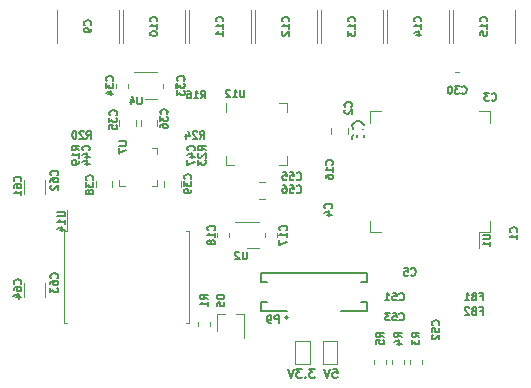
<source format=gbr>
G04 #@! TF.GenerationSoftware,KiCad,Pcbnew,(5.1.5)-2*
G04 #@! TF.CreationDate,2020-02-05T02:18:03-08:00*
G04 #@! TF.ProjectId,Motor_Gen2,4d6f746f-725f-4476-956e-322e6b696361,rev?*
G04 #@! TF.SameCoordinates,Original*
G04 #@! TF.FileFunction,Legend,Bot*
G04 #@! TF.FilePolarity,Positive*
%FSLAX46Y46*%
G04 Gerber Fmt 4.6, Leading zero omitted, Abs format (unit mm)*
G04 Created by KiCad (PCBNEW (5.1.5)-2) date 2020-02-05 02:18:03*
%MOMM*%
%LPD*%
G04 APERTURE LIST*
%ADD10C,0.152400*%
%ADD11C,0.120000*%
%ADD12C,0.150000*%
%ADD13C,0.127000*%
%ADD14C,0.100000*%
%ADD15R,0.280000X1.000000*%
%ADD16R,1.650000X1.300000*%
%ADD17C,0.800000*%
%ADD18C,5.400000*%
%ADD19O,2.000000X2.000000*%
%ADD20R,2.000000X2.000000*%
%ADD21O,0.800000X1.300000*%
%ADD22R,1.000000X1.600000*%
%ADD23R,0.450000X0.700000*%
%ADD24C,2.000000*%
%ADD25C,0.508000*%
%ADD26C,1.016000*%
G04 APERTURE END LIST*
D10*
X106469142Y-119882714D02*
X106832000Y-119882714D01*
X106868285Y-120245571D01*
X106832000Y-120209285D01*
X106759428Y-120173000D01*
X106578000Y-120173000D01*
X106505428Y-120209285D01*
X106469142Y-120245571D01*
X106432857Y-120318142D01*
X106432857Y-120499571D01*
X106469142Y-120572142D01*
X106505428Y-120608428D01*
X106578000Y-120644714D01*
X106759428Y-120644714D01*
X106832000Y-120608428D01*
X106868285Y-120572142D01*
X106215142Y-119882714D02*
X105961142Y-120644714D01*
X105707142Y-119882714D01*
X104945142Y-119882714D02*
X104473428Y-119882714D01*
X104727428Y-120173000D01*
X104618571Y-120173000D01*
X104546000Y-120209285D01*
X104509714Y-120245571D01*
X104473428Y-120318142D01*
X104473428Y-120499571D01*
X104509714Y-120572142D01*
X104546000Y-120608428D01*
X104618571Y-120644714D01*
X104836285Y-120644714D01*
X104908857Y-120608428D01*
X104945142Y-120572142D01*
X104146857Y-120572142D02*
X104110571Y-120608428D01*
X104146857Y-120644714D01*
X104183142Y-120608428D01*
X104146857Y-120572142D01*
X104146857Y-120644714D01*
X103856571Y-119882714D02*
X103384857Y-119882714D01*
X103638857Y-120173000D01*
X103530000Y-120173000D01*
X103457428Y-120209285D01*
X103421142Y-120245571D01*
X103384857Y-120318142D01*
X103384857Y-120499571D01*
X103421142Y-120572142D01*
X103457428Y-120608428D01*
X103530000Y-120644714D01*
X103747714Y-120644714D01*
X103820285Y-120608428D01*
X103856571Y-120572142D01*
X103167142Y-119882714D02*
X102913142Y-120644714D01*
X102659142Y-119882714D01*
D11*
X106290000Y-99978978D02*
X106290000Y-99461822D01*
X107710000Y-99978978D02*
X107710000Y-99461822D01*
D12*
X102624000Y-114989800D02*
X100374000Y-114989800D01*
X100374000Y-114989800D02*
X100374000Y-114239800D01*
X100374000Y-114239800D02*
X100874000Y-114239800D01*
X107124000Y-114989800D02*
X109374000Y-114989800D01*
X109374000Y-114989800D02*
X109374000Y-114239800D01*
X109374000Y-114239800D02*
X108874000Y-114239800D01*
X100874000Y-112489800D02*
X100374000Y-112489800D01*
X100374000Y-112489800D02*
X100374000Y-111739800D01*
X100374000Y-111739800D02*
X109374000Y-111739800D01*
X109374000Y-111739800D02*
X109374000Y-112489800D01*
X109374000Y-112489800D02*
X108874000Y-112489800D01*
X102665421Y-115539800D02*
G75*
G03X102665421Y-115539800I-141421J0D01*
G01*
D11*
X105600000Y-117500000D02*
X105600000Y-119500000D01*
X105600000Y-119500000D02*
X106800000Y-119500000D01*
X106800000Y-119500000D02*
X106800000Y-117500000D01*
X106800000Y-117500000D02*
X105600000Y-117500000D01*
X103300000Y-117500000D02*
X103300000Y-119500000D01*
X103300000Y-119500000D02*
X104500000Y-119500000D01*
X104500000Y-119500000D02*
X104500000Y-117500000D01*
X104500000Y-117500000D02*
X103300000Y-117500000D01*
X94260000Y-112100000D02*
X94260000Y-115960000D01*
X94260000Y-115960000D02*
X94005000Y-115960000D01*
X94260000Y-112100000D02*
X94260000Y-108240000D01*
X94260000Y-108240000D02*
X94005000Y-108240000D01*
X83740000Y-112100000D02*
X83740000Y-115960000D01*
X83740000Y-115960000D02*
X83995000Y-115960000D01*
X83740000Y-112100000D02*
X83740000Y-108240000D01*
X83740000Y-108240000D02*
X83995000Y-108240000D01*
X83995000Y-108240000D02*
X83995000Y-106425000D01*
X97390000Y-98115000D02*
X97390000Y-97390000D01*
X102610000Y-102610000D02*
X101885000Y-102610000D01*
X102610000Y-101885000D02*
X102610000Y-102610000D01*
X102610000Y-97390000D02*
X101885000Y-97390000D01*
X102610000Y-98115000D02*
X102610000Y-97390000D01*
X97390000Y-102610000D02*
X98115000Y-102610000D01*
X97390000Y-101885000D02*
X97390000Y-102610000D01*
X88390000Y-101665000D02*
X88390000Y-101190000D01*
X91610000Y-104410000D02*
X91135000Y-104410000D01*
X91610000Y-103935000D02*
X91610000Y-104410000D01*
X91610000Y-101190000D02*
X91135000Y-101190000D01*
X91610000Y-101665000D02*
X91610000Y-101190000D01*
X88390000Y-104410000D02*
X88865000Y-104410000D01*
X88390000Y-103935000D02*
X88390000Y-104410000D01*
X89600000Y-94790000D02*
X91600000Y-94790000D01*
X90600000Y-97010000D02*
X91600000Y-97010000D01*
X98200000Y-107440000D02*
X100200000Y-107440000D01*
X99200000Y-109660000D02*
X100200000Y-109660000D01*
X118860000Y-108310000D02*
X118860000Y-109650000D01*
X119810000Y-108310000D02*
X118860000Y-108310000D01*
X119810000Y-107360000D02*
X119810000Y-108310000D01*
X119810000Y-98090000D02*
X118860000Y-98090000D01*
X119810000Y-99040000D02*
X119810000Y-98090000D01*
X109590000Y-108310000D02*
X110540000Y-108310000D01*
X109590000Y-107360000D02*
X109590000Y-108310000D01*
X109590000Y-98090000D02*
X110540000Y-98090000D01*
X109590000Y-99040000D02*
X109590000Y-98090000D01*
X111011600Y-119137221D02*
X111011600Y-119462779D01*
X109991600Y-119137221D02*
X109991600Y-119462779D01*
X112511600Y-119137221D02*
X112511600Y-119462779D01*
X111491600Y-119137221D02*
X111491600Y-119462779D01*
X114011600Y-119137221D02*
X114011600Y-119462779D01*
X112991600Y-119137221D02*
X112991600Y-119462779D01*
X95090000Y-115937221D02*
X95090000Y-116262779D01*
X96110000Y-115937221D02*
X96110000Y-116262779D01*
X96640000Y-116680000D02*
X96640000Y-115270000D01*
X98960000Y-115270000D02*
X98960000Y-117300000D01*
X98960000Y-115270000D02*
X98300000Y-115270000D01*
X97300000Y-115270000D02*
X96640000Y-115270000D01*
X80290000Y-113802064D02*
X80290000Y-112597936D01*
X82110000Y-113802064D02*
X82110000Y-112597936D01*
X80290000Y-105102064D02*
X80290000Y-103897936D01*
X82110000Y-105102064D02*
X82110000Y-103897936D01*
X100758578Y-105510000D02*
X100241422Y-105510000D01*
X100758578Y-104090000D02*
X100241422Y-104090000D01*
X93610000Y-103941422D02*
X93610000Y-104458578D01*
X92190000Y-103941422D02*
X92190000Y-104458578D01*
X87810000Y-103941422D02*
X87810000Y-104458578D01*
X86390000Y-103941422D02*
X86390000Y-104458578D01*
X90190000Y-99358578D02*
X90190000Y-98841422D01*
X91610000Y-99358578D02*
X91610000Y-98841422D01*
X88390000Y-99358578D02*
X88390000Y-98841422D01*
X89810000Y-99358578D02*
X89810000Y-98841422D01*
X88090000Y-96062779D02*
X88090000Y-95737221D01*
X89110000Y-96062779D02*
X89110000Y-95737221D01*
X92123800Y-96062779D02*
X92123800Y-95737221D01*
X93143800Y-96062779D02*
X93143800Y-95737221D01*
X117129779Y-95810800D02*
X116804221Y-95810800D01*
X117129779Y-94790800D02*
X116804221Y-94790800D01*
X96690000Y-108712779D02*
X96690000Y-108387221D01*
X97710000Y-108712779D02*
X97710000Y-108387221D01*
X100690000Y-108712779D02*
X100690000Y-108387221D01*
X101710000Y-108712779D02*
X101710000Y-108387221D01*
X121874000Y-89465252D02*
X121874000Y-92296748D01*
X116654000Y-89465252D02*
X116654000Y-92296748D01*
X116286000Y-89465252D02*
X116286000Y-92296748D01*
X111066000Y-89465252D02*
X111066000Y-92296748D01*
X110698000Y-89465252D02*
X110698000Y-92296748D01*
X105478000Y-89465252D02*
X105478000Y-92296748D01*
X105110000Y-89465252D02*
X105110000Y-92296748D01*
X99890000Y-89465252D02*
X99890000Y-92296748D01*
X99522000Y-89465252D02*
X99522000Y-92296748D01*
X94302000Y-89465252D02*
X94302000Y-92296748D01*
X93934000Y-89465252D02*
X93934000Y-92296748D01*
X88714000Y-89465252D02*
X88714000Y-92296748D01*
X88346000Y-89465252D02*
X88346000Y-92296748D01*
X83126000Y-89465252D02*
X83126000Y-92296748D01*
D12*
X109007142Y-99553733D02*
X109054761Y-99506114D01*
X109102380Y-99363257D01*
X109102380Y-99268019D01*
X109054761Y-99125161D01*
X108959523Y-99029923D01*
X108864285Y-98982304D01*
X108673809Y-98934685D01*
X108530952Y-98934685D01*
X108340476Y-98982304D01*
X108245238Y-99029923D01*
X108150000Y-99125161D01*
X108102380Y-99268019D01*
X108102380Y-99363257D01*
X108150000Y-99506114D01*
X108197619Y-99553733D01*
X108102380Y-100410876D02*
X108102380Y-100220400D01*
X108150000Y-100125161D01*
X108197619Y-100077542D01*
X108340476Y-99982304D01*
X108530952Y-99934685D01*
X108911904Y-99934685D01*
X109007142Y-99982304D01*
X109054761Y-100029923D01*
X109102380Y-100125161D01*
X109102380Y-100315638D01*
X109054761Y-100410876D01*
X109007142Y-100458495D01*
X108911904Y-100506114D01*
X108673809Y-100506114D01*
X108578571Y-100458495D01*
X108530952Y-100410876D01*
X108483333Y-100315638D01*
X108483333Y-100125161D01*
X108530952Y-100029923D01*
X108578571Y-99982304D01*
X108673809Y-99934685D01*
D13*
X101868690Y-115987261D02*
X101868690Y-115352261D01*
X101626785Y-115352261D01*
X101566309Y-115382500D01*
X101536071Y-115412738D01*
X101505833Y-115473214D01*
X101505833Y-115563928D01*
X101536071Y-115624404D01*
X101566309Y-115654642D01*
X101626785Y-115684880D01*
X101868690Y-115684880D01*
X101203452Y-115987261D02*
X101082500Y-115987261D01*
X101022023Y-115957023D01*
X100991785Y-115926785D01*
X100931309Y-115836071D01*
X100901071Y-115715119D01*
X100901071Y-115473214D01*
X100931309Y-115412738D01*
X100961547Y-115382500D01*
X101022023Y-115352261D01*
X101142976Y-115352261D01*
X101203452Y-115382500D01*
X101233690Y-115412738D01*
X101263928Y-115473214D01*
X101263928Y-115624404D01*
X101233690Y-115684880D01*
X101203452Y-115715119D01*
X101142976Y-115745357D01*
X101022023Y-115745357D01*
X100961547Y-115715119D01*
X100931309Y-115684880D01*
X100901071Y-115624404D01*
X95208214Y-100387261D02*
X95419880Y-100084880D01*
X95571071Y-100387261D02*
X95571071Y-99752261D01*
X95329166Y-99752261D01*
X95268690Y-99782500D01*
X95238452Y-99812738D01*
X95208214Y-99873214D01*
X95208214Y-99963928D01*
X95238452Y-100024404D01*
X95268690Y-100054642D01*
X95329166Y-100084880D01*
X95571071Y-100084880D01*
X94966309Y-99812738D02*
X94936071Y-99782500D01*
X94875595Y-99752261D01*
X94724404Y-99752261D01*
X94663928Y-99782500D01*
X94633690Y-99812738D01*
X94603452Y-99873214D01*
X94603452Y-99933690D01*
X94633690Y-100024404D01*
X94996547Y-100387261D01*
X94603452Y-100387261D01*
X94059166Y-99963928D02*
X94059166Y-100387261D01*
X94210357Y-99722023D02*
X94361547Y-100175595D01*
X93968452Y-100175595D01*
X83152261Y-106613809D02*
X83666309Y-106613809D01*
X83726785Y-106644047D01*
X83757023Y-106674285D01*
X83787261Y-106734761D01*
X83787261Y-106855714D01*
X83757023Y-106916190D01*
X83726785Y-106946428D01*
X83666309Y-106976666D01*
X83152261Y-106976666D01*
X83787261Y-107611666D02*
X83787261Y-107248809D01*
X83787261Y-107430238D02*
X83152261Y-107430238D01*
X83242976Y-107369761D01*
X83303452Y-107309285D01*
X83333690Y-107248809D01*
X83363928Y-108155952D02*
X83787261Y-108155952D01*
X83122023Y-108004761D02*
X83575595Y-107853571D01*
X83575595Y-108246666D01*
X98986190Y-96252261D02*
X98986190Y-96766309D01*
X98955952Y-96826785D01*
X98925714Y-96857023D01*
X98865238Y-96887261D01*
X98744285Y-96887261D01*
X98683809Y-96857023D01*
X98653571Y-96826785D01*
X98623333Y-96766309D01*
X98623333Y-96252261D01*
X97988333Y-96887261D02*
X98351190Y-96887261D01*
X98169761Y-96887261D02*
X98169761Y-96252261D01*
X98230238Y-96342976D01*
X98290714Y-96403452D01*
X98351190Y-96433690D01*
X97746428Y-96312738D02*
X97716190Y-96282500D01*
X97655714Y-96252261D01*
X97504523Y-96252261D01*
X97444047Y-96282500D01*
X97413809Y-96312738D01*
X97383571Y-96373214D01*
X97383571Y-96433690D01*
X97413809Y-96524404D01*
X97776666Y-96887261D01*
X97383571Y-96887261D01*
X88352261Y-100616190D02*
X88866309Y-100616190D01*
X88926785Y-100646428D01*
X88957023Y-100676666D01*
X88987261Y-100737142D01*
X88987261Y-100858095D01*
X88957023Y-100918571D01*
X88926785Y-100948809D01*
X88866309Y-100979047D01*
X88352261Y-100979047D01*
X88352261Y-101220952D02*
X88352261Y-101644285D01*
X88987261Y-101372142D01*
X90283809Y-96852261D02*
X90283809Y-97366309D01*
X90253571Y-97426785D01*
X90223333Y-97457023D01*
X90162857Y-97487261D01*
X90041904Y-97487261D01*
X89981428Y-97457023D01*
X89951190Y-97426785D01*
X89920952Y-97366309D01*
X89920952Y-96852261D01*
X89346428Y-97063928D02*
X89346428Y-97487261D01*
X89497619Y-96822023D02*
X89648809Y-97275595D01*
X89255714Y-97275595D01*
X99183809Y-109952261D02*
X99183809Y-110466309D01*
X99153571Y-110526785D01*
X99123333Y-110557023D01*
X99062857Y-110587261D01*
X98941904Y-110587261D01*
X98881428Y-110557023D01*
X98851190Y-110526785D01*
X98820952Y-110466309D01*
X98820952Y-109952261D01*
X98548809Y-110012738D02*
X98518571Y-109982500D01*
X98458095Y-109952261D01*
X98306904Y-109952261D01*
X98246428Y-109982500D01*
X98216190Y-110012738D01*
X98185952Y-110073214D01*
X98185952Y-110133690D01*
X98216190Y-110224404D01*
X98579047Y-110587261D01*
X98185952Y-110587261D01*
X119152261Y-108516190D02*
X119666309Y-108516190D01*
X119726785Y-108546428D01*
X119757023Y-108576666D01*
X119787261Y-108637142D01*
X119787261Y-108758095D01*
X119757023Y-108818571D01*
X119726785Y-108848809D01*
X119666309Y-108879047D01*
X119152261Y-108879047D01*
X119787261Y-109514047D02*
X119787261Y-109151190D01*
X119787261Y-109332619D02*
X119152261Y-109332619D01*
X119242976Y-109272142D01*
X119303452Y-109211666D01*
X119333690Y-109151190D01*
X95687261Y-101391785D02*
X95384880Y-101180119D01*
X95687261Y-101028928D02*
X95052261Y-101028928D01*
X95052261Y-101270833D01*
X95082500Y-101331309D01*
X95112738Y-101361547D01*
X95173214Y-101391785D01*
X95263928Y-101391785D01*
X95324404Y-101361547D01*
X95354642Y-101331309D01*
X95384880Y-101270833D01*
X95384880Y-101028928D01*
X95112738Y-101633690D02*
X95082500Y-101663928D01*
X95052261Y-101724404D01*
X95052261Y-101875595D01*
X95082500Y-101936071D01*
X95112738Y-101966309D01*
X95173214Y-101996547D01*
X95233690Y-101996547D01*
X95324404Y-101966309D01*
X95687261Y-101603452D01*
X95687261Y-101996547D01*
X95052261Y-102208214D02*
X95052261Y-102601309D01*
X95294166Y-102389642D01*
X95294166Y-102480357D01*
X95324404Y-102540833D01*
X95354642Y-102571071D01*
X95415119Y-102601309D01*
X95566309Y-102601309D01*
X95626785Y-102571071D01*
X95657023Y-102540833D01*
X95687261Y-102480357D01*
X95687261Y-102298928D01*
X95657023Y-102238452D01*
X95626785Y-102208214D01*
X85608214Y-100387261D02*
X85819880Y-100084880D01*
X85971071Y-100387261D02*
X85971071Y-99752261D01*
X85729166Y-99752261D01*
X85668690Y-99782500D01*
X85638452Y-99812738D01*
X85608214Y-99873214D01*
X85608214Y-99963928D01*
X85638452Y-100024404D01*
X85668690Y-100054642D01*
X85729166Y-100084880D01*
X85971071Y-100084880D01*
X85366309Y-99812738D02*
X85336071Y-99782500D01*
X85275595Y-99752261D01*
X85124404Y-99752261D01*
X85063928Y-99782500D01*
X85033690Y-99812738D01*
X85003452Y-99873214D01*
X85003452Y-99933690D01*
X85033690Y-100024404D01*
X85396547Y-100387261D01*
X85003452Y-100387261D01*
X84610357Y-99752261D02*
X84549880Y-99752261D01*
X84489404Y-99782500D01*
X84459166Y-99812738D01*
X84428928Y-99873214D01*
X84398690Y-99994166D01*
X84398690Y-100145357D01*
X84428928Y-100266309D01*
X84459166Y-100326785D01*
X84489404Y-100357023D01*
X84549880Y-100387261D01*
X84610357Y-100387261D01*
X84670833Y-100357023D01*
X84701071Y-100326785D01*
X84731309Y-100266309D01*
X84761547Y-100145357D01*
X84761547Y-99994166D01*
X84731309Y-99873214D01*
X84701071Y-99812738D01*
X84670833Y-99782500D01*
X84610357Y-99752261D01*
X84987261Y-101391785D02*
X84684880Y-101180119D01*
X84987261Y-101028928D02*
X84352261Y-101028928D01*
X84352261Y-101270833D01*
X84382500Y-101331309D01*
X84412738Y-101361547D01*
X84473214Y-101391785D01*
X84563928Y-101391785D01*
X84624404Y-101361547D01*
X84654642Y-101331309D01*
X84684880Y-101270833D01*
X84684880Y-101028928D01*
X84987261Y-101996547D02*
X84987261Y-101633690D01*
X84987261Y-101815119D02*
X84352261Y-101815119D01*
X84442976Y-101754642D01*
X84503452Y-101694166D01*
X84533690Y-101633690D01*
X84987261Y-102298928D02*
X84987261Y-102419880D01*
X84957023Y-102480357D01*
X84926785Y-102510595D01*
X84836071Y-102571071D01*
X84715119Y-102601309D01*
X84473214Y-102601309D01*
X84412738Y-102571071D01*
X84382500Y-102540833D01*
X84352261Y-102480357D01*
X84352261Y-102359404D01*
X84382500Y-102298928D01*
X84412738Y-102268690D01*
X84473214Y-102238452D01*
X84624404Y-102238452D01*
X84684880Y-102268690D01*
X84715119Y-102298928D01*
X84745357Y-102359404D01*
X84745357Y-102480357D01*
X84715119Y-102540833D01*
X84684880Y-102571071D01*
X84624404Y-102601309D01*
X95308214Y-96970661D02*
X95519880Y-96668280D01*
X95671071Y-96970661D02*
X95671071Y-96335661D01*
X95429166Y-96335661D01*
X95368690Y-96365900D01*
X95338452Y-96396138D01*
X95308214Y-96456614D01*
X95308214Y-96547328D01*
X95338452Y-96607804D01*
X95368690Y-96638042D01*
X95429166Y-96668280D01*
X95671071Y-96668280D01*
X94703452Y-96970661D02*
X95066309Y-96970661D01*
X94884880Y-96970661D02*
X94884880Y-96335661D01*
X94945357Y-96426376D01*
X95005833Y-96486852D01*
X95066309Y-96517090D01*
X94159166Y-96335661D02*
X94280119Y-96335661D01*
X94340595Y-96365900D01*
X94370833Y-96396138D01*
X94431309Y-96486852D01*
X94461547Y-96607804D01*
X94461547Y-96849709D01*
X94431309Y-96910185D01*
X94401071Y-96940423D01*
X94340595Y-96970661D01*
X94219642Y-96970661D01*
X94159166Y-96940423D01*
X94128928Y-96910185D01*
X94098690Y-96849709D01*
X94098690Y-96698519D01*
X94128928Y-96638042D01*
X94159166Y-96607804D01*
X94219642Y-96577566D01*
X94340595Y-96577566D01*
X94401071Y-96607804D01*
X94431309Y-96638042D01*
X94461547Y-96698519D01*
X110788861Y-117194166D02*
X110486480Y-116982500D01*
X110788861Y-116831309D02*
X110153861Y-116831309D01*
X110153861Y-117073214D01*
X110184100Y-117133690D01*
X110214338Y-117163928D01*
X110274814Y-117194166D01*
X110365528Y-117194166D01*
X110426004Y-117163928D01*
X110456242Y-117133690D01*
X110486480Y-117073214D01*
X110486480Y-116831309D01*
X110153861Y-117768690D02*
X110153861Y-117466309D01*
X110456242Y-117436071D01*
X110426004Y-117466309D01*
X110395766Y-117526785D01*
X110395766Y-117677976D01*
X110426004Y-117738452D01*
X110456242Y-117768690D01*
X110516719Y-117798928D01*
X110667909Y-117798928D01*
X110728385Y-117768690D01*
X110758623Y-117738452D01*
X110788861Y-117677976D01*
X110788861Y-117526785D01*
X110758623Y-117466309D01*
X110728385Y-117436071D01*
X112288861Y-117194166D02*
X111986480Y-116982500D01*
X112288861Y-116831309D02*
X111653861Y-116831309D01*
X111653861Y-117073214D01*
X111684100Y-117133690D01*
X111714338Y-117163928D01*
X111774814Y-117194166D01*
X111865528Y-117194166D01*
X111926004Y-117163928D01*
X111956242Y-117133690D01*
X111986480Y-117073214D01*
X111986480Y-116831309D01*
X111865528Y-117738452D02*
X112288861Y-117738452D01*
X111623623Y-117587261D02*
X112077195Y-117436071D01*
X112077195Y-117829166D01*
X113788861Y-117194166D02*
X113486480Y-116982500D01*
X113788861Y-116831309D02*
X113153861Y-116831309D01*
X113153861Y-117073214D01*
X113184100Y-117133690D01*
X113214338Y-117163928D01*
X113274814Y-117194166D01*
X113365528Y-117194166D01*
X113426004Y-117163928D01*
X113456242Y-117133690D01*
X113486480Y-117073214D01*
X113486480Y-116831309D01*
X113153861Y-117405833D02*
X113153861Y-117798928D01*
X113395766Y-117587261D01*
X113395766Y-117677976D01*
X113426004Y-117738452D01*
X113456242Y-117768690D01*
X113516719Y-117798928D01*
X113667909Y-117798928D01*
X113728385Y-117768690D01*
X113758623Y-117738452D01*
X113788861Y-117677976D01*
X113788861Y-117496547D01*
X113758623Y-117436071D01*
X113728385Y-117405833D01*
X95887261Y-113994166D02*
X95584880Y-113782500D01*
X95887261Y-113631309D02*
X95252261Y-113631309D01*
X95252261Y-113873214D01*
X95282500Y-113933690D01*
X95312738Y-113963928D01*
X95373214Y-113994166D01*
X95463928Y-113994166D01*
X95524404Y-113963928D01*
X95554642Y-113933690D01*
X95584880Y-113873214D01*
X95584880Y-113631309D01*
X95887261Y-114598928D02*
X95887261Y-114236071D01*
X95887261Y-114417500D02*
X95252261Y-114417500D01*
X95342976Y-114357023D01*
X95403452Y-114296547D01*
X95433690Y-114236071D01*
X118929166Y-114954642D02*
X119140833Y-114954642D01*
X119140833Y-115287261D02*
X119140833Y-114652261D01*
X118838452Y-114652261D01*
X118384880Y-114954642D02*
X118294166Y-114984880D01*
X118263928Y-115015119D01*
X118233690Y-115075595D01*
X118233690Y-115166309D01*
X118263928Y-115226785D01*
X118294166Y-115257023D01*
X118354642Y-115287261D01*
X118596547Y-115287261D01*
X118596547Y-114652261D01*
X118384880Y-114652261D01*
X118324404Y-114682500D01*
X118294166Y-114712738D01*
X118263928Y-114773214D01*
X118263928Y-114833690D01*
X118294166Y-114894166D01*
X118324404Y-114924404D01*
X118384880Y-114954642D01*
X118596547Y-114954642D01*
X117991785Y-114712738D02*
X117961547Y-114682500D01*
X117901071Y-114652261D01*
X117749880Y-114652261D01*
X117689404Y-114682500D01*
X117659166Y-114712738D01*
X117628928Y-114773214D01*
X117628928Y-114833690D01*
X117659166Y-114924404D01*
X118022023Y-115287261D01*
X117628928Y-115287261D01*
X118929166Y-113754642D02*
X119140833Y-113754642D01*
X119140833Y-114087261D02*
X119140833Y-113452261D01*
X118838452Y-113452261D01*
X118384880Y-113754642D02*
X118294166Y-113784880D01*
X118263928Y-113815119D01*
X118233690Y-113875595D01*
X118233690Y-113966309D01*
X118263928Y-114026785D01*
X118294166Y-114057023D01*
X118354642Y-114087261D01*
X118596547Y-114087261D01*
X118596547Y-113452261D01*
X118384880Y-113452261D01*
X118324404Y-113482500D01*
X118294166Y-113512738D01*
X118263928Y-113573214D01*
X118263928Y-113633690D01*
X118294166Y-113694166D01*
X118324404Y-113724404D01*
X118384880Y-113754642D01*
X118596547Y-113754642D01*
X117628928Y-114087261D02*
X117991785Y-114087261D01*
X117810357Y-114087261D02*
X117810357Y-113452261D01*
X117870833Y-113542976D01*
X117931309Y-113603452D01*
X117991785Y-113633690D01*
X97287261Y-113631309D02*
X96652261Y-113631309D01*
X96652261Y-113782500D01*
X96682500Y-113873214D01*
X96742976Y-113933690D01*
X96803452Y-113963928D01*
X96924404Y-113994166D01*
X97015119Y-113994166D01*
X97136071Y-113963928D01*
X97196547Y-113933690D01*
X97257023Y-113873214D01*
X97287261Y-113782500D01*
X97287261Y-113631309D01*
X96652261Y-114568690D02*
X96652261Y-114266309D01*
X96954642Y-114236071D01*
X96924404Y-114266309D01*
X96894166Y-114326785D01*
X96894166Y-114477976D01*
X96924404Y-114538452D01*
X96954642Y-114568690D01*
X97015119Y-114598928D01*
X97166309Y-114598928D01*
X97226785Y-114568690D01*
X97257023Y-114538452D01*
X97287261Y-114477976D01*
X97287261Y-114326785D01*
X97257023Y-114266309D01*
X97226785Y-114236071D01*
X80026785Y-112691785D02*
X80057023Y-112661547D01*
X80087261Y-112570833D01*
X80087261Y-112510357D01*
X80057023Y-112419642D01*
X79996547Y-112359166D01*
X79936071Y-112328928D01*
X79815119Y-112298690D01*
X79724404Y-112298690D01*
X79603452Y-112328928D01*
X79542976Y-112359166D01*
X79482500Y-112419642D01*
X79452261Y-112510357D01*
X79452261Y-112570833D01*
X79482500Y-112661547D01*
X79512738Y-112691785D01*
X79452261Y-113236071D02*
X79452261Y-113115119D01*
X79482500Y-113054642D01*
X79512738Y-113024404D01*
X79603452Y-112963928D01*
X79724404Y-112933690D01*
X79966309Y-112933690D01*
X80026785Y-112963928D01*
X80057023Y-112994166D01*
X80087261Y-113054642D01*
X80087261Y-113175595D01*
X80057023Y-113236071D01*
X80026785Y-113266309D01*
X79966309Y-113296547D01*
X79815119Y-113296547D01*
X79754642Y-113266309D01*
X79724404Y-113236071D01*
X79694166Y-113175595D01*
X79694166Y-113054642D01*
X79724404Y-112994166D01*
X79754642Y-112963928D01*
X79815119Y-112933690D01*
X79663928Y-113840833D02*
X80087261Y-113840833D01*
X79422023Y-113689642D02*
X79875595Y-113538452D01*
X79875595Y-113931547D01*
X83126785Y-112191785D02*
X83157023Y-112161547D01*
X83187261Y-112070833D01*
X83187261Y-112010357D01*
X83157023Y-111919642D01*
X83096547Y-111859166D01*
X83036071Y-111828928D01*
X82915119Y-111798690D01*
X82824404Y-111798690D01*
X82703452Y-111828928D01*
X82642976Y-111859166D01*
X82582500Y-111919642D01*
X82552261Y-112010357D01*
X82552261Y-112070833D01*
X82582500Y-112161547D01*
X82612738Y-112191785D01*
X82552261Y-112736071D02*
X82552261Y-112615119D01*
X82582500Y-112554642D01*
X82612738Y-112524404D01*
X82703452Y-112463928D01*
X82824404Y-112433690D01*
X83066309Y-112433690D01*
X83126785Y-112463928D01*
X83157023Y-112494166D01*
X83187261Y-112554642D01*
X83187261Y-112675595D01*
X83157023Y-112736071D01*
X83126785Y-112766309D01*
X83066309Y-112796547D01*
X82915119Y-112796547D01*
X82854642Y-112766309D01*
X82824404Y-112736071D01*
X82794166Y-112675595D01*
X82794166Y-112554642D01*
X82824404Y-112494166D01*
X82854642Y-112463928D01*
X82915119Y-112433690D01*
X82552261Y-113008214D02*
X82552261Y-113401309D01*
X82794166Y-113189642D01*
X82794166Y-113280357D01*
X82824404Y-113340833D01*
X82854642Y-113371071D01*
X82915119Y-113401309D01*
X83066309Y-113401309D01*
X83126785Y-113371071D01*
X83157023Y-113340833D01*
X83187261Y-113280357D01*
X83187261Y-113098928D01*
X83157023Y-113038452D01*
X83126785Y-113008214D01*
X83126785Y-103491785D02*
X83157023Y-103461547D01*
X83187261Y-103370833D01*
X83187261Y-103310357D01*
X83157023Y-103219642D01*
X83096547Y-103159166D01*
X83036071Y-103128928D01*
X82915119Y-103098690D01*
X82824404Y-103098690D01*
X82703452Y-103128928D01*
X82642976Y-103159166D01*
X82582500Y-103219642D01*
X82552261Y-103310357D01*
X82552261Y-103370833D01*
X82582500Y-103461547D01*
X82612738Y-103491785D01*
X82552261Y-104036071D02*
X82552261Y-103915119D01*
X82582500Y-103854642D01*
X82612738Y-103824404D01*
X82703452Y-103763928D01*
X82824404Y-103733690D01*
X83066309Y-103733690D01*
X83126785Y-103763928D01*
X83157023Y-103794166D01*
X83187261Y-103854642D01*
X83187261Y-103975595D01*
X83157023Y-104036071D01*
X83126785Y-104066309D01*
X83066309Y-104096547D01*
X82915119Y-104096547D01*
X82854642Y-104066309D01*
X82824404Y-104036071D01*
X82794166Y-103975595D01*
X82794166Y-103854642D01*
X82824404Y-103794166D01*
X82854642Y-103763928D01*
X82915119Y-103733690D01*
X82612738Y-104338452D02*
X82582500Y-104368690D01*
X82552261Y-104429166D01*
X82552261Y-104580357D01*
X82582500Y-104640833D01*
X82612738Y-104671071D01*
X82673214Y-104701309D01*
X82733690Y-104701309D01*
X82824404Y-104671071D01*
X83187261Y-104308214D01*
X83187261Y-104701309D01*
X80026785Y-103991785D02*
X80057023Y-103961547D01*
X80087261Y-103870833D01*
X80087261Y-103810357D01*
X80057023Y-103719642D01*
X79996547Y-103659166D01*
X79936071Y-103628928D01*
X79815119Y-103598690D01*
X79724404Y-103598690D01*
X79603452Y-103628928D01*
X79542976Y-103659166D01*
X79482500Y-103719642D01*
X79452261Y-103810357D01*
X79452261Y-103870833D01*
X79482500Y-103961547D01*
X79512738Y-103991785D01*
X79452261Y-104536071D02*
X79452261Y-104415119D01*
X79482500Y-104354642D01*
X79512738Y-104324404D01*
X79603452Y-104263928D01*
X79724404Y-104233690D01*
X79966309Y-104233690D01*
X80026785Y-104263928D01*
X80057023Y-104294166D01*
X80087261Y-104354642D01*
X80087261Y-104475595D01*
X80057023Y-104536071D01*
X80026785Y-104566309D01*
X79966309Y-104596547D01*
X79815119Y-104596547D01*
X79754642Y-104566309D01*
X79724404Y-104536071D01*
X79694166Y-104475595D01*
X79694166Y-104354642D01*
X79724404Y-104294166D01*
X79754642Y-104263928D01*
X79815119Y-104233690D01*
X80087261Y-105201309D02*
X80087261Y-104838452D01*
X80087261Y-105019880D02*
X79452261Y-105019880D01*
X79542976Y-104959404D01*
X79603452Y-104898928D01*
X79633690Y-104838452D01*
X103408214Y-104926785D02*
X103438452Y-104957023D01*
X103529166Y-104987261D01*
X103589642Y-104987261D01*
X103680357Y-104957023D01*
X103740833Y-104896547D01*
X103771071Y-104836071D01*
X103801309Y-104715119D01*
X103801309Y-104624404D01*
X103771071Y-104503452D01*
X103740833Y-104442976D01*
X103680357Y-104382500D01*
X103589642Y-104352261D01*
X103529166Y-104352261D01*
X103438452Y-104382500D01*
X103408214Y-104412738D01*
X102833690Y-104352261D02*
X103136071Y-104352261D01*
X103166309Y-104654642D01*
X103136071Y-104624404D01*
X103075595Y-104594166D01*
X102924404Y-104594166D01*
X102863928Y-104624404D01*
X102833690Y-104654642D01*
X102803452Y-104715119D01*
X102803452Y-104866309D01*
X102833690Y-104926785D01*
X102863928Y-104957023D01*
X102924404Y-104987261D01*
X103075595Y-104987261D01*
X103136071Y-104957023D01*
X103166309Y-104926785D01*
X102259166Y-104352261D02*
X102380119Y-104352261D01*
X102440595Y-104382500D01*
X102470833Y-104412738D01*
X102531309Y-104503452D01*
X102561547Y-104624404D01*
X102561547Y-104866309D01*
X102531309Y-104926785D01*
X102501071Y-104957023D01*
X102440595Y-104987261D01*
X102319642Y-104987261D01*
X102259166Y-104957023D01*
X102228928Y-104926785D01*
X102198690Y-104866309D01*
X102198690Y-104715119D01*
X102228928Y-104654642D01*
X102259166Y-104624404D01*
X102319642Y-104594166D01*
X102440595Y-104594166D01*
X102501071Y-104624404D01*
X102531309Y-104654642D01*
X102561547Y-104715119D01*
X103408214Y-103826785D02*
X103438452Y-103857023D01*
X103529166Y-103887261D01*
X103589642Y-103887261D01*
X103680357Y-103857023D01*
X103740833Y-103796547D01*
X103771071Y-103736071D01*
X103801309Y-103615119D01*
X103801309Y-103524404D01*
X103771071Y-103403452D01*
X103740833Y-103342976D01*
X103680357Y-103282500D01*
X103589642Y-103252261D01*
X103529166Y-103252261D01*
X103438452Y-103282500D01*
X103408214Y-103312738D01*
X102833690Y-103252261D02*
X103136071Y-103252261D01*
X103166309Y-103554642D01*
X103136071Y-103524404D01*
X103075595Y-103494166D01*
X102924404Y-103494166D01*
X102863928Y-103524404D01*
X102833690Y-103554642D01*
X102803452Y-103615119D01*
X102803452Y-103766309D01*
X102833690Y-103826785D01*
X102863928Y-103857023D01*
X102924404Y-103887261D01*
X103075595Y-103887261D01*
X103136071Y-103857023D01*
X103166309Y-103826785D01*
X102228928Y-103252261D02*
X102531309Y-103252261D01*
X102561547Y-103554642D01*
X102531309Y-103524404D01*
X102470833Y-103494166D01*
X102319642Y-103494166D01*
X102259166Y-103524404D01*
X102228928Y-103554642D01*
X102198690Y-103615119D01*
X102198690Y-103766309D01*
X102228928Y-103826785D01*
X102259166Y-103857023D01*
X102319642Y-103887261D01*
X102470833Y-103887261D01*
X102531309Y-103857023D01*
X102561547Y-103826785D01*
X112108214Y-115726785D02*
X112138452Y-115757023D01*
X112229166Y-115787261D01*
X112289642Y-115787261D01*
X112380357Y-115757023D01*
X112440833Y-115696547D01*
X112471071Y-115636071D01*
X112501309Y-115515119D01*
X112501309Y-115424404D01*
X112471071Y-115303452D01*
X112440833Y-115242976D01*
X112380357Y-115182500D01*
X112289642Y-115152261D01*
X112229166Y-115152261D01*
X112138452Y-115182500D01*
X112108214Y-115212738D01*
X111533690Y-115152261D02*
X111836071Y-115152261D01*
X111866309Y-115454642D01*
X111836071Y-115424404D01*
X111775595Y-115394166D01*
X111624404Y-115394166D01*
X111563928Y-115424404D01*
X111533690Y-115454642D01*
X111503452Y-115515119D01*
X111503452Y-115666309D01*
X111533690Y-115726785D01*
X111563928Y-115757023D01*
X111624404Y-115787261D01*
X111775595Y-115787261D01*
X111836071Y-115757023D01*
X111866309Y-115726785D01*
X111291785Y-115152261D02*
X110898690Y-115152261D01*
X111110357Y-115394166D01*
X111019642Y-115394166D01*
X110959166Y-115424404D01*
X110928928Y-115454642D01*
X110898690Y-115515119D01*
X110898690Y-115666309D01*
X110928928Y-115726785D01*
X110959166Y-115757023D01*
X111019642Y-115787261D01*
X111201071Y-115787261D01*
X111261547Y-115757023D01*
X111291785Y-115726785D01*
X115426785Y-116177785D02*
X115457023Y-116147547D01*
X115487261Y-116056833D01*
X115487261Y-115996357D01*
X115457023Y-115905642D01*
X115396547Y-115845166D01*
X115336071Y-115814928D01*
X115215119Y-115784690D01*
X115124404Y-115784690D01*
X115003452Y-115814928D01*
X114942976Y-115845166D01*
X114882500Y-115905642D01*
X114852261Y-115996357D01*
X114852261Y-116056833D01*
X114882500Y-116147547D01*
X114912738Y-116177785D01*
X114852261Y-116752309D02*
X114852261Y-116449928D01*
X115154642Y-116419690D01*
X115124404Y-116449928D01*
X115094166Y-116510404D01*
X115094166Y-116661595D01*
X115124404Y-116722071D01*
X115154642Y-116752309D01*
X115215119Y-116782547D01*
X115366309Y-116782547D01*
X115426785Y-116752309D01*
X115457023Y-116722071D01*
X115487261Y-116661595D01*
X115487261Y-116510404D01*
X115457023Y-116449928D01*
X115426785Y-116419690D01*
X114912738Y-117024452D02*
X114882500Y-117054690D01*
X114852261Y-117115166D01*
X114852261Y-117266357D01*
X114882500Y-117326833D01*
X114912738Y-117357071D01*
X114973214Y-117387309D01*
X115033690Y-117387309D01*
X115124404Y-117357071D01*
X115487261Y-116994214D01*
X115487261Y-117387309D01*
X112108214Y-114026785D02*
X112138452Y-114057023D01*
X112229166Y-114087261D01*
X112289642Y-114087261D01*
X112380357Y-114057023D01*
X112440833Y-113996547D01*
X112471071Y-113936071D01*
X112501309Y-113815119D01*
X112501309Y-113724404D01*
X112471071Y-113603452D01*
X112440833Y-113542976D01*
X112380357Y-113482500D01*
X112289642Y-113452261D01*
X112229166Y-113452261D01*
X112138452Y-113482500D01*
X112108214Y-113512738D01*
X111533690Y-113452261D02*
X111836071Y-113452261D01*
X111866309Y-113754642D01*
X111836071Y-113724404D01*
X111775595Y-113694166D01*
X111624404Y-113694166D01*
X111563928Y-113724404D01*
X111533690Y-113754642D01*
X111503452Y-113815119D01*
X111503452Y-113966309D01*
X111533690Y-114026785D01*
X111563928Y-114057023D01*
X111624404Y-114087261D01*
X111775595Y-114087261D01*
X111836071Y-114057023D01*
X111866309Y-114026785D01*
X110898690Y-114087261D02*
X111261547Y-114087261D01*
X111080119Y-114087261D02*
X111080119Y-113452261D01*
X111140595Y-113542976D01*
X111201071Y-113603452D01*
X111261547Y-113633690D01*
X94726785Y-101391785D02*
X94757023Y-101361547D01*
X94787261Y-101270833D01*
X94787261Y-101210357D01*
X94757023Y-101119642D01*
X94696547Y-101059166D01*
X94636071Y-101028928D01*
X94515119Y-100998690D01*
X94424404Y-100998690D01*
X94303452Y-101028928D01*
X94242976Y-101059166D01*
X94182500Y-101119642D01*
X94152261Y-101210357D01*
X94152261Y-101270833D01*
X94182500Y-101361547D01*
X94212738Y-101391785D01*
X94363928Y-101936071D02*
X94787261Y-101936071D01*
X94122023Y-101784880D02*
X94575595Y-101633690D01*
X94575595Y-102026785D01*
X94152261Y-102208214D02*
X94152261Y-102631547D01*
X94787261Y-102359404D01*
X85826785Y-101391785D02*
X85857023Y-101361547D01*
X85887261Y-101270833D01*
X85887261Y-101210357D01*
X85857023Y-101119642D01*
X85796547Y-101059166D01*
X85736071Y-101028928D01*
X85615119Y-100998690D01*
X85524404Y-100998690D01*
X85403452Y-101028928D01*
X85342976Y-101059166D01*
X85282500Y-101119642D01*
X85252261Y-101210357D01*
X85252261Y-101270833D01*
X85282500Y-101361547D01*
X85312738Y-101391785D01*
X85463928Y-101936071D02*
X85887261Y-101936071D01*
X85222023Y-101784880D02*
X85675595Y-101633690D01*
X85675595Y-102026785D01*
X85463928Y-102540833D02*
X85887261Y-102540833D01*
X85222023Y-102389642D02*
X85675595Y-102238452D01*
X85675595Y-102631547D01*
X94426785Y-103791785D02*
X94457023Y-103761547D01*
X94487261Y-103670833D01*
X94487261Y-103610357D01*
X94457023Y-103519642D01*
X94396547Y-103459166D01*
X94336071Y-103428928D01*
X94215119Y-103398690D01*
X94124404Y-103398690D01*
X94003452Y-103428928D01*
X93942976Y-103459166D01*
X93882500Y-103519642D01*
X93852261Y-103610357D01*
X93852261Y-103670833D01*
X93882500Y-103761547D01*
X93912738Y-103791785D01*
X93852261Y-104003452D02*
X93852261Y-104396547D01*
X94094166Y-104184880D01*
X94094166Y-104275595D01*
X94124404Y-104336071D01*
X94154642Y-104366309D01*
X94215119Y-104396547D01*
X94366309Y-104396547D01*
X94426785Y-104366309D01*
X94457023Y-104336071D01*
X94487261Y-104275595D01*
X94487261Y-104094166D01*
X94457023Y-104033690D01*
X94426785Y-104003452D01*
X94487261Y-104698928D02*
X94487261Y-104819880D01*
X94457023Y-104880357D01*
X94426785Y-104910595D01*
X94336071Y-104971071D01*
X94215119Y-105001309D01*
X93973214Y-105001309D01*
X93912738Y-104971071D01*
X93882500Y-104940833D01*
X93852261Y-104880357D01*
X93852261Y-104759404D01*
X93882500Y-104698928D01*
X93912738Y-104668690D01*
X93973214Y-104638452D01*
X94124404Y-104638452D01*
X94184880Y-104668690D01*
X94215119Y-104698928D01*
X94245357Y-104759404D01*
X94245357Y-104880357D01*
X94215119Y-104940833D01*
X94184880Y-104971071D01*
X94124404Y-105001309D01*
X86126785Y-103891785D02*
X86157023Y-103861547D01*
X86187261Y-103770833D01*
X86187261Y-103710357D01*
X86157023Y-103619642D01*
X86096547Y-103559166D01*
X86036071Y-103528928D01*
X85915119Y-103498690D01*
X85824404Y-103498690D01*
X85703452Y-103528928D01*
X85642976Y-103559166D01*
X85582500Y-103619642D01*
X85552261Y-103710357D01*
X85552261Y-103770833D01*
X85582500Y-103861547D01*
X85612738Y-103891785D01*
X85552261Y-104103452D02*
X85552261Y-104496547D01*
X85794166Y-104284880D01*
X85794166Y-104375595D01*
X85824404Y-104436071D01*
X85854642Y-104466309D01*
X85915119Y-104496547D01*
X86066309Y-104496547D01*
X86126785Y-104466309D01*
X86157023Y-104436071D01*
X86187261Y-104375595D01*
X86187261Y-104194166D01*
X86157023Y-104133690D01*
X86126785Y-104103452D01*
X85824404Y-104859404D02*
X85794166Y-104798928D01*
X85763928Y-104768690D01*
X85703452Y-104738452D01*
X85673214Y-104738452D01*
X85612738Y-104768690D01*
X85582500Y-104798928D01*
X85552261Y-104859404D01*
X85552261Y-104980357D01*
X85582500Y-105040833D01*
X85612738Y-105071071D01*
X85673214Y-105101309D01*
X85703452Y-105101309D01*
X85763928Y-105071071D01*
X85794166Y-105040833D01*
X85824404Y-104980357D01*
X85824404Y-104859404D01*
X85854642Y-104798928D01*
X85884880Y-104768690D01*
X85945357Y-104738452D01*
X86066309Y-104738452D01*
X86126785Y-104768690D01*
X86157023Y-104798928D01*
X86187261Y-104859404D01*
X86187261Y-104980357D01*
X86157023Y-105040833D01*
X86126785Y-105071071D01*
X86066309Y-105101309D01*
X85945357Y-105101309D01*
X85884880Y-105071071D01*
X85854642Y-105040833D01*
X85824404Y-104980357D01*
X92426785Y-98291785D02*
X92457023Y-98261547D01*
X92487261Y-98170833D01*
X92487261Y-98110357D01*
X92457023Y-98019642D01*
X92396547Y-97959166D01*
X92336071Y-97928928D01*
X92215119Y-97898690D01*
X92124404Y-97898690D01*
X92003452Y-97928928D01*
X91942976Y-97959166D01*
X91882500Y-98019642D01*
X91852261Y-98110357D01*
X91852261Y-98170833D01*
X91882500Y-98261547D01*
X91912738Y-98291785D01*
X91852261Y-98503452D02*
X91852261Y-98896547D01*
X92094166Y-98684880D01*
X92094166Y-98775595D01*
X92124404Y-98836071D01*
X92154642Y-98866309D01*
X92215119Y-98896547D01*
X92366309Y-98896547D01*
X92426785Y-98866309D01*
X92457023Y-98836071D01*
X92487261Y-98775595D01*
X92487261Y-98594166D01*
X92457023Y-98533690D01*
X92426785Y-98503452D01*
X91852261Y-99440833D02*
X91852261Y-99319880D01*
X91882500Y-99259404D01*
X91912738Y-99229166D01*
X92003452Y-99168690D01*
X92124404Y-99138452D01*
X92366309Y-99138452D01*
X92426785Y-99168690D01*
X92457023Y-99198928D01*
X92487261Y-99259404D01*
X92487261Y-99380357D01*
X92457023Y-99440833D01*
X92426785Y-99471071D01*
X92366309Y-99501309D01*
X92215119Y-99501309D01*
X92154642Y-99471071D01*
X92124404Y-99440833D01*
X92094166Y-99380357D01*
X92094166Y-99259404D01*
X92124404Y-99198928D01*
X92154642Y-99168690D01*
X92215119Y-99138452D01*
X88126785Y-98391785D02*
X88157023Y-98361547D01*
X88187261Y-98270833D01*
X88187261Y-98210357D01*
X88157023Y-98119642D01*
X88096547Y-98059166D01*
X88036071Y-98028928D01*
X87915119Y-97998690D01*
X87824404Y-97998690D01*
X87703452Y-98028928D01*
X87642976Y-98059166D01*
X87582500Y-98119642D01*
X87552261Y-98210357D01*
X87552261Y-98270833D01*
X87582500Y-98361547D01*
X87612738Y-98391785D01*
X87552261Y-98603452D02*
X87552261Y-98996547D01*
X87794166Y-98784880D01*
X87794166Y-98875595D01*
X87824404Y-98936071D01*
X87854642Y-98966309D01*
X87915119Y-98996547D01*
X88066309Y-98996547D01*
X88126785Y-98966309D01*
X88157023Y-98936071D01*
X88187261Y-98875595D01*
X88187261Y-98694166D01*
X88157023Y-98633690D01*
X88126785Y-98603452D01*
X87552261Y-99571071D02*
X87552261Y-99268690D01*
X87854642Y-99238452D01*
X87824404Y-99268690D01*
X87794166Y-99329166D01*
X87794166Y-99480357D01*
X87824404Y-99540833D01*
X87854642Y-99571071D01*
X87915119Y-99601309D01*
X88066309Y-99601309D01*
X88126785Y-99571071D01*
X88157023Y-99540833D01*
X88187261Y-99480357D01*
X88187261Y-99329166D01*
X88157023Y-99268690D01*
X88126785Y-99238452D01*
X87826785Y-95491785D02*
X87857023Y-95461547D01*
X87887261Y-95370833D01*
X87887261Y-95310357D01*
X87857023Y-95219642D01*
X87796547Y-95159166D01*
X87736071Y-95128928D01*
X87615119Y-95098690D01*
X87524404Y-95098690D01*
X87403452Y-95128928D01*
X87342976Y-95159166D01*
X87282500Y-95219642D01*
X87252261Y-95310357D01*
X87252261Y-95370833D01*
X87282500Y-95461547D01*
X87312738Y-95491785D01*
X87252261Y-95703452D02*
X87252261Y-96096547D01*
X87494166Y-95884880D01*
X87494166Y-95975595D01*
X87524404Y-96036071D01*
X87554642Y-96066309D01*
X87615119Y-96096547D01*
X87766309Y-96096547D01*
X87826785Y-96066309D01*
X87857023Y-96036071D01*
X87887261Y-95975595D01*
X87887261Y-95794166D01*
X87857023Y-95733690D01*
X87826785Y-95703452D01*
X87463928Y-96640833D02*
X87887261Y-96640833D01*
X87222023Y-96489642D02*
X87675595Y-96338452D01*
X87675595Y-96731547D01*
X93860585Y-95491785D02*
X93890823Y-95461547D01*
X93921061Y-95370833D01*
X93921061Y-95310357D01*
X93890823Y-95219642D01*
X93830347Y-95159166D01*
X93769871Y-95128928D01*
X93648919Y-95098690D01*
X93558204Y-95098690D01*
X93437252Y-95128928D01*
X93376776Y-95159166D01*
X93316300Y-95219642D01*
X93286061Y-95310357D01*
X93286061Y-95370833D01*
X93316300Y-95461547D01*
X93346538Y-95491785D01*
X93286061Y-95703452D02*
X93286061Y-96096547D01*
X93527966Y-95884880D01*
X93527966Y-95975595D01*
X93558204Y-96036071D01*
X93588442Y-96066309D01*
X93648919Y-96096547D01*
X93800109Y-96096547D01*
X93860585Y-96066309D01*
X93890823Y-96036071D01*
X93921061Y-95975595D01*
X93921061Y-95794166D01*
X93890823Y-95733690D01*
X93860585Y-95703452D01*
X93286061Y-96308214D02*
X93286061Y-96701309D01*
X93527966Y-96489642D01*
X93527966Y-96580357D01*
X93558204Y-96640833D01*
X93588442Y-96671071D01*
X93648919Y-96701309D01*
X93800109Y-96701309D01*
X93860585Y-96671071D01*
X93890823Y-96640833D01*
X93921061Y-96580357D01*
X93921061Y-96398928D01*
X93890823Y-96338452D01*
X93860585Y-96308214D01*
X117408214Y-96526785D02*
X117438452Y-96557023D01*
X117529166Y-96587261D01*
X117589642Y-96587261D01*
X117680357Y-96557023D01*
X117740833Y-96496547D01*
X117771071Y-96436071D01*
X117801309Y-96315119D01*
X117801309Y-96224404D01*
X117771071Y-96103452D01*
X117740833Y-96042976D01*
X117680357Y-95982500D01*
X117589642Y-95952261D01*
X117529166Y-95952261D01*
X117438452Y-95982500D01*
X117408214Y-96012738D01*
X117196547Y-95952261D02*
X116803452Y-95952261D01*
X117015119Y-96194166D01*
X116924404Y-96194166D01*
X116863928Y-96224404D01*
X116833690Y-96254642D01*
X116803452Y-96315119D01*
X116803452Y-96466309D01*
X116833690Y-96526785D01*
X116863928Y-96557023D01*
X116924404Y-96587261D01*
X117105833Y-96587261D01*
X117166309Y-96557023D01*
X117196547Y-96526785D01*
X116410357Y-95952261D02*
X116349880Y-95952261D01*
X116289404Y-95982500D01*
X116259166Y-96012738D01*
X116228928Y-96073214D01*
X116198690Y-96194166D01*
X116198690Y-96345357D01*
X116228928Y-96466309D01*
X116259166Y-96526785D01*
X116289404Y-96557023D01*
X116349880Y-96587261D01*
X116410357Y-96587261D01*
X116470833Y-96557023D01*
X116501071Y-96526785D01*
X116531309Y-96466309D01*
X116561547Y-96345357D01*
X116561547Y-96194166D01*
X116531309Y-96073214D01*
X116501071Y-96012738D01*
X116470833Y-95982500D01*
X116410357Y-95952261D01*
X96426785Y-108141785D02*
X96457023Y-108111547D01*
X96487261Y-108020833D01*
X96487261Y-107960357D01*
X96457023Y-107869642D01*
X96396547Y-107809166D01*
X96336071Y-107778928D01*
X96215119Y-107748690D01*
X96124404Y-107748690D01*
X96003452Y-107778928D01*
X95942976Y-107809166D01*
X95882500Y-107869642D01*
X95852261Y-107960357D01*
X95852261Y-108020833D01*
X95882500Y-108111547D01*
X95912738Y-108141785D01*
X96487261Y-108746547D02*
X96487261Y-108383690D01*
X96487261Y-108565119D02*
X95852261Y-108565119D01*
X95942976Y-108504642D01*
X96003452Y-108444166D01*
X96033690Y-108383690D01*
X96124404Y-109109404D02*
X96094166Y-109048928D01*
X96063928Y-109018690D01*
X96003452Y-108988452D01*
X95973214Y-108988452D01*
X95912738Y-109018690D01*
X95882500Y-109048928D01*
X95852261Y-109109404D01*
X95852261Y-109230357D01*
X95882500Y-109290833D01*
X95912738Y-109321071D01*
X95973214Y-109351309D01*
X96003452Y-109351309D01*
X96063928Y-109321071D01*
X96094166Y-109290833D01*
X96124404Y-109230357D01*
X96124404Y-109109404D01*
X96154642Y-109048928D01*
X96184880Y-109018690D01*
X96245357Y-108988452D01*
X96366309Y-108988452D01*
X96426785Y-109018690D01*
X96457023Y-109048928D01*
X96487261Y-109109404D01*
X96487261Y-109230357D01*
X96457023Y-109290833D01*
X96426785Y-109321071D01*
X96366309Y-109351309D01*
X96245357Y-109351309D01*
X96184880Y-109321071D01*
X96154642Y-109290833D01*
X96124404Y-109230357D01*
X102526785Y-108141785D02*
X102557023Y-108111547D01*
X102587261Y-108020833D01*
X102587261Y-107960357D01*
X102557023Y-107869642D01*
X102496547Y-107809166D01*
X102436071Y-107778928D01*
X102315119Y-107748690D01*
X102224404Y-107748690D01*
X102103452Y-107778928D01*
X102042976Y-107809166D01*
X101982500Y-107869642D01*
X101952261Y-107960357D01*
X101952261Y-108020833D01*
X101982500Y-108111547D01*
X102012738Y-108141785D01*
X102587261Y-108746547D02*
X102587261Y-108383690D01*
X102587261Y-108565119D02*
X101952261Y-108565119D01*
X102042976Y-108504642D01*
X102103452Y-108444166D01*
X102133690Y-108383690D01*
X101952261Y-108958214D02*
X101952261Y-109381547D01*
X102587261Y-109109404D01*
X106426785Y-102591785D02*
X106457023Y-102561547D01*
X106487261Y-102470833D01*
X106487261Y-102410357D01*
X106457023Y-102319642D01*
X106396547Y-102259166D01*
X106336071Y-102228928D01*
X106215119Y-102198690D01*
X106124404Y-102198690D01*
X106003452Y-102228928D01*
X105942976Y-102259166D01*
X105882500Y-102319642D01*
X105852261Y-102410357D01*
X105852261Y-102470833D01*
X105882500Y-102561547D01*
X105912738Y-102591785D01*
X106487261Y-103196547D02*
X106487261Y-102833690D01*
X106487261Y-103015119D02*
X105852261Y-103015119D01*
X105942976Y-102954642D01*
X106003452Y-102894166D01*
X106033690Y-102833690D01*
X105852261Y-103740833D02*
X105852261Y-103619880D01*
X105882500Y-103559404D01*
X105912738Y-103529166D01*
X106003452Y-103468690D01*
X106124404Y-103438452D01*
X106366309Y-103438452D01*
X106426785Y-103468690D01*
X106457023Y-103498928D01*
X106487261Y-103559404D01*
X106487261Y-103680357D01*
X106457023Y-103740833D01*
X106426785Y-103771071D01*
X106366309Y-103801309D01*
X106215119Y-103801309D01*
X106154642Y-103771071D01*
X106124404Y-103740833D01*
X106094166Y-103680357D01*
X106094166Y-103559404D01*
X106124404Y-103498928D01*
X106154642Y-103468690D01*
X106215119Y-103438452D01*
X119490785Y-90472785D02*
X119521023Y-90442547D01*
X119551261Y-90351833D01*
X119551261Y-90291357D01*
X119521023Y-90200642D01*
X119460547Y-90140166D01*
X119400071Y-90109928D01*
X119279119Y-90079690D01*
X119188404Y-90079690D01*
X119067452Y-90109928D01*
X119006976Y-90140166D01*
X118946500Y-90200642D01*
X118916261Y-90291357D01*
X118916261Y-90351833D01*
X118946500Y-90442547D01*
X118976738Y-90472785D01*
X119551261Y-91077547D02*
X119551261Y-90714690D01*
X119551261Y-90896119D02*
X118916261Y-90896119D01*
X119006976Y-90835642D01*
X119067452Y-90775166D01*
X119097690Y-90714690D01*
X118916261Y-91652071D02*
X118916261Y-91349690D01*
X119218642Y-91319452D01*
X119188404Y-91349690D01*
X119158166Y-91410166D01*
X119158166Y-91561357D01*
X119188404Y-91621833D01*
X119218642Y-91652071D01*
X119279119Y-91682309D01*
X119430309Y-91682309D01*
X119490785Y-91652071D01*
X119521023Y-91621833D01*
X119551261Y-91561357D01*
X119551261Y-91410166D01*
X119521023Y-91349690D01*
X119490785Y-91319452D01*
X113902785Y-90472785D02*
X113933023Y-90442547D01*
X113963261Y-90351833D01*
X113963261Y-90291357D01*
X113933023Y-90200642D01*
X113872547Y-90140166D01*
X113812071Y-90109928D01*
X113691119Y-90079690D01*
X113600404Y-90079690D01*
X113479452Y-90109928D01*
X113418976Y-90140166D01*
X113358500Y-90200642D01*
X113328261Y-90291357D01*
X113328261Y-90351833D01*
X113358500Y-90442547D01*
X113388738Y-90472785D01*
X113963261Y-91077547D02*
X113963261Y-90714690D01*
X113963261Y-90896119D02*
X113328261Y-90896119D01*
X113418976Y-90835642D01*
X113479452Y-90775166D01*
X113509690Y-90714690D01*
X113539928Y-91621833D02*
X113963261Y-91621833D01*
X113298023Y-91470642D02*
X113751595Y-91319452D01*
X113751595Y-91712547D01*
X108314785Y-90472785D02*
X108345023Y-90442547D01*
X108375261Y-90351833D01*
X108375261Y-90291357D01*
X108345023Y-90200642D01*
X108284547Y-90140166D01*
X108224071Y-90109928D01*
X108103119Y-90079690D01*
X108012404Y-90079690D01*
X107891452Y-90109928D01*
X107830976Y-90140166D01*
X107770500Y-90200642D01*
X107740261Y-90291357D01*
X107740261Y-90351833D01*
X107770500Y-90442547D01*
X107800738Y-90472785D01*
X108375261Y-91077547D02*
X108375261Y-90714690D01*
X108375261Y-90896119D02*
X107740261Y-90896119D01*
X107830976Y-90835642D01*
X107891452Y-90775166D01*
X107921690Y-90714690D01*
X107740261Y-91289214D02*
X107740261Y-91682309D01*
X107982166Y-91470642D01*
X107982166Y-91561357D01*
X108012404Y-91621833D01*
X108042642Y-91652071D01*
X108103119Y-91682309D01*
X108254309Y-91682309D01*
X108314785Y-91652071D01*
X108345023Y-91621833D01*
X108375261Y-91561357D01*
X108375261Y-91379928D01*
X108345023Y-91319452D01*
X108314785Y-91289214D01*
X102726785Y-90472785D02*
X102757023Y-90442547D01*
X102787261Y-90351833D01*
X102787261Y-90291357D01*
X102757023Y-90200642D01*
X102696547Y-90140166D01*
X102636071Y-90109928D01*
X102515119Y-90079690D01*
X102424404Y-90079690D01*
X102303452Y-90109928D01*
X102242976Y-90140166D01*
X102182500Y-90200642D01*
X102152261Y-90291357D01*
X102152261Y-90351833D01*
X102182500Y-90442547D01*
X102212738Y-90472785D01*
X102787261Y-91077547D02*
X102787261Y-90714690D01*
X102787261Y-90896119D02*
X102152261Y-90896119D01*
X102242976Y-90835642D01*
X102303452Y-90775166D01*
X102333690Y-90714690D01*
X102212738Y-91319452D02*
X102182500Y-91349690D01*
X102152261Y-91410166D01*
X102152261Y-91561357D01*
X102182500Y-91621833D01*
X102212738Y-91652071D01*
X102273214Y-91682309D01*
X102333690Y-91682309D01*
X102424404Y-91652071D01*
X102787261Y-91289214D01*
X102787261Y-91682309D01*
X97138785Y-90472785D02*
X97169023Y-90442547D01*
X97199261Y-90351833D01*
X97199261Y-90291357D01*
X97169023Y-90200642D01*
X97108547Y-90140166D01*
X97048071Y-90109928D01*
X96927119Y-90079690D01*
X96836404Y-90079690D01*
X96715452Y-90109928D01*
X96654976Y-90140166D01*
X96594500Y-90200642D01*
X96564261Y-90291357D01*
X96564261Y-90351833D01*
X96594500Y-90442547D01*
X96624738Y-90472785D01*
X97199261Y-91077547D02*
X97199261Y-90714690D01*
X97199261Y-90896119D02*
X96564261Y-90896119D01*
X96654976Y-90835642D01*
X96715452Y-90775166D01*
X96745690Y-90714690D01*
X97199261Y-91682309D02*
X97199261Y-91319452D01*
X97199261Y-91500880D02*
X96564261Y-91500880D01*
X96654976Y-91440404D01*
X96715452Y-91379928D01*
X96745690Y-91319452D01*
X91550785Y-90472785D02*
X91581023Y-90442547D01*
X91611261Y-90351833D01*
X91611261Y-90291357D01*
X91581023Y-90200642D01*
X91520547Y-90140166D01*
X91460071Y-90109928D01*
X91339119Y-90079690D01*
X91248404Y-90079690D01*
X91127452Y-90109928D01*
X91066976Y-90140166D01*
X91006500Y-90200642D01*
X90976261Y-90291357D01*
X90976261Y-90351833D01*
X91006500Y-90442547D01*
X91036738Y-90472785D01*
X91611261Y-91077547D02*
X91611261Y-90714690D01*
X91611261Y-90896119D02*
X90976261Y-90896119D01*
X91066976Y-90835642D01*
X91127452Y-90775166D01*
X91157690Y-90714690D01*
X90976261Y-91470642D02*
X90976261Y-91531119D01*
X91006500Y-91591595D01*
X91036738Y-91621833D01*
X91097214Y-91652071D01*
X91218166Y-91682309D01*
X91369357Y-91682309D01*
X91490309Y-91652071D01*
X91550785Y-91621833D01*
X91581023Y-91591595D01*
X91611261Y-91531119D01*
X91611261Y-91470642D01*
X91581023Y-91410166D01*
X91550785Y-91379928D01*
X91490309Y-91349690D01*
X91369357Y-91319452D01*
X91218166Y-91319452D01*
X91097214Y-91349690D01*
X91036738Y-91379928D01*
X91006500Y-91410166D01*
X90976261Y-91470642D01*
X85962785Y-90775166D02*
X85993023Y-90744928D01*
X86023261Y-90654214D01*
X86023261Y-90593738D01*
X85993023Y-90503023D01*
X85932547Y-90442547D01*
X85872071Y-90412309D01*
X85751119Y-90382071D01*
X85660404Y-90382071D01*
X85539452Y-90412309D01*
X85478976Y-90442547D01*
X85418500Y-90503023D01*
X85388261Y-90593738D01*
X85388261Y-90654214D01*
X85418500Y-90744928D01*
X85448738Y-90775166D01*
X86023261Y-91077547D02*
X86023261Y-91198500D01*
X85993023Y-91258976D01*
X85962785Y-91289214D01*
X85872071Y-91349690D01*
X85751119Y-91379928D01*
X85509214Y-91379928D01*
X85448738Y-91349690D01*
X85418500Y-91319452D01*
X85388261Y-91258976D01*
X85388261Y-91138023D01*
X85418500Y-91077547D01*
X85448738Y-91047309D01*
X85509214Y-91017071D01*
X85660404Y-91017071D01*
X85720880Y-91047309D01*
X85751119Y-91077547D01*
X85781357Y-91138023D01*
X85781357Y-91258976D01*
X85751119Y-91319452D01*
X85720880Y-91349690D01*
X85660404Y-91379928D01*
X113085033Y-111926785D02*
X113115271Y-111957023D01*
X113205985Y-111987261D01*
X113266461Y-111987261D01*
X113357176Y-111957023D01*
X113417652Y-111896547D01*
X113447890Y-111836071D01*
X113478128Y-111715119D01*
X113478128Y-111624404D01*
X113447890Y-111503452D01*
X113417652Y-111442976D01*
X113357176Y-111382500D01*
X113266461Y-111352261D01*
X113205985Y-111352261D01*
X113115271Y-111382500D01*
X113085033Y-111412738D01*
X112510509Y-111352261D02*
X112812890Y-111352261D01*
X112843128Y-111654642D01*
X112812890Y-111624404D01*
X112752414Y-111594166D01*
X112601223Y-111594166D01*
X112540747Y-111624404D01*
X112510509Y-111654642D01*
X112480271Y-111715119D01*
X112480271Y-111866309D01*
X112510509Y-111926785D01*
X112540747Y-111957023D01*
X112601223Y-111987261D01*
X112752414Y-111987261D01*
X112812890Y-111957023D01*
X112843128Y-111926785D01*
X106326785Y-106294166D02*
X106357023Y-106263928D01*
X106387261Y-106173214D01*
X106387261Y-106112738D01*
X106357023Y-106022023D01*
X106296547Y-105961547D01*
X106236071Y-105931309D01*
X106115119Y-105901071D01*
X106024404Y-105901071D01*
X105903452Y-105931309D01*
X105842976Y-105961547D01*
X105782500Y-106022023D01*
X105752261Y-106112738D01*
X105752261Y-106173214D01*
X105782500Y-106263928D01*
X105812738Y-106294166D01*
X105963928Y-106838452D02*
X106387261Y-106838452D01*
X105722023Y-106687261D02*
X106175595Y-106536071D01*
X106175595Y-106929166D01*
X119905833Y-97126785D02*
X119936071Y-97157023D01*
X120026785Y-97187261D01*
X120087261Y-97187261D01*
X120177976Y-97157023D01*
X120238452Y-97096547D01*
X120268690Y-97036071D01*
X120298928Y-96915119D01*
X120298928Y-96824404D01*
X120268690Y-96703452D01*
X120238452Y-96642976D01*
X120177976Y-96582500D01*
X120087261Y-96552261D01*
X120026785Y-96552261D01*
X119936071Y-96582500D01*
X119905833Y-96612738D01*
X119694166Y-96552261D02*
X119301071Y-96552261D01*
X119512738Y-96794166D01*
X119422023Y-96794166D01*
X119361547Y-96824404D01*
X119331309Y-96854642D01*
X119301071Y-96915119D01*
X119301071Y-97066309D01*
X119331309Y-97126785D01*
X119361547Y-97157023D01*
X119422023Y-97187261D01*
X119603452Y-97187261D01*
X119663928Y-97157023D01*
X119694166Y-97126785D01*
X108026785Y-97694166D02*
X108057023Y-97663928D01*
X108087261Y-97573214D01*
X108087261Y-97512738D01*
X108057023Y-97422023D01*
X107996547Y-97361547D01*
X107936071Y-97331309D01*
X107815119Y-97301071D01*
X107724404Y-97301071D01*
X107603452Y-97331309D01*
X107542976Y-97361547D01*
X107482500Y-97422023D01*
X107452261Y-97512738D01*
X107452261Y-97573214D01*
X107482500Y-97663928D01*
X107512738Y-97694166D01*
X107512738Y-97936071D02*
X107482500Y-97966309D01*
X107452261Y-98026785D01*
X107452261Y-98177976D01*
X107482500Y-98238452D01*
X107512738Y-98268690D01*
X107573214Y-98298928D01*
X107633690Y-98298928D01*
X107724404Y-98268690D01*
X108087261Y-97905833D01*
X108087261Y-98298928D01*
X122026785Y-108294166D02*
X122057023Y-108263928D01*
X122087261Y-108173214D01*
X122087261Y-108112738D01*
X122057023Y-108022023D01*
X121996547Y-107961547D01*
X121936071Y-107931309D01*
X121815119Y-107901071D01*
X121724404Y-107901071D01*
X121603452Y-107931309D01*
X121542976Y-107961547D01*
X121482500Y-108022023D01*
X121452261Y-108112738D01*
X121452261Y-108173214D01*
X121482500Y-108263928D01*
X121512738Y-108294166D01*
X122087261Y-108898928D02*
X122087261Y-108536071D01*
X122087261Y-108717500D02*
X121452261Y-108717500D01*
X121542976Y-108657023D01*
X121603452Y-108596547D01*
X121633690Y-108536071D01*
%LPC*%
D14*
G36*
X107480142Y-98296574D02*
G01*
X107503803Y-98300084D01*
X107527007Y-98305896D01*
X107549529Y-98313954D01*
X107571153Y-98324182D01*
X107591670Y-98336479D01*
X107610883Y-98350729D01*
X107628607Y-98366793D01*
X107644671Y-98384517D01*
X107658921Y-98403730D01*
X107671218Y-98424247D01*
X107681446Y-98445871D01*
X107689504Y-98468393D01*
X107695316Y-98491597D01*
X107698826Y-98515258D01*
X107700000Y-98539150D01*
X107700000Y-99026650D01*
X107698826Y-99050542D01*
X107695316Y-99074203D01*
X107689504Y-99097407D01*
X107681446Y-99119929D01*
X107671218Y-99141553D01*
X107658921Y-99162070D01*
X107644671Y-99181283D01*
X107628607Y-99199007D01*
X107610883Y-99215071D01*
X107591670Y-99229321D01*
X107571153Y-99241618D01*
X107549529Y-99251846D01*
X107527007Y-99259904D01*
X107503803Y-99265716D01*
X107480142Y-99269226D01*
X107456250Y-99270400D01*
X106543750Y-99270400D01*
X106519858Y-99269226D01*
X106496197Y-99265716D01*
X106472993Y-99259904D01*
X106450471Y-99251846D01*
X106428847Y-99241618D01*
X106408330Y-99229321D01*
X106389117Y-99215071D01*
X106371393Y-99199007D01*
X106355329Y-99181283D01*
X106341079Y-99162070D01*
X106328782Y-99141553D01*
X106318554Y-99119929D01*
X106310496Y-99097407D01*
X106304684Y-99074203D01*
X106301174Y-99050542D01*
X106300000Y-99026650D01*
X106300000Y-98539150D01*
X106301174Y-98515258D01*
X106304684Y-98491597D01*
X106310496Y-98468393D01*
X106318554Y-98445871D01*
X106328782Y-98424247D01*
X106341079Y-98403730D01*
X106355329Y-98384517D01*
X106371393Y-98366793D01*
X106389117Y-98350729D01*
X106408330Y-98336479D01*
X106428847Y-98324182D01*
X106450471Y-98313954D01*
X106472993Y-98305896D01*
X106496197Y-98300084D01*
X106519858Y-98296574D01*
X106543750Y-98295400D01*
X107456250Y-98295400D01*
X107480142Y-98296574D01*
G37*
G36*
X107480142Y-100171574D02*
G01*
X107503803Y-100175084D01*
X107527007Y-100180896D01*
X107549529Y-100188954D01*
X107571153Y-100199182D01*
X107591670Y-100211479D01*
X107610883Y-100225729D01*
X107628607Y-100241793D01*
X107644671Y-100259517D01*
X107658921Y-100278730D01*
X107671218Y-100299247D01*
X107681446Y-100320871D01*
X107689504Y-100343393D01*
X107695316Y-100366597D01*
X107698826Y-100390258D01*
X107700000Y-100414150D01*
X107700000Y-100901650D01*
X107698826Y-100925542D01*
X107695316Y-100949203D01*
X107689504Y-100972407D01*
X107681446Y-100994929D01*
X107671218Y-101016553D01*
X107658921Y-101037070D01*
X107644671Y-101056283D01*
X107628607Y-101074007D01*
X107610883Y-101090071D01*
X107591670Y-101104321D01*
X107571153Y-101116618D01*
X107549529Y-101126846D01*
X107527007Y-101134904D01*
X107503803Y-101140716D01*
X107480142Y-101144226D01*
X107456250Y-101145400D01*
X106543750Y-101145400D01*
X106519858Y-101144226D01*
X106496197Y-101140716D01*
X106472993Y-101134904D01*
X106450471Y-101126846D01*
X106428847Y-101116618D01*
X106408330Y-101104321D01*
X106389117Y-101090071D01*
X106371393Y-101074007D01*
X106355329Y-101056283D01*
X106341079Y-101037070D01*
X106328782Y-101016553D01*
X106318554Y-100994929D01*
X106310496Y-100972407D01*
X106304684Y-100949203D01*
X106301174Y-100925542D01*
X106300000Y-100901650D01*
X106300000Y-100414150D01*
X106301174Y-100390258D01*
X106304684Y-100366597D01*
X106310496Y-100343393D01*
X106318554Y-100320871D01*
X106328782Y-100299247D01*
X106341079Y-100278730D01*
X106355329Y-100259517D01*
X106371393Y-100241793D01*
X106389117Y-100225729D01*
X106408330Y-100211479D01*
X106428847Y-100199182D01*
X106450471Y-100188954D01*
X106472993Y-100180896D01*
X106496197Y-100175084D01*
X106519858Y-100171574D01*
X106543750Y-100170400D01*
X107456250Y-100170400D01*
X107480142Y-100171574D01*
G37*
D15*
X106624000Y-115239800D03*
X106124000Y-115239800D03*
X105624000Y-115239800D03*
X105124000Y-115239800D03*
X104624000Y-115239800D03*
X104124000Y-115239800D03*
X103624000Y-115239800D03*
D16*
X108899000Y-113339800D03*
X100849000Y-113339800D03*
D15*
X103124000Y-115239800D03*
D14*
G36*
X93646958Y-99880710D02*
G01*
X93661276Y-99882834D01*
X93675317Y-99886351D01*
X93688946Y-99891228D01*
X93702031Y-99897417D01*
X93714447Y-99904858D01*
X93726073Y-99913481D01*
X93736798Y-99923202D01*
X93746519Y-99933927D01*
X93755142Y-99945553D01*
X93762583Y-99957969D01*
X93768772Y-99971054D01*
X93773649Y-99984683D01*
X93777166Y-99998724D01*
X93779290Y-100013042D01*
X93780000Y-100027500D01*
X93780000Y-100372500D01*
X93779290Y-100386958D01*
X93777166Y-100401276D01*
X93773649Y-100415317D01*
X93768772Y-100428946D01*
X93762583Y-100442031D01*
X93755142Y-100454447D01*
X93746519Y-100466073D01*
X93736798Y-100476798D01*
X93726073Y-100486519D01*
X93714447Y-100495142D01*
X93702031Y-100502583D01*
X93688946Y-100508772D01*
X93675317Y-100513649D01*
X93661276Y-100517166D01*
X93646958Y-100519290D01*
X93632500Y-100520000D01*
X93337500Y-100520000D01*
X93323042Y-100519290D01*
X93308724Y-100517166D01*
X93294683Y-100513649D01*
X93281054Y-100508772D01*
X93267969Y-100502583D01*
X93255553Y-100495142D01*
X93243927Y-100486519D01*
X93233202Y-100476798D01*
X93223481Y-100466073D01*
X93214858Y-100454447D01*
X93207417Y-100442031D01*
X93201228Y-100428946D01*
X93196351Y-100415317D01*
X93192834Y-100401276D01*
X93190710Y-100386958D01*
X93190000Y-100372500D01*
X93190000Y-100027500D01*
X93190710Y-100013042D01*
X93192834Y-99998724D01*
X93196351Y-99984683D01*
X93201228Y-99971054D01*
X93207417Y-99957969D01*
X93214858Y-99945553D01*
X93223481Y-99933927D01*
X93233202Y-99923202D01*
X93243927Y-99913481D01*
X93255553Y-99904858D01*
X93267969Y-99897417D01*
X93281054Y-99891228D01*
X93294683Y-99886351D01*
X93308724Y-99882834D01*
X93323042Y-99880710D01*
X93337500Y-99880000D01*
X93632500Y-99880000D01*
X93646958Y-99880710D01*
G37*
G36*
X92676958Y-99880710D02*
G01*
X92691276Y-99882834D01*
X92705317Y-99886351D01*
X92718946Y-99891228D01*
X92732031Y-99897417D01*
X92744447Y-99904858D01*
X92756073Y-99913481D01*
X92766798Y-99923202D01*
X92776519Y-99933927D01*
X92785142Y-99945553D01*
X92792583Y-99957969D01*
X92798772Y-99971054D01*
X92803649Y-99984683D01*
X92807166Y-99998724D01*
X92809290Y-100013042D01*
X92810000Y-100027500D01*
X92810000Y-100372500D01*
X92809290Y-100386958D01*
X92807166Y-100401276D01*
X92803649Y-100415317D01*
X92798772Y-100428946D01*
X92792583Y-100442031D01*
X92785142Y-100454447D01*
X92776519Y-100466073D01*
X92766798Y-100476798D01*
X92756073Y-100486519D01*
X92744447Y-100495142D01*
X92732031Y-100502583D01*
X92718946Y-100508772D01*
X92705317Y-100513649D01*
X92691276Y-100517166D01*
X92676958Y-100519290D01*
X92662500Y-100520000D01*
X92367500Y-100520000D01*
X92353042Y-100519290D01*
X92338724Y-100517166D01*
X92324683Y-100513649D01*
X92311054Y-100508772D01*
X92297969Y-100502583D01*
X92285553Y-100495142D01*
X92273927Y-100486519D01*
X92263202Y-100476798D01*
X92253481Y-100466073D01*
X92244858Y-100454447D01*
X92237417Y-100442031D01*
X92231228Y-100428946D01*
X92226351Y-100415317D01*
X92222834Y-100401276D01*
X92220710Y-100386958D01*
X92220000Y-100372500D01*
X92220000Y-100027500D01*
X92220710Y-100013042D01*
X92222834Y-99998724D01*
X92226351Y-99984683D01*
X92231228Y-99971054D01*
X92237417Y-99957969D01*
X92244858Y-99945553D01*
X92253481Y-99933927D01*
X92263202Y-99923202D01*
X92273927Y-99913481D01*
X92285553Y-99904858D01*
X92297969Y-99897417D01*
X92311054Y-99891228D01*
X92324683Y-99886351D01*
X92338724Y-99882834D01*
X92353042Y-99880710D01*
X92367500Y-99880000D01*
X92662500Y-99880000D01*
X92676958Y-99880710D01*
G37*
G36*
X106200000Y-118650000D02*
G01*
X105700000Y-118150000D01*
X105700000Y-117650000D01*
X106700000Y-117650000D01*
X106700000Y-118150000D01*
X106200000Y-118650000D01*
G37*
G36*
X105700000Y-119350000D02*
G01*
X105700000Y-118450000D01*
X106200000Y-118950000D01*
X106700000Y-118450000D01*
X106700000Y-119350000D01*
X105700000Y-119350000D01*
G37*
G36*
X103900000Y-118650000D02*
G01*
X103400000Y-118150000D01*
X103400000Y-117650000D01*
X104400000Y-117650000D01*
X104400000Y-118150000D01*
X103900000Y-118650000D01*
G37*
G36*
X103400000Y-119350000D02*
G01*
X103400000Y-118450000D01*
X103900000Y-118950000D01*
X104400000Y-118450000D01*
X104400000Y-119350000D01*
X103400000Y-119350000D01*
G37*
D17*
X121431891Y-118568109D03*
X120000000Y-117975000D03*
X118568109Y-118568109D03*
X117975000Y-120000000D03*
X118568109Y-121431891D03*
X120000000Y-122025000D03*
X121431891Y-121431891D03*
X122025000Y-120000000D03*
D18*
X120000000Y-120000000D03*
D17*
X81431891Y-118568109D03*
X80000000Y-117975000D03*
X78568109Y-118568109D03*
X77975000Y-120000000D03*
X78568109Y-121431891D03*
X80000000Y-122025000D03*
X81431891Y-121431891D03*
X82025000Y-120000000D03*
D18*
X80000000Y-120000000D03*
D17*
X81431891Y-78568109D03*
X80000000Y-77975000D03*
X78568109Y-78568109D03*
X77975000Y-80000000D03*
X78568109Y-81431891D03*
X80000000Y-82025000D03*
X81431891Y-81431891D03*
X82025000Y-80000000D03*
D18*
X80000000Y-80000000D03*
D19*
X79250000Y-109400000D03*
D20*
X108710000Y-109400000D03*
D21*
X91125000Y-118900000D03*
X89875000Y-118900000D03*
X88625000Y-118900000D03*
X87375000Y-118900000D03*
X86125000Y-118900000D03*
D14*
G36*
X85094603Y-118250963D02*
G01*
X85114018Y-118253843D01*
X85133057Y-118258612D01*
X85151537Y-118265224D01*
X85169279Y-118273616D01*
X85186114Y-118283706D01*
X85201879Y-118295398D01*
X85216421Y-118308579D01*
X85229602Y-118323121D01*
X85241294Y-118338886D01*
X85251384Y-118355721D01*
X85259776Y-118373463D01*
X85266388Y-118391943D01*
X85271157Y-118410982D01*
X85274037Y-118430397D01*
X85275000Y-118450000D01*
X85275000Y-119350000D01*
X85274037Y-119369603D01*
X85271157Y-119389018D01*
X85266388Y-119408057D01*
X85259776Y-119426537D01*
X85251384Y-119444279D01*
X85241294Y-119461114D01*
X85229602Y-119476879D01*
X85216421Y-119491421D01*
X85201879Y-119504602D01*
X85186114Y-119516294D01*
X85169279Y-119526384D01*
X85151537Y-119534776D01*
X85133057Y-119541388D01*
X85114018Y-119546157D01*
X85094603Y-119549037D01*
X85075000Y-119550000D01*
X84675000Y-119550000D01*
X84655397Y-119549037D01*
X84635982Y-119546157D01*
X84616943Y-119541388D01*
X84598463Y-119534776D01*
X84580721Y-119526384D01*
X84563886Y-119516294D01*
X84548121Y-119504602D01*
X84533579Y-119491421D01*
X84520398Y-119476879D01*
X84508706Y-119461114D01*
X84498616Y-119444279D01*
X84490224Y-119426537D01*
X84483612Y-119408057D01*
X84478843Y-119389018D01*
X84475963Y-119369603D01*
X84475000Y-119350000D01*
X84475000Y-118450000D01*
X84475963Y-118430397D01*
X84478843Y-118410982D01*
X84483612Y-118391943D01*
X84490224Y-118373463D01*
X84498616Y-118355721D01*
X84508706Y-118338886D01*
X84520398Y-118323121D01*
X84533579Y-118308579D01*
X84548121Y-118295398D01*
X84563886Y-118283706D01*
X84580721Y-118273616D01*
X84598463Y-118265224D01*
X84616943Y-118258612D01*
X84635982Y-118253843D01*
X84655397Y-118250963D01*
X84675000Y-118250000D01*
X85075000Y-118250000D01*
X85094603Y-118250963D01*
G37*
D21*
X100625000Y-118900000D03*
X99375000Y-118900000D03*
X98125000Y-118900000D03*
X96875000Y-118900000D03*
X95625000Y-118900000D03*
D14*
G36*
X94594603Y-118250963D02*
G01*
X94614018Y-118253843D01*
X94633057Y-118258612D01*
X94651537Y-118265224D01*
X94669279Y-118273616D01*
X94686114Y-118283706D01*
X94701879Y-118295398D01*
X94716421Y-118308579D01*
X94729602Y-118323121D01*
X94741294Y-118338886D01*
X94751384Y-118355721D01*
X94759776Y-118373463D01*
X94766388Y-118391943D01*
X94771157Y-118410982D01*
X94774037Y-118430397D01*
X94775000Y-118450000D01*
X94775000Y-119350000D01*
X94774037Y-119369603D01*
X94771157Y-119389018D01*
X94766388Y-119408057D01*
X94759776Y-119426537D01*
X94751384Y-119444279D01*
X94741294Y-119461114D01*
X94729602Y-119476879D01*
X94716421Y-119491421D01*
X94701879Y-119504602D01*
X94686114Y-119516294D01*
X94669279Y-119526384D01*
X94651537Y-119534776D01*
X94633057Y-119541388D01*
X94614018Y-119546157D01*
X94594603Y-119549037D01*
X94575000Y-119550000D01*
X94175000Y-119550000D01*
X94155397Y-119549037D01*
X94135982Y-119546157D01*
X94116943Y-119541388D01*
X94098463Y-119534776D01*
X94080721Y-119526384D01*
X94063886Y-119516294D01*
X94048121Y-119504602D01*
X94033579Y-119491421D01*
X94020398Y-119476879D01*
X94008706Y-119461114D01*
X93998616Y-119444279D01*
X93990224Y-119426537D01*
X93983612Y-119408057D01*
X93978843Y-119389018D01*
X93975963Y-119369603D01*
X93975000Y-119350000D01*
X93975000Y-118450000D01*
X93975963Y-118430397D01*
X93978843Y-118410982D01*
X93983612Y-118391943D01*
X93990224Y-118373463D01*
X93998616Y-118355721D01*
X94008706Y-118338886D01*
X94020398Y-118323121D01*
X94033579Y-118308579D01*
X94048121Y-118295398D01*
X94063886Y-118283706D01*
X94080721Y-118273616D01*
X94098463Y-118265224D01*
X94116943Y-118258612D01*
X94135982Y-118253843D01*
X94155397Y-118250963D01*
X94175000Y-118250000D01*
X94575000Y-118250000D01*
X94594603Y-118250963D01*
G37*
D17*
X121431891Y-78568109D03*
X120000000Y-77975000D03*
X118568109Y-78568109D03*
X117975000Y-80000000D03*
X118568109Y-81431891D03*
X120000000Y-82025000D03*
X121431891Y-81431891D03*
X122025000Y-80000000D03*
D18*
X120000000Y-80000000D03*
D14*
G36*
X84719703Y-106425722D02*
G01*
X84734264Y-106427882D01*
X84748543Y-106431459D01*
X84762403Y-106436418D01*
X84775710Y-106442712D01*
X84788336Y-106450280D01*
X84800159Y-106459048D01*
X84811066Y-106468934D01*
X84820952Y-106479841D01*
X84829720Y-106491664D01*
X84837288Y-106504290D01*
X84843582Y-106517597D01*
X84848541Y-106531457D01*
X84852118Y-106545736D01*
X84854278Y-106560297D01*
X84855000Y-106575000D01*
X84855000Y-108325000D01*
X84854278Y-108339703D01*
X84852118Y-108354264D01*
X84848541Y-108368543D01*
X84843582Y-108382403D01*
X84837288Y-108395710D01*
X84829720Y-108408336D01*
X84820952Y-108420159D01*
X84811066Y-108431066D01*
X84800159Y-108440952D01*
X84788336Y-108449720D01*
X84775710Y-108457288D01*
X84762403Y-108463582D01*
X84748543Y-108468541D01*
X84734264Y-108472118D01*
X84719703Y-108474278D01*
X84705000Y-108475000D01*
X84405000Y-108475000D01*
X84390297Y-108474278D01*
X84375736Y-108472118D01*
X84361457Y-108468541D01*
X84347597Y-108463582D01*
X84334290Y-108457288D01*
X84321664Y-108449720D01*
X84309841Y-108440952D01*
X84298934Y-108431066D01*
X84289048Y-108420159D01*
X84280280Y-108408336D01*
X84272712Y-108395710D01*
X84266418Y-108382403D01*
X84261459Y-108368543D01*
X84257882Y-108354264D01*
X84255722Y-108339703D01*
X84255000Y-108325000D01*
X84255000Y-106575000D01*
X84255722Y-106560297D01*
X84257882Y-106545736D01*
X84261459Y-106531457D01*
X84266418Y-106517597D01*
X84272712Y-106504290D01*
X84280280Y-106491664D01*
X84289048Y-106479841D01*
X84298934Y-106468934D01*
X84309841Y-106459048D01*
X84321664Y-106450280D01*
X84334290Y-106442712D01*
X84347597Y-106436418D01*
X84361457Y-106431459D01*
X84375736Y-106427882D01*
X84390297Y-106425722D01*
X84405000Y-106425000D01*
X84705000Y-106425000D01*
X84719703Y-106425722D01*
G37*
G36*
X85989703Y-106425722D02*
G01*
X86004264Y-106427882D01*
X86018543Y-106431459D01*
X86032403Y-106436418D01*
X86045710Y-106442712D01*
X86058336Y-106450280D01*
X86070159Y-106459048D01*
X86081066Y-106468934D01*
X86090952Y-106479841D01*
X86099720Y-106491664D01*
X86107288Y-106504290D01*
X86113582Y-106517597D01*
X86118541Y-106531457D01*
X86122118Y-106545736D01*
X86124278Y-106560297D01*
X86125000Y-106575000D01*
X86125000Y-108325000D01*
X86124278Y-108339703D01*
X86122118Y-108354264D01*
X86118541Y-108368543D01*
X86113582Y-108382403D01*
X86107288Y-108395710D01*
X86099720Y-108408336D01*
X86090952Y-108420159D01*
X86081066Y-108431066D01*
X86070159Y-108440952D01*
X86058336Y-108449720D01*
X86045710Y-108457288D01*
X86032403Y-108463582D01*
X86018543Y-108468541D01*
X86004264Y-108472118D01*
X85989703Y-108474278D01*
X85975000Y-108475000D01*
X85675000Y-108475000D01*
X85660297Y-108474278D01*
X85645736Y-108472118D01*
X85631457Y-108468541D01*
X85617597Y-108463582D01*
X85604290Y-108457288D01*
X85591664Y-108449720D01*
X85579841Y-108440952D01*
X85568934Y-108431066D01*
X85559048Y-108420159D01*
X85550280Y-108408336D01*
X85542712Y-108395710D01*
X85536418Y-108382403D01*
X85531459Y-108368543D01*
X85527882Y-108354264D01*
X85525722Y-108339703D01*
X85525000Y-108325000D01*
X85525000Y-106575000D01*
X85525722Y-106560297D01*
X85527882Y-106545736D01*
X85531459Y-106531457D01*
X85536418Y-106517597D01*
X85542712Y-106504290D01*
X85550280Y-106491664D01*
X85559048Y-106479841D01*
X85568934Y-106468934D01*
X85579841Y-106459048D01*
X85591664Y-106450280D01*
X85604290Y-106442712D01*
X85617597Y-106436418D01*
X85631457Y-106431459D01*
X85645736Y-106427882D01*
X85660297Y-106425722D01*
X85675000Y-106425000D01*
X85975000Y-106425000D01*
X85989703Y-106425722D01*
G37*
G36*
X87259703Y-106425722D02*
G01*
X87274264Y-106427882D01*
X87288543Y-106431459D01*
X87302403Y-106436418D01*
X87315710Y-106442712D01*
X87328336Y-106450280D01*
X87340159Y-106459048D01*
X87351066Y-106468934D01*
X87360952Y-106479841D01*
X87369720Y-106491664D01*
X87377288Y-106504290D01*
X87383582Y-106517597D01*
X87388541Y-106531457D01*
X87392118Y-106545736D01*
X87394278Y-106560297D01*
X87395000Y-106575000D01*
X87395000Y-108325000D01*
X87394278Y-108339703D01*
X87392118Y-108354264D01*
X87388541Y-108368543D01*
X87383582Y-108382403D01*
X87377288Y-108395710D01*
X87369720Y-108408336D01*
X87360952Y-108420159D01*
X87351066Y-108431066D01*
X87340159Y-108440952D01*
X87328336Y-108449720D01*
X87315710Y-108457288D01*
X87302403Y-108463582D01*
X87288543Y-108468541D01*
X87274264Y-108472118D01*
X87259703Y-108474278D01*
X87245000Y-108475000D01*
X86945000Y-108475000D01*
X86930297Y-108474278D01*
X86915736Y-108472118D01*
X86901457Y-108468541D01*
X86887597Y-108463582D01*
X86874290Y-108457288D01*
X86861664Y-108449720D01*
X86849841Y-108440952D01*
X86838934Y-108431066D01*
X86829048Y-108420159D01*
X86820280Y-108408336D01*
X86812712Y-108395710D01*
X86806418Y-108382403D01*
X86801459Y-108368543D01*
X86797882Y-108354264D01*
X86795722Y-108339703D01*
X86795000Y-108325000D01*
X86795000Y-106575000D01*
X86795722Y-106560297D01*
X86797882Y-106545736D01*
X86801459Y-106531457D01*
X86806418Y-106517597D01*
X86812712Y-106504290D01*
X86820280Y-106491664D01*
X86829048Y-106479841D01*
X86838934Y-106468934D01*
X86849841Y-106459048D01*
X86861664Y-106450280D01*
X86874290Y-106442712D01*
X86887597Y-106436418D01*
X86901457Y-106431459D01*
X86915736Y-106427882D01*
X86930297Y-106425722D01*
X86945000Y-106425000D01*
X87245000Y-106425000D01*
X87259703Y-106425722D01*
G37*
G36*
X88529703Y-106425722D02*
G01*
X88544264Y-106427882D01*
X88558543Y-106431459D01*
X88572403Y-106436418D01*
X88585710Y-106442712D01*
X88598336Y-106450280D01*
X88610159Y-106459048D01*
X88621066Y-106468934D01*
X88630952Y-106479841D01*
X88639720Y-106491664D01*
X88647288Y-106504290D01*
X88653582Y-106517597D01*
X88658541Y-106531457D01*
X88662118Y-106545736D01*
X88664278Y-106560297D01*
X88665000Y-106575000D01*
X88665000Y-108325000D01*
X88664278Y-108339703D01*
X88662118Y-108354264D01*
X88658541Y-108368543D01*
X88653582Y-108382403D01*
X88647288Y-108395710D01*
X88639720Y-108408336D01*
X88630952Y-108420159D01*
X88621066Y-108431066D01*
X88610159Y-108440952D01*
X88598336Y-108449720D01*
X88585710Y-108457288D01*
X88572403Y-108463582D01*
X88558543Y-108468541D01*
X88544264Y-108472118D01*
X88529703Y-108474278D01*
X88515000Y-108475000D01*
X88215000Y-108475000D01*
X88200297Y-108474278D01*
X88185736Y-108472118D01*
X88171457Y-108468541D01*
X88157597Y-108463582D01*
X88144290Y-108457288D01*
X88131664Y-108449720D01*
X88119841Y-108440952D01*
X88108934Y-108431066D01*
X88099048Y-108420159D01*
X88090280Y-108408336D01*
X88082712Y-108395710D01*
X88076418Y-108382403D01*
X88071459Y-108368543D01*
X88067882Y-108354264D01*
X88065722Y-108339703D01*
X88065000Y-108325000D01*
X88065000Y-106575000D01*
X88065722Y-106560297D01*
X88067882Y-106545736D01*
X88071459Y-106531457D01*
X88076418Y-106517597D01*
X88082712Y-106504290D01*
X88090280Y-106491664D01*
X88099048Y-106479841D01*
X88108934Y-106468934D01*
X88119841Y-106459048D01*
X88131664Y-106450280D01*
X88144290Y-106442712D01*
X88157597Y-106436418D01*
X88171457Y-106431459D01*
X88185736Y-106427882D01*
X88200297Y-106425722D01*
X88215000Y-106425000D01*
X88515000Y-106425000D01*
X88529703Y-106425722D01*
G37*
G36*
X89799703Y-106425722D02*
G01*
X89814264Y-106427882D01*
X89828543Y-106431459D01*
X89842403Y-106436418D01*
X89855710Y-106442712D01*
X89868336Y-106450280D01*
X89880159Y-106459048D01*
X89891066Y-106468934D01*
X89900952Y-106479841D01*
X89909720Y-106491664D01*
X89917288Y-106504290D01*
X89923582Y-106517597D01*
X89928541Y-106531457D01*
X89932118Y-106545736D01*
X89934278Y-106560297D01*
X89935000Y-106575000D01*
X89935000Y-108325000D01*
X89934278Y-108339703D01*
X89932118Y-108354264D01*
X89928541Y-108368543D01*
X89923582Y-108382403D01*
X89917288Y-108395710D01*
X89909720Y-108408336D01*
X89900952Y-108420159D01*
X89891066Y-108431066D01*
X89880159Y-108440952D01*
X89868336Y-108449720D01*
X89855710Y-108457288D01*
X89842403Y-108463582D01*
X89828543Y-108468541D01*
X89814264Y-108472118D01*
X89799703Y-108474278D01*
X89785000Y-108475000D01*
X89485000Y-108475000D01*
X89470297Y-108474278D01*
X89455736Y-108472118D01*
X89441457Y-108468541D01*
X89427597Y-108463582D01*
X89414290Y-108457288D01*
X89401664Y-108449720D01*
X89389841Y-108440952D01*
X89378934Y-108431066D01*
X89369048Y-108420159D01*
X89360280Y-108408336D01*
X89352712Y-108395710D01*
X89346418Y-108382403D01*
X89341459Y-108368543D01*
X89337882Y-108354264D01*
X89335722Y-108339703D01*
X89335000Y-108325000D01*
X89335000Y-106575000D01*
X89335722Y-106560297D01*
X89337882Y-106545736D01*
X89341459Y-106531457D01*
X89346418Y-106517597D01*
X89352712Y-106504290D01*
X89360280Y-106491664D01*
X89369048Y-106479841D01*
X89378934Y-106468934D01*
X89389841Y-106459048D01*
X89401664Y-106450280D01*
X89414290Y-106442712D01*
X89427597Y-106436418D01*
X89441457Y-106431459D01*
X89455736Y-106427882D01*
X89470297Y-106425722D01*
X89485000Y-106425000D01*
X89785000Y-106425000D01*
X89799703Y-106425722D01*
G37*
G36*
X91069703Y-106425722D02*
G01*
X91084264Y-106427882D01*
X91098543Y-106431459D01*
X91112403Y-106436418D01*
X91125710Y-106442712D01*
X91138336Y-106450280D01*
X91150159Y-106459048D01*
X91161066Y-106468934D01*
X91170952Y-106479841D01*
X91179720Y-106491664D01*
X91187288Y-106504290D01*
X91193582Y-106517597D01*
X91198541Y-106531457D01*
X91202118Y-106545736D01*
X91204278Y-106560297D01*
X91205000Y-106575000D01*
X91205000Y-108325000D01*
X91204278Y-108339703D01*
X91202118Y-108354264D01*
X91198541Y-108368543D01*
X91193582Y-108382403D01*
X91187288Y-108395710D01*
X91179720Y-108408336D01*
X91170952Y-108420159D01*
X91161066Y-108431066D01*
X91150159Y-108440952D01*
X91138336Y-108449720D01*
X91125710Y-108457288D01*
X91112403Y-108463582D01*
X91098543Y-108468541D01*
X91084264Y-108472118D01*
X91069703Y-108474278D01*
X91055000Y-108475000D01*
X90755000Y-108475000D01*
X90740297Y-108474278D01*
X90725736Y-108472118D01*
X90711457Y-108468541D01*
X90697597Y-108463582D01*
X90684290Y-108457288D01*
X90671664Y-108449720D01*
X90659841Y-108440952D01*
X90648934Y-108431066D01*
X90639048Y-108420159D01*
X90630280Y-108408336D01*
X90622712Y-108395710D01*
X90616418Y-108382403D01*
X90611459Y-108368543D01*
X90607882Y-108354264D01*
X90605722Y-108339703D01*
X90605000Y-108325000D01*
X90605000Y-106575000D01*
X90605722Y-106560297D01*
X90607882Y-106545736D01*
X90611459Y-106531457D01*
X90616418Y-106517597D01*
X90622712Y-106504290D01*
X90630280Y-106491664D01*
X90639048Y-106479841D01*
X90648934Y-106468934D01*
X90659841Y-106459048D01*
X90671664Y-106450280D01*
X90684290Y-106442712D01*
X90697597Y-106436418D01*
X90711457Y-106431459D01*
X90725736Y-106427882D01*
X90740297Y-106425722D01*
X90755000Y-106425000D01*
X91055000Y-106425000D01*
X91069703Y-106425722D01*
G37*
G36*
X92339703Y-106425722D02*
G01*
X92354264Y-106427882D01*
X92368543Y-106431459D01*
X92382403Y-106436418D01*
X92395710Y-106442712D01*
X92408336Y-106450280D01*
X92420159Y-106459048D01*
X92431066Y-106468934D01*
X92440952Y-106479841D01*
X92449720Y-106491664D01*
X92457288Y-106504290D01*
X92463582Y-106517597D01*
X92468541Y-106531457D01*
X92472118Y-106545736D01*
X92474278Y-106560297D01*
X92475000Y-106575000D01*
X92475000Y-108325000D01*
X92474278Y-108339703D01*
X92472118Y-108354264D01*
X92468541Y-108368543D01*
X92463582Y-108382403D01*
X92457288Y-108395710D01*
X92449720Y-108408336D01*
X92440952Y-108420159D01*
X92431066Y-108431066D01*
X92420159Y-108440952D01*
X92408336Y-108449720D01*
X92395710Y-108457288D01*
X92382403Y-108463582D01*
X92368543Y-108468541D01*
X92354264Y-108472118D01*
X92339703Y-108474278D01*
X92325000Y-108475000D01*
X92025000Y-108475000D01*
X92010297Y-108474278D01*
X91995736Y-108472118D01*
X91981457Y-108468541D01*
X91967597Y-108463582D01*
X91954290Y-108457288D01*
X91941664Y-108449720D01*
X91929841Y-108440952D01*
X91918934Y-108431066D01*
X91909048Y-108420159D01*
X91900280Y-108408336D01*
X91892712Y-108395710D01*
X91886418Y-108382403D01*
X91881459Y-108368543D01*
X91877882Y-108354264D01*
X91875722Y-108339703D01*
X91875000Y-108325000D01*
X91875000Y-106575000D01*
X91875722Y-106560297D01*
X91877882Y-106545736D01*
X91881459Y-106531457D01*
X91886418Y-106517597D01*
X91892712Y-106504290D01*
X91900280Y-106491664D01*
X91909048Y-106479841D01*
X91918934Y-106468934D01*
X91929841Y-106459048D01*
X91941664Y-106450280D01*
X91954290Y-106442712D01*
X91967597Y-106436418D01*
X91981457Y-106431459D01*
X91995736Y-106427882D01*
X92010297Y-106425722D01*
X92025000Y-106425000D01*
X92325000Y-106425000D01*
X92339703Y-106425722D01*
G37*
G36*
X93609703Y-106425722D02*
G01*
X93624264Y-106427882D01*
X93638543Y-106431459D01*
X93652403Y-106436418D01*
X93665710Y-106442712D01*
X93678336Y-106450280D01*
X93690159Y-106459048D01*
X93701066Y-106468934D01*
X93710952Y-106479841D01*
X93719720Y-106491664D01*
X93727288Y-106504290D01*
X93733582Y-106517597D01*
X93738541Y-106531457D01*
X93742118Y-106545736D01*
X93744278Y-106560297D01*
X93745000Y-106575000D01*
X93745000Y-108325000D01*
X93744278Y-108339703D01*
X93742118Y-108354264D01*
X93738541Y-108368543D01*
X93733582Y-108382403D01*
X93727288Y-108395710D01*
X93719720Y-108408336D01*
X93710952Y-108420159D01*
X93701066Y-108431066D01*
X93690159Y-108440952D01*
X93678336Y-108449720D01*
X93665710Y-108457288D01*
X93652403Y-108463582D01*
X93638543Y-108468541D01*
X93624264Y-108472118D01*
X93609703Y-108474278D01*
X93595000Y-108475000D01*
X93295000Y-108475000D01*
X93280297Y-108474278D01*
X93265736Y-108472118D01*
X93251457Y-108468541D01*
X93237597Y-108463582D01*
X93224290Y-108457288D01*
X93211664Y-108449720D01*
X93199841Y-108440952D01*
X93188934Y-108431066D01*
X93179048Y-108420159D01*
X93170280Y-108408336D01*
X93162712Y-108395710D01*
X93156418Y-108382403D01*
X93151459Y-108368543D01*
X93147882Y-108354264D01*
X93145722Y-108339703D01*
X93145000Y-108325000D01*
X93145000Y-106575000D01*
X93145722Y-106560297D01*
X93147882Y-106545736D01*
X93151459Y-106531457D01*
X93156418Y-106517597D01*
X93162712Y-106504290D01*
X93170280Y-106491664D01*
X93179048Y-106479841D01*
X93188934Y-106468934D01*
X93199841Y-106459048D01*
X93211664Y-106450280D01*
X93224290Y-106442712D01*
X93237597Y-106436418D01*
X93251457Y-106431459D01*
X93265736Y-106427882D01*
X93280297Y-106425722D01*
X93295000Y-106425000D01*
X93595000Y-106425000D01*
X93609703Y-106425722D01*
G37*
G36*
X93609703Y-115725722D02*
G01*
X93624264Y-115727882D01*
X93638543Y-115731459D01*
X93652403Y-115736418D01*
X93665710Y-115742712D01*
X93678336Y-115750280D01*
X93690159Y-115759048D01*
X93701066Y-115768934D01*
X93710952Y-115779841D01*
X93719720Y-115791664D01*
X93727288Y-115804290D01*
X93733582Y-115817597D01*
X93738541Y-115831457D01*
X93742118Y-115845736D01*
X93744278Y-115860297D01*
X93745000Y-115875000D01*
X93745000Y-117625000D01*
X93744278Y-117639703D01*
X93742118Y-117654264D01*
X93738541Y-117668543D01*
X93733582Y-117682403D01*
X93727288Y-117695710D01*
X93719720Y-117708336D01*
X93710952Y-117720159D01*
X93701066Y-117731066D01*
X93690159Y-117740952D01*
X93678336Y-117749720D01*
X93665710Y-117757288D01*
X93652403Y-117763582D01*
X93638543Y-117768541D01*
X93624264Y-117772118D01*
X93609703Y-117774278D01*
X93595000Y-117775000D01*
X93295000Y-117775000D01*
X93280297Y-117774278D01*
X93265736Y-117772118D01*
X93251457Y-117768541D01*
X93237597Y-117763582D01*
X93224290Y-117757288D01*
X93211664Y-117749720D01*
X93199841Y-117740952D01*
X93188934Y-117731066D01*
X93179048Y-117720159D01*
X93170280Y-117708336D01*
X93162712Y-117695710D01*
X93156418Y-117682403D01*
X93151459Y-117668543D01*
X93147882Y-117654264D01*
X93145722Y-117639703D01*
X93145000Y-117625000D01*
X93145000Y-115875000D01*
X93145722Y-115860297D01*
X93147882Y-115845736D01*
X93151459Y-115831457D01*
X93156418Y-115817597D01*
X93162712Y-115804290D01*
X93170280Y-115791664D01*
X93179048Y-115779841D01*
X93188934Y-115768934D01*
X93199841Y-115759048D01*
X93211664Y-115750280D01*
X93224290Y-115742712D01*
X93237597Y-115736418D01*
X93251457Y-115731459D01*
X93265736Y-115727882D01*
X93280297Y-115725722D01*
X93295000Y-115725000D01*
X93595000Y-115725000D01*
X93609703Y-115725722D01*
G37*
G36*
X92339703Y-115725722D02*
G01*
X92354264Y-115727882D01*
X92368543Y-115731459D01*
X92382403Y-115736418D01*
X92395710Y-115742712D01*
X92408336Y-115750280D01*
X92420159Y-115759048D01*
X92431066Y-115768934D01*
X92440952Y-115779841D01*
X92449720Y-115791664D01*
X92457288Y-115804290D01*
X92463582Y-115817597D01*
X92468541Y-115831457D01*
X92472118Y-115845736D01*
X92474278Y-115860297D01*
X92475000Y-115875000D01*
X92475000Y-117625000D01*
X92474278Y-117639703D01*
X92472118Y-117654264D01*
X92468541Y-117668543D01*
X92463582Y-117682403D01*
X92457288Y-117695710D01*
X92449720Y-117708336D01*
X92440952Y-117720159D01*
X92431066Y-117731066D01*
X92420159Y-117740952D01*
X92408336Y-117749720D01*
X92395710Y-117757288D01*
X92382403Y-117763582D01*
X92368543Y-117768541D01*
X92354264Y-117772118D01*
X92339703Y-117774278D01*
X92325000Y-117775000D01*
X92025000Y-117775000D01*
X92010297Y-117774278D01*
X91995736Y-117772118D01*
X91981457Y-117768541D01*
X91967597Y-117763582D01*
X91954290Y-117757288D01*
X91941664Y-117749720D01*
X91929841Y-117740952D01*
X91918934Y-117731066D01*
X91909048Y-117720159D01*
X91900280Y-117708336D01*
X91892712Y-117695710D01*
X91886418Y-117682403D01*
X91881459Y-117668543D01*
X91877882Y-117654264D01*
X91875722Y-117639703D01*
X91875000Y-117625000D01*
X91875000Y-115875000D01*
X91875722Y-115860297D01*
X91877882Y-115845736D01*
X91881459Y-115831457D01*
X91886418Y-115817597D01*
X91892712Y-115804290D01*
X91900280Y-115791664D01*
X91909048Y-115779841D01*
X91918934Y-115768934D01*
X91929841Y-115759048D01*
X91941664Y-115750280D01*
X91954290Y-115742712D01*
X91967597Y-115736418D01*
X91981457Y-115731459D01*
X91995736Y-115727882D01*
X92010297Y-115725722D01*
X92025000Y-115725000D01*
X92325000Y-115725000D01*
X92339703Y-115725722D01*
G37*
G36*
X91069703Y-115725722D02*
G01*
X91084264Y-115727882D01*
X91098543Y-115731459D01*
X91112403Y-115736418D01*
X91125710Y-115742712D01*
X91138336Y-115750280D01*
X91150159Y-115759048D01*
X91161066Y-115768934D01*
X91170952Y-115779841D01*
X91179720Y-115791664D01*
X91187288Y-115804290D01*
X91193582Y-115817597D01*
X91198541Y-115831457D01*
X91202118Y-115845736D01*
X91204278Y-115860297D01*
X91205000Y-115875000D01*
X91205000Y-117625000D01*
X91204278Y-117639703D01*
X91202118Y-117654264D01*
X91198541Y-117668543D01*
X91193582Y-117682403D01*
X91187288Y-117695710D01*
X91179720Y-117708336D01*
X91170952Y-117720159D01*
X91161066Y-117731066D01*
X91150159Y-117740952D01*
X91138336Y-117749720D01*
X91125710Y-117757288D01*
X91112403Y-117763582D01*
X91098543Y-117768541D01*
X91084264Y-117772118D01*
X91069703Y-117774278D01*
X91055000Y-117775000D01*
X90755000Y-117775000D01*
X90740297Y-117774278D01*
X90725736Y-117772118D01*
X90711457Y-117768541D01*
X90697597Y-117763582D01*
X90684290Y-117757288D01*
X90671664Y-117749720D01*
X90659841Y-117740952D01*
X90648934Y-117731066D01*
X90639048Y-117720159D01*
X90630280Y-117708336D01*
X90622712Y-117695710D01*
X90616418Y-117682403D01*
X90611459Y-117668543D01*
X90607882Y-117654264D01*
X90605722Y-117639703D01*
X90605000Y-117625000D01*
X90605000Y-115875000D01*
X90605722Y-115860297D01*
X90607882Y-115845736D01*
X90611459Y-115831457D01*
X90616418Y-115817597D01*
X90622712Y-115804290D01*
X90630280Y-115791664D01*
X90639048Y-115779841D01*
X90648934Y-115768934D01*
X90659841Y-115759048D01*
X90671664Y-115750280D01*
X90684290Y-115742712D01*
X90697597Y-115736418D01*
X90711457Y-115731459D01*
X90725736Y-115727882D01*
X90740297Y-115725722D01*
X90755000Y-115725000D01*
X91055000Y-115725000D01*
X91069703Y-115725722D01*
G37*
G36*
X89799703Y-115725722D02*
G01*
X89814264Y-115727882D01*
X89828543Y-115731459D01*
X89842403Y-115736418D01*
X89855710Y-115742712D01*
X89868336Y-115750280D01*
X89880159Y-115759048D01*
X89891066Y-115768934D01*
X89900952Y-115779841D01*
X89909720Y-115791664D01*
X89917288Y-115804290D01*
X89923582Y-115817597D01*
X89928541Y-115831457D01*
X89932118Y-115845736D01*
X89934278Y-115860297D01*
X89935000Y-115875000D01*
X89935000Y-117625000D01*
X89934278Y-117639703D01*
X89932118Y-117654264D01*
X89928541Y-117668543D01*
X89923582Y-117682403D01*
X89917288Y-117695710D01*
X89909720Y-117708336D01*
X89900952Y-117720159D01*
X89891066Y-117731066D01*
X89880159Y-117740952D01*
X89868336Y-117749720D01*
X89855710Y-117757288D01*
X89842403Y-117763582D01*
X89828543Y-117768541D01*
X89814264Y-117772118D01*
X89799703Y-117774278D01*
X89785000Y-117775000D01*
X89485000Y-117775000D01*
X89470297Y-117774278D01*
X89455736Y-117772118D01*
X89441457Y-117768541D01*
X89427597Y-117763582D01*
X89414290Y-117757288D01*
X89401664Y-117749720D01*
X89389841Y-117740952D01*
X89378934Y-117731066D01*
X89369048Y-117720159D01*
X89360280Y-117708336D01*
X89352712Y-117695710D01*
X89346418Y-117682403D01*
X89341459Y-117668543D01*
X89337882Y-117654264D01*
X89335722Y-117639703D01*
X89335000Y-117625000D01*
X89335000Y-115875000D01*
X89335722Y-115860297D01*
X89337882Y-115845736D01*
X89341459Y-115831457D01*
X89346418Y-115817597D01*
X89352712Y-115804290D01*
X89360280Y-115791664D01*
X89369048Y-115779841D01*
X89378934Y-115768934D01*
X89389841Y-115759048D01*
X89401664Y-115750280D01*
X89414290Y-115742712D01*
X89427597Y-115736418D01*
X89441457Y-115731459D01*
X89455736Y-115727882D01*
X89470297Y-115725722D01*
X89485000Y-115725000D01*
X89785000Y-115725000D01*
X89799703Y-115725722D01*
G37*
G36*
X88529703Y-115725722D02*
G01*
X88544264Y-115727882D01*
X88558543Y-115731459D01*
X88572403Y-115736418D01*
X88585710Y-115742712D01*
X88598336Y-115750280D01*
X88610159Y-115759048D01*
X88621066Y-115768934D01*
X88630952Y-115779841D01*
X88639720Y-115791664D01*
X88647288Y-115804290D01*
X88653582Y-115817597D01*
X88658541Y-115831457D01*
X88662118Y-115845736D01*
X88664278Y-115860297D01*
X88665000Y-115875000D01*
X88665000Y-117625000D01*
X88664278Y-117639703D01*
X88662118Y-117654264D01*
X88658541Y-117668543D01*
X88653582Y-117682403D01*
X88647288Y-117695710D01*
X88639720Y-117708336D01*
X88630952Y-117720159D01*
X88621066Y-117731066D01*
X88610159Y-117740952D01*
X88598336Y-117749720D01*
X88585710Y-117757288D01*
X88572403Y-117763582D01*
X88558543Y-117768541D01*
X88544264Y-117772118D01*
X88529703Y-117774278D01*
X88515000Y-117775000D01*
X88215000Y-117775000D01*
X88200297Y-117774278D01*
X88185736Y-117772118D01*
X88171457Y-117768541D01*
X88157597Y-117763582D01*
X88144290Y-117757288D01*
X88131664Y-117749720D01*
X88119841Y-117740952D01*
X88108934Y-117731066D01*
X88099048Y-117720159D01*
X88090280Y-117708336D01*
X88082712Y-117695710D01*
X88076418Y-117682403D01*
X88071459Y-117668543D01*
X88067882Y-117654264D01*
X88065722Y-117639703D01*
X88065000Y-117625000D01*
X88065000Y-115875000D01*
X88065722Y-115860297D01*
X88067882Y-115845736D01*
X88071459Y-115831457D01*
X88076418Y-115817597D01*
X88082712Y-115804290D01*
X88090280Y-115791664D01*
X88099048Y-115779841D01*
X88108934Y-115768934D01*
X88119841Y-115759048D01*
X88131664Y-115750280D01*
X88144290Y-115742712D01*
X88157597Y-115736418D01*
X88171457Y-115731459D01*
X88185736Y-115727882D01*
X88200297Y-115725722D01*
X88215000Y-115725000D01*
X88515000Y-115725000D01*
X88529703Y-115725722D01*
G37*
G36*
X87259703Y-115725722D02*
G01*
X87274264Y-115727882D01*
X87288543Y-115731459D01*
X87302403Y-115736418D01*
X87315710Y-115742712D01*
X87328336Y-115750280D01*
X87340159Y-115759048D01*
X87351066Y-115768934D01*
X87360952Y-115779841D01*
X87369720Y-115791664D01*
X87377288Y-115804290D01*
X87383582Y-115817597D01*
X87388541Y-115831457D01*
X87392118Y-115845736D01*
X87394278Y-115860297D01*
X87395000Y-115875000D01*
X87395000Y-117625000D01*
X87394278Y-117639703D01*
X87392118Y-117654264D01*
X87388541Y-117668543D01*
X87383582Y-117682403D01*
X87377288Y-117695710D01*
X87369720Y-117708336D01*
X87360952Y-117720159D01*
X87351066Y-117731066D01*
X87340159Y-117740952D01*
X87328336Y-117749720D01*
X87315710Y-117757288D01*
X87302403Y-117763582D01*
X87288543Y-117768541D01*
X87274264Y-117772118D01*
X87259703Y-117774278D01*
X87245000Y-117775000D01*
X86945000Y-117775000D01*
X86930297Y-117774278D01*
X86915736Y-117772118D01*
X86901457Y-117768541D01*
X86887597Y-117763582D01*
X86874290Y-117757288D01*
X86861664Y-117749720D01*
X86849841Y-117740952D01*
X86838934Y-117731066D01*
X86829048Y-117720159D01*
X86820280Y-117708336D01*
X86812712Y-117695710D01*
X86806418Y-117682403D01*
X86801459Y-117668543D01*
X86797882Y-117654264D01*
X86795722Y-117639703D01*
X86795000Y-117625000D01*
X86795000Y-115875000D01*
X86795722Y-115860297D01*
X86797882Y-115845736D01*
X86801459Y-115831457D01*
X86806418Y-115817597D01*
X86812712Y-115804290D01*
X86820280Y-115791664D01*
X86829048Y-115779841D01*
X86838934Y-115768934D01*
X86849841Y-115759048D01*
X86861664Y-115750280D01*
X86874290Y-115742712D01*
X86887597Y-115736418D01*
X86901457Y-115731459D01*
X86915736Y-115727882D01*
X86930297Y-115725722D01*
X86945000Y-115725000D01*
X87245000Y-115725000D01*
X87259703Y-115725722D01*
G37*
G36*
X85989703Y-115725722D02*
G01*
X86004264Y-115727882D01*
X86018543Y-115731459D01*
X86032403Y-115736418D01*
X86045710Y-115742712D01*
X86058336Y-115750280D01*
X86070159Y-115759048D01*
X86081066Y-115768934D01*
X86090952Y-115779841D01*
X86099720Y-115791664D01*
X86107288Y-115804290D01*
X86113582Y-115817597D01*
X86118541Y-115831457D01*
X86122118Y-115845736D01*
X86124278Y-115860297D01*
X86125000Y-115875000D01*
X86125000Y-117625000D01*
X86124278Y-117639703D01*
X86122118Y-117654264D01*
X86118541Y-117668543D01*
X86113582Y-117682403D01*
X86107288Y-117695710D01*
X86099720Y-117708336D01*
X86090952Y-117720159D01*
X86081066Y-117731066D01*
X86070159Y-117740952D01*
X86058336Y-117749720D01*
X86045710Y-117757288D01*
X86032403Y-117763582D01*
X86018543Y-117768541D01*
X86004264Y-117772118D01*
X85989703Y-117774278D01*
X85975000Y-117775000D01*
X85675000Y-117775000D01*
X85660297Y-117774278D01*
X85645736Y-117772118D01*
X85631457Y-117768541D01*
X85617597Y-117763582D01*
X85604290Y-117757288D01*
X85591664Y-117749720D01*
X85579841Y-117740952D01*
X85568934Y-117731066D01*
X85559048Y-117720159D01*
X85550280Y-117708336D01*
X85542712Y-117695710D01*
X85536418Y-117682403D01*
X85531459Y-117668543D01*
X85527882Y-117654264D01*
X85525722Y-117639703D01*
X85525000Y-117625000D01*
X85525000Y-115875000D01*
X85525722Y-115860297D01*
X85527882Y-115845736D01*
X85531459Y-115831457D01*
X85536418Y-115817597D01*
X85542712Y-115804290D01*
X85550280Y-115791664D01*
X85559048Y-115779841D01*
X85568934Y-115768934D01*
X85579841Y-115759048D01*
X85591664Y-115750280D01*
X85604290Y-115742712D01*
X85617597Y-115736418D01*
X85631457Y-115731459D01*
X85645736Y-115727882D01*
X85660297Y-115725722D01*
X85675000Y-115725000D01*
X85975000Y-115725000D01*
X85989703Y-115725722D01*
G37*
G36*
X84719703Y-115725722D02*
G01*
X84734264Y-115727882D01*
X84748543Y-115731459D01*
X84762403Y-115736418D01*
X84775710Y-115742712D01*
X84788336Y-115750280D01*
X84800159Y-115759048D01*
X84811066Y-115768934D01*
X84820952Y-115779841D01*
X84829720Y-115791664D01*
X84837288Y-115804290D01*
X84843582Y-115817597D01*
X84848541Y-115831457D01*
X84852118Y-115845736D01*
X84854278Y-115860297D01*
X84855000Y-115875000D01*
X84855000Y-117625000D01*
X84854278Y-117639703D01*
X84852118Y-117654264D01*
X84848541Y-117668543D01*
X84843582Y-117682403D01*
X84837288Y-117695710D01*
X84829720Y-117708336D01*
X84820952Y-117720159D01*
X84811066Y-117731066D01*
X84800159Y-117740952D01*
X84788336Y-117749720D01*
X84775710Y-117757288D01*
X84762403Y-117763582D01*
X84748543Y-117768541D01*
X84734264Y-117772118D01*
X84719703Y-117774278D01*
X84705000Y-117775000D01*
X84405000Y-117775000D01*
X84390297Y-117774278D01*
X84375736Y-117772118D01*
X84361457Y-117768541D01*
X84347597Y-117763582D01*
X84334290Y-117757288D01*
X84321664Y-117749720D01*
X84309841Y-117740952D01*
X84298934Y-117731066D01*
X84289048Y-117720159D01*
X84280280Y-117708336D01*
X84272712Y-117695710D01*
X84266418Y-117682403D01*
X84261459Y-117668543D01*
X84257882Y-117654264D01*
X84255722Y-117639703D01*
X84255000Y-117625000D01*
X84255000Y-115875000D01*
X84255722Y-115860297D01*
X84257882Y-115845736D01*
X84261459Y-115831457D01*
X84266418Y-115817597D01*
X84272712Y-115804290D01*
X84280280Y-115791664D01*
X84289048Y-115779841D01*
X84298934Y-115768934D01*
X84309841Y-115759048D01*
X84321664Y-115750280D01*
X84334290Y-115742712D01*
X84347597Y-115736418D01*
X84361457Y-115731459D01*
X84375736Y-115727882D01*
X84390297Y-115725722D01*
X84405000Y-115725000D01*
X84705000Y-115725000D01*
X84719703Y-115725722D01*
G37*
G36*
X97893626Y-98375301D02*
G01*
X97899693Y-98376201D01*
X97905643Y-98377691D01*
X97911418Y-98379758D01*
X97916962Y-98382380D01*
X97922223Y-98385533D01*
X97927150Y-98389187D01*
X97931694Y-98393306D01*
X97935813Y-98397850D01*
X97939467Y-98402777D01*
X97942620Y-98408038D01*
X97945242Y-98413582D01*
X97947309Y-98419357D01*
X97948799Y-98425307D01*
X97949699Y-98431374D01*
X97950000Y-98437500D01*
X97950000Y-98562500D01*
X97949699Y-98568626D01*
X97948799Y-98574693D01*
X97947309Y-98580643D01*
X97945242Y-98586418D01*
X97942620Y-98591962D01*
X97939467Y-98597223D01*
X97935813Y-98602150D01*
X97931694Y-98606694D01*
X97927150Y-98610813D01*
X97922223Y-98614467D01*
X97916962Y-98617620D01*
X97911418Y-98620242D01*
X97905643Y-98622309D01*
X97899693Y-98623799D01*
X97893626Y-98624699D01*
X97887500Y-98625000D01*
X97212500Y-98625000D01*
X97206374Y-98624699D01*
X97200307Y-98623799D01*
X97194357Y-98622309D01*
X97188582Y-98620242D01*
X97183038Y-98617620D01*
X97177777Y-98614467D01*
X97172850Y-98610813D01*
X97168306Y-98606694D01*
X97164187Y-98602150D01*
X97160533Y-98597223D01*
X97157380Y-98591962D01*
X97154758Y-98586418D01*
X97152691Y-98580643D01*
X97151201Y-98574693D01*
X97150301Y-98568626D01*
X97150000Y-98562500D01*
X97150000Y-98437500D01*
X97150301Y-98431374D01*
X97151201Y-98425307D01*
X97152691Y-98419357D01*
X97154758Y-98413582D01*
X97157380Y-98408038D01*
X97160533Y-98402777D01*
X97164187Y-98397850D01*
X97168306Y-98393306D01*
X97172850Y-98389187D01*
X97177777Y-98385533D01*
X97183038Y-98382380D01*
X97188582Y-98379758D01*
X97194357Y-98377691D01*
X97200307Y-98376201D01*
X97206374Y-98375301D01*
X97212500Y-98375000D01*
X97887500Y-98375000D01*
X97893626Y-98375301D01*
G37*
G36*
X97893626Y-98875301D02*
G01*
X97899693Y-98876201D01*
X97905643Y-98877691D01*
X97911418Y-98879758D01*
X97916962Y-98882380D01*
X97922223Y-98885533D01*
X97927150Y-98889187D01*
X97931694Y-98893306D01*
X97935813Y-98897850D01*
X97939467Y-98902777D01*
X97942620Y-98908038D01*
X97945242Y-98913582D01*
X97947309Y-98919357D01*
X97948799Y-98925307D01*
X97949699Y-98931374D01*
X97950000Y-98937500D01*
X97950000Y-99062500D01*
X97949699Y-99068626D01*
X97948799Y-99074693D01*
X97947309Y-99080643D01*
X97945242Y-99086418D01*
X97942620Y-99091962D01*
X97939467Y-99097223D01*
X97935813Y-99102150D01*
X97931694Y-99106694D01*
X97927150Y-99110813D01*
X97922223Y-99114467D01*
X97916962Y-99117620D01*
X97911418Y-99120242D01*
X97905643Y-99122309D01*
X97899693Y-99123799D01*
X97893626Y-99124699D01*
X97887500Y-99125000D01*
X97212500Y-99125000D01*
X97206374Y-99124699D01*
X97200307Y-99123799D01*
X97194357Y-99122309D01*
X97188582Y-99120242D01*
X97183038Y-99117620D01*
X97177777Y-99114467D01*
X97172850Y-99110813D01*
X97168306Y-99106694D01*
X97164187Y-99102150D01*
X97160533Y-99097223D01*
X97157380Y-99091962D01*
X97154758Y-99086418D01*
X97152691Y-99080643D01*
X97151201Y-99074693D01*
X97150301Y-99068626D01*
X97150000Y-99062500D01*
X97150000Y-98937500D01*
X97150301Y-98931374D01*
X97151201Y-98925307D01*
X97152691Y-98919357D01*
X97154758Y-98913582D01*
X97157380Y-98908038D01*
X97160533Y-98902777D01*
X97164187Y-98897850D01*
X97168306Y-98893306D01*
X97172850Y-98889187D01*
X97177777Y-98885533D01*
X97183038Y-98882380D01*
X97188582Y-98879758D01*
X97194357Y-98877691D01*
X97200307Y-98876201D01*
X97206374Y-98875301D01*
X97212500Y-98875000D01*
X97887500Y-98875000D01*
X97893626Y-98875301D01*
G37*
G36*
X97893626Y-99375301D02*
G01*
X97899693Y-99376201D01*
X97905643Y-99377691D01*
X97911418Y-99379758D01*
X97916962Y-99382380D01*
X97922223Y-99385533D01*
X97927150Y-99389187D01*
X97931694Y-99393306D01*
X97935813Y-99397850D01*
X97939467Y-99402777D01*
X97942620Y-99408038D01*
X97945242Y-99413582D01*
X97947309Y-99419357D01*
X97948799Y-99425307D01*
X97949699Y-99431374D01*
X97950000Y-99437500D01*
X97950000Y-99562500D01*
X97949699Y-99568626D01*
X97948799Y-99574693D01*
X97947309Y-99580643D01*
X97945242Y-99586418D01*
X97942620Y-99591962D01*
X97939467Y-99597223D01*
X97935813Y-99602150D01*
X97931694Y-99606694D01*
X97927150Y-99610813D01*
X97922223Y-99614467D01*
X97916962Y-99617620D01*
X97911418Y-99620242D01*
X97905643Y-99622309D01*
X97899693Y-99623799D01*
X97893626Y-99624699D01*
X97887500Y-99625000D01*
X97212500Y-99625000D01*
X97206374Y-99624699D01*
X97200307Y-99623799D01*
X97194357Y-99622309D01*
X97188582Y-99620242D01*
X97183038Y-99617620D01*
X97177777Y-99614467D01*
X97172850Y-99610813D01*
X97168306Y-99606694D01*
X97164187Y-99602150D01*
X97160533Y-99597223D01*
X97157380Y-99591962D01*
X97154758Y-99586418D01*
X97152691Y-99580643D01*
X97151201Y-99574693D01*
X97150301Y-99568626D01*
X97150000Y-99562500D01*
X97150000Y-99437500D01*
X97150301Y-99431374D01*
X97151201Y-99425307D01*
X97152691Y-99419357D01*
X97154758Y-99413582D01*
X97157380Y-99408038D01*
X97160533Y-99402777D01*
X97164187Y-99397850D01*
X97168306Y-99393306D01*
X97172850Y-99389187D01*
X97177777Y-99385533D01*
X97183038Y-99382380D01*
X97188582Y-99379758D01*
X97194357Y-99377691D01*
X97200307Y-99376201D01*
X97206374Y-99375301D01*
X97212500Y-99375000D01*
X97887500Y-99375000D01*
X97893626Y-99375301D01*
G37*
G36*
X97893626Y-99875301D02*
G01*
X97899693Y-99876201D01*
X97905643Y-99877691D01*
X97911418Y-99879758D01*
X97916962Y-99882380D01*
X97922223Y-99885533D01*
X97927150Y-99889187D01*
X97931694Y-99893306D01*
X97935813Y-99897850D01*
X97939467Y-99902777D01*
X97942620Y-99908038D01*
X97945242Y-99913582D01*
X97947309Y-99919357D01*
X97948799Y-99925307D01*
X97949699Y-99931374D01*
X97950000Y-99937500D01*
X97950000Y-100062500D01*
X97949699Y-100068626D01*
X97948799Y-100074693D01*
X97947309Y-100080643D01*
X97945242Y-100086418D01*
X97942620Y-100091962D01*
X97939467Y-100097223D01*
X97935813Y-100102150D01*
X97931694Y-100106694D01*
X97927150Y-100110813D01*
X97922223Y-100114467D01*
X97916962Y-100117620D01*
X97911418Y-100120242D01*
X97905643Y-100122309D01*
X97899693Y-100123799D01*
X97893626Y-100124699D01*
X97887500Y-100125000D01*
X97212500Y-100125000D01*
X97206374Y-100124699D01*
X97200307Y-100123799D01*
X97194357Y-100122309D01*
X97188582Y-100120242D01*
X97183038Y-100117620D01*
X97177777Y-100114467D01*
X97172850Y-100110813D01*
X97168306Y-100106694D01*
X97164187Y-100102150D01*
X97160533Y-100097223D01*
X97157380Y-100091962D01*
X97154758Y-100086418D01*
X97152691Y-100080643D01*
X97151201Y-100074693D01*
X97150301Y-100068626D01*
X97150000Y-100062500D01*
X97150000Y-99937500D01*
X97150301Y-99931374D01*
X97151201Y-99925307D01*
X97152691Y-99919357D01*
X97154758Y-99913582D01*
X97157380Y-99908038D01*
X97160533Y-99902777D01*
X97164187Y-99897850D01*
X97168306Y-99893306D01*
X97172850Y-99889187D01*
X97177777Y-99885533D01*
X97183038Y-99882380D01*
X97188582Y-99879758D01*
X97194357Y-99877691D01*
X97200307Y-99876201D01*
X97206374Y-99875301D01*
X97212500Y-99875000D01*
X97887500Y-99875000D01*
X97893626Y-99875301D01*
G37*
G36*
X97893626Y-100375301D02*
G01*
X97899693Y-100376201D01*
X97905643Y-100377691D01*
X97911418Y-100379758D01*
X97916962Y-100382380D01*
X97922223Y-100385533D01*
X97927150Y-100389187D01*
X97931694Y-100393306D01*
X97935813Y-100397850D01*
X97939467Y-100402777D01*
X97942620Y-100408038D01*
X97945242Y-100413582D01*
X97947309Y-100419357D01*
X97948799Y-100425307D01*
X97949699Y-100431374D01*
X97950000Y-100437500D01*
X97950000Y-100562500D01*
X97949699Y-100568626D01*
X97948799Y-100574693D01*
X97947309Y-100580643D01*
X97945242Y-100586418D01*
X97942620Y-100591962D01*
X97939467Y-100597223D01*
X97935813Y-100602150D01*
X97931694Y-100606694D01*
X97927150Y-100610813D01*
X97922223Y-100614467D01*
X97916962Y-100617620D01*
X97911418Y-100620242D01*
X97905643Y-100622309D01*
X97899693Y-100623799D01*
X97893626Y-100624699D01*
X97887500Y-100625000D01*
X97212500Y-100625000D01*
X97206374Y-100624699D01*
X97200307Y-100623799D01*
X97194357Y-100622309D01*
X97188582Y-100620242D01*
X97183038Y-100617620D01*
X97177777Y-100614467D01*
X97172850Y-100610813D01*
X97168306Y-100606694D01*
X97164187Y-100602150D01*
X97160533Y-100597223D01*
X97157380Y-100591962D01*
X97154758Y-100586418D01*
X97152691Y-100580643D01*
X97151201Y-100574693D01*
X97150301Y-100568626D01*
X97150000Y-100562500D01*
X97150000Y-100437500D01*
X97150301Y-100431374D01*
X97151201Y-100425307D01*
X97152691Y-100419357D01*
X97154758Y-100413582D01*
X97157380Y-100408038D01*
X97160533Y-100402777D01*
X97164187Y-100397850D01*
X97168306Y-100393306D01*
X97172850Y-100389187D01*
X97177777Y-100385533D01*
X97183038Y-100382380D01*
X97188582Y-100379758D01*
X97194357Y-100377691D01*
X97200307Y-100376201D01*
X97206374Y-100375301D01*
X97212500Y-100375000D01*
X97887500Y-100375000D01*
X97893626Y-100375301D01*
G37*
G36*
X97893626Y-100875301D02*
G01*
X97899693Y-100876201D01*
X97905643Y-100877691D01*
X97911418Y-100879758D01*
X97916962Y-100882380D01*
X97922223Y-100885533D01*
X97927150Y-100889187D01*
X97931694Y-100893306D01*
X97935813Y-100897850D01*
X97939467Y-100902777D01*
X97942620Y-100908038D01*
X97945242Y-100913582D01*
X97947309Y-100919357D01*
X97948799Y-100925307D01*
X97949699Y-100931374D01*
X97950000Y-100937500D01*
X97950000Y-101062500D01*
X97949699Y-101068626D01*
X97948799Y-101074693D01*
X97947309Y-101080643D01*
X97945242Y-101086418D01*
X97942620Y-101091962D01*
X97939467Y-101097223D01*
X97935813Y-101102150D01*
X97931694Y-101106694D01*
X97927150Y-101110813D01*
X97922223Y-101114467D01*
X97916962Y-101117620D01*
X97911418Y-101120242D01*
X97905643Y-101122309D01*
X97899693Y-101123799D01*
X97893626Y-101124699D01*
X97887500Y-101125000D01*
X97212500Y-101125000D01*
X97206374Y-101124699D01*
X97200307Y-101123799D01*
X97194357Y-101122309D01*
X97188582Y-101120242D01*
X97183038Y-101117620D01*
X97177777Y-101114467D01*
X97172850Y-101110813D01*
X97168306Y-101106694D01*
X97164187Y-101102150D01*
X97160533Y-101097223D01*
X97157380Y-101091962D01*
X97154758Y-101086418D01*
X97152691Y-101080643D01*
X97151201Y-101074693D01*
X97150301Y-101068626D01*
X97150000Y-101062500D01*
X97150000Y-100937500D01*
X97150301Y-100931374D01*
X97151201Y-100925307D01*
X97152691Y-100919357D01*
X97154758Y-100913582D01*
X97157380Y-100908038D01*
X97160533Y-100902777D01*
X97164187Y-100897850D01*
X97168306Y-100893306D01*
X97172850Y-100889187D01*
X97177777Y-100885533D01*
X97183038Y-100882380D01*
X97188582Y-100879758D01*
X97194357Y-100877691D01*
X97200307Y-100876201D01*
X97206374Y-100875301D01*
X97212500Y-100875000D01*
X97887500Y-100875000D01*
X97893626Y-100875301D01*
G37*
G36*
X97893626Y-101375301D02*
G01*
X97899693Y-101376201D01*
X97905643Y-101377691D01*
X97911418Y-101379758D01*
X97916962Y-101382380D01*
X97922223Y-101385533D01*
X97927150Y-101389187D01*
X97931694Y-101393306D01*
X97935813Y-101397850D01*
X97939467Y-101402777D01*
X97942620Y-101408038D01*
X97945242Y-101413582D01*
X97947309Y-101419357D01*
X97948799Y-101425307D01*
X97949699Y-101431374D01*
X97950000Y-101437500D01*
X97950000Y-101562500D01*
X97949699Y-101568626D01*
X97948799Y-101574693D01*
X97947309Y-101580643D01*
X97945242Y-101586418D01*
X97942620Y-101591962D01*
X97939467Y-101597223D01*
X97935813Y-101602150D01*
X97931694Y-101606694D01*
X97927150Y-101610813D01*
X97922223Y-101614467D01*
X97916962Y-101617620D01*
X97911418Y-101620242D01*
X97905643Y-101622309D01*
X97899693Y-101623799D01*
X97893626Y-101624699D01*
X97887500Y-101625000D01*
X97212500Y-101625000D01*
X97206374Y-101624699D01*
X97200307Y-101623799D01*
X97194357Y-101622309D01*
X97188582Y-101620242D01*
X97183038Y-101617620D01*
X97177777Y-101614467D01*
X97172850Y-101610813D01*
X97168306Y-101606694D01*
X97164187Y-101602150D01*
X97160533Y-101597223D01*
X97157380Y-101591962D01*
X97154758Y-101586418D01*
X97152691Y-101580643D01*
X97151201Y-101574693D01*
X97150301Y-101568626D01*
X97150000Y-101562500D01*
X97150000Y-101437500D01*
X97150301Y-101431374D01*
X97151201Y-101425307D01*
X97152691Y-101419357D01*
X97154758Y-101413582D01*
X97157380Y-101408038D01*
X97160533Y-101402777D01*
X97164187Y-101397850D01*
X97168306Y-101393306D01*
X97172850Y-101389187D01*
X97177777Y-101385533D01*
X97183038Y-101382380D01*
X97188582Y-101379758D01*
X97194357Y-101377691D01*
X97200307Y-101376201D01*
X97206374Y-101375301D01*
X97212500Y-101375000D01*
X97887500Y-101375000D01*
X97893626Y-101375301D01*
G37*
G36*
X98568626Y-102050301D02*
G01*
X98574693Y-102051201D01*
X98580643Y-102052691D01*
X98586418Y-102054758D01*
X98591962Y-102057380D01*
X98597223Y-102060533D01*
X98602150Y-102064187D01*
X98606694Y-102068306D01*
X98610813Y-102072850D01*
X98614467Y-102077777D01*
X98617620Y-102083038D01*
X98620242Y-102088582D01*
X98622309Y-102094357D01*
X98623799Y-102100307D01*
X98624699Y-102106374D01*
X98625000Y-102112500D01*
X98625000Y-102787500D01*
X98624699Y-102793626D01*
X98623799Y-102799693D01*
X98622309Y-102805643D01*
X98620242Y-102811418D01*
X98617620Y-102816962D01*
X98614467Y-102822223D01*
X98610813Y-102827150D01*
X98606694Y-102831694D01*
X98602150Y-102835813D01*
X98597223Y-102839467D01*
X98591962Y-102842620D01*
X98586418Y-102845242D01*
X98580643Y-102847309D01*
X98574693Y-102848799D01*
X98568626Y-102849699D01*
X98562500Y-102850000D01*
X98437500Y-102850000D01*
X98431374Y-102849699D01*
X98425307Y-102848799D01*
X98419357Y-102847309D01*
X98413582Y-102845242D01*
X98408038Y-102842620D01*
X98402777Y-102839467D01*
X98397850Y-102835813D01*
X98393306Y-102831694D01*
X98389187Y-102827150D01*
X98385533Y-102822223D01*
X98382380Y-102816962D01*
X98379758Y-102811418D01*
X98377691Y-102805643D01*
X98376201Y-102799693D01*
X98375301Y-102793626D01*
X98375000Y-102787500D01*
X98375000Y-102112500D01*
X98375301Y-102106374D01*
X98376201Y-102100307D01*
X98377691Y-102094357D01*
X98379758Y-102088582D01*
X98382380Y-102083038D01*
X98385533Y-102077777D01*
X98389187Y-102072850D01*
X98393306Y-102068306D01*
X98397850Y-102064187D01*
X98402777Y-102060533D01*
X98408038Y-102057380D01*
X98413582Y-102054758D01*
X98419357Y-102052691D01*
X98425307Y-102051201D01*
X98431374Y-102050301D01*
X98437500Y-102050000D01*
X98562500Y-102050000D01*
X98568626Y-102050301D01*
G37*
G36*
X99068626Y-102050301D02*
G01*
X99074693Y-102051201D01*
X99080643Y-102052691D01*
X99086418Y-102054758D01*
X99091962Y-102057380D01*
X99097223Y-102060533D01*
X99102150Y-102064187D01*
X99106694Y-102068306D01*
X99110813Y-102072850D01*
X99114467Y-102077777D01*
X99117620Y-102083038D01*
X99120242Y-102088582D01*
X99122309Y-102094357D01*
X99123799Y-102100307D01*
X99124699Y-102106374D01*
X99125000Y-102112500D01*
X99125000Y-102787500D01*
X99124699Y-102793626D01*
X99123799Y-102799693D01*
X99122309Y-102805643D01*
X99120242Y-102811418D01*
X99117620Y-102816962D01*
X99114467Y-102822223D01*
X99110813Y-102827150D01*
X99106694Y-102831694D01*
X99102150Y-102835813D01*
X99097223Y-102839467D01*
X99091962Y-102842620D01*
X99086418Y-102845242D01*
X99080643Y-102847309D01*
X99074693Y-102848799D01*
X99068626Y-102849699D01*
X99062500Y-102850000D01*
X98937500Y-102850000D01*
X98931374Y-102849699D01*
X98925307Y-102848799D01*
X98919357Y-102847309D01*
X98913582Y-102845242D01*
X98908038Y-102842620D01*
X98902777Y-102839467D01*
X98897850Y-102835813D01*
X98893306Y-102831694D01*
X98889187Y-102827150D01*
X98885533Y-102822223D01*
X98882380Y-102816962D01*
X98879758Y-102811418D01*
X98877691Y-102805643D01*
X98876201Y-102799693D01*
X98875301Y-102793626D01*
X98875000Y-102787500D01*
X98875000Y-102112500D01*
X98875301Y-102106374D01*
X98876201Y-102100307D01*
X98877691Y-102094357D01*
X98879758Y-102088582D01*
X98882380Y-102083038D01*
X98885533Y-102077777D01*
X98889187Y-102072850D01*
X98893306Y-102068306D01*
X98897850Y-102064187D01*
X98902777Y-102060533D01*
X98908038Y-102057380D01*
X98913582Y-102054758D01*
X98919357Y-102052691D01*
X98925307Y-102051201D01*
X98931374Y-102050301D01*
X98937500Y-102050000D01*
X99062500Y-102050000D01*
X99068626Y-102050301D01*
G37*
G36*
X99568626Y-102050301D02*
G01*
X99574693Y-102051201D01*
X99580643Y-102052691D01*
X99586418Y-102054758D01*
X99591962Y-102057380D01*
X99597223Y-102060533D01*
X99602150Y-102064187D01*
X99606694Y-102068306D01*
X99610813Y-102072850D01*
X99614467Y-102077777D01*
X99617620Y-102083038D01*
X99620242Y-102088582D01*
X99622309Y-102094357D01*
X99623799Y-102100307D01*
X99624699Y-102106374D01*
X99625000Y-102112500D01*
X99625000Y-102787500D01*
X99624699Y-102793626D01*
X99623799Y-102799693D01*
X99622309Y-102805643D01*
X99620242Y-102811418D01*
X99617620Y-102816962D01*
X99614467Y-102822223D01*
X99610813Y-102827150D01*
X99606694Y-102831694D01*
X99602150Y-102835813D01*
X99597223Y-102839467D01*
X99591962Y-102842620D01*
X99586418Y-102845242D01*
X99580643Y-102847309D01*
X99574693Y-102848799D01*
X99568626Y-102849699D01*
X99562500Y-102850000D01*
X99437500Y-102850000D01*
X99431374Y-102849699D01*
X99425307Y-102848799D01*
X99419357Y-102847309D01*
X99413582Y-102845242D01*
X99408038Y-102842620D01*
X99402777Y-102839467D01*
X99397850Y-102835813D01*
X99393306Y-102831694D01*
X99389187Y-102827150D01*
X99385533Y-102822223D01*
X99382380Y-102816962D01*
X99379758Y-102811418D01*
X99377691Y-102805643D01*
X99376201Y-102799693D01*
X99375301Y-102793626D01*
X99375000Y-102787500D01*
X99375000Y-102112500D01*
X99375301Y-102106374D01*
X99376201Y-102100307D01*
X99377691Y-102094357D01*
X99379758Y-102088582D01*
X99382380Y-102083038D01*
X99385533Y-102077777D01*
X99389187Y-102072850D01*
X99393306Y-102068306D01*
X99397850Y-102064187D01*
X99402777Y-102060533D01*
X99408038Y-102057380D01*
X99413582Y-102054758D01*
X99419357Y-102052691D01*
X99425307Y-102051201D01*
X99431374Y-102050301D01*
X99437500Y-102050000D01*
X99562500Y-102050000D01*
X99568626Y-102050301D01*
G37*
G36*
X100068626Y-102050301D02*
G01*
X100074693Y-102051201D01*
X100080643Y-102052691D01*
X100086418Y-102054758D01*
X100091962Y-102057380D01*
X100097223Y-102060533D01*
X100102150Y-102064187D01*
X100106694Y-102068306D01*
X100110813Y-102072850D01*
X100114467Y-102077777D01*
X100117620Y-102083038D01*
X100120242Y-102088582D01*
X100122309Y-102094357D01*
X100123799Y-102100307D01*
X100124699Y-102106374D01*
X100125000Y-102112500D01*
X100125000Y-102787500D01*
X100124699Y-102793626D01*
X100123799Y-102799693D01*
X100122309Y-102805643D01*
X100120242Y-102811418D01*
X100117620Y-102816962D01*
X100114467Y-102822223D01*
X100110813Y-102827150D01*
X100106694Y-102831694D01*
X100102150Y-102835813D01*
X100097223Y-102839467D01*
X100091962Y-102842620D01*
X100086418Y-102845242D01*
X100080643Y-102847309D01*
X100074693Y-102848799D01*
X100068626Y-102849699D01*
X100062500Y-102850000D01*
X99937500Y-102850000D01*
X99931374Y-102849699D01*
X99925307Y-102848799D01*
X99919357Y-102847309D01*
X99913582Y-102845242D01*
X99908038Y-102842620D01*
X99902777Y-102839467D01*
X99897850Y-102835813D01*
X99893306Y-102831694D01*
X99889187Y-102827150D01*
X99885533Y-102822223D01*
X99882380Y-102816962D01*
X99879758Y-102811418D01*
X99877691Y-102805643D01*
X99876201Y-102799693D01*
X99875301Y-102793626D01*
X99875000Y-102787500D01*
X99875000Y-102112500D01*
X99875301Y-102106374D01*
X99876201Y-102100307D01*
X99877691Y-102094357D01*
X99879758Y-102088582D01*
X99882380Y-102083038D01*
X99885533Y-102077777D01*
X99889187Y-102072850D01*
X99893306Y-102068306D01*
X99897850Y-102064187D01*
X99902777Y-102060533D01*
X99908038Y-102057380D01*
X99913582Y-102054758D01*
X99919357Y-102052691D01*
X99925307Y-102051201D01*
X99931374Y-102050301D01*
X99937500Y-102050000D01*
X100062500Y-102050000D01*
X100068626Y-102050301D01*
G37*
G36*
X100568626Y-102050301D02*
G01*
X100574693Y-102051201D01*
X100580643Y-102052691D01*
X100586418Y-102054758D01*
X100591962Y-102057380D01*
X100597223Y-102060533D01*
X100602150Y-102064187D01*
X100606694Y-102068306D01*
X100610813Y-102072850D01*
X100614467Y-102077777D01*
X100617620Y-102083038D01*
X100620242Y-102088582D01*
X100622309Y-102094357D01*
X100623799Y-102100307D01*
X100624699Y-102106374D01*
X100625000Y-102112500D01*
X100625000Y-102787500D01*
X100624699Y-102793626D01*
X100623799Y-102799693D01*
X100622309Y-102805643D01*
X100620242Y-102811418D01*
X100617620Y-102816962D01*
X100614467Y-102822223D01*
X100610813Y-102827150D01*
X100606694Y-102831694D01*
X100602150Y-102835813D01*
X100597223Y-102839467D01*
X100591962Y-102842620D01*
X100586418Y-102845242D01*
X100580643Y-102847309D01*
X100574693Y-102848799D01*
X100568626Y-102849699D01*
X100562500Y-102850000D01*
X100437500Y-102850000D01*
X100431374Y-102849699D01*
X100425307Y-102848799D01*
X100419357Y-102847309D01*
X100413582Y-102845242D01*
X100408038Y-102842620D01*
X100402777Y-102839467D01*
X100397850Y-102835813D01*
X100393306Y-102831694D01*
X100389187Y-102827150D01*
X100385533Y-102822223D01*
X100382380Y-102816962D01*
X100379758Y-102811418D01*
X100377691Y-102805643D01*
X100376201Y-102799693D01*
X100375301Y-102793626D01*
X100375000Y-102787500D01*
X100375000Y-102112500D01*
X100375301Y-102106374D01*
X100376201Y-102100307D01*
X100377691Y-102094357D01*
X100379758Y-102088582D01*
X100382380Y-102083038D01*
X100385533Y-102077777D01*
X100389187Y-102072850D01*
X100393306Y-102068306D01*
X100397850Y-102064187D01*
X100402777Y-102060533D01*
X100408038Y-102057380D01*
X100413582Y-102054758D01*
X100419357Y-102052691D01*
X100425307Y-102051201D01*
X100431374Y-102050301D01*
X100437500Y-102050000D01*
X100562500Y-102050000D01*
X100568626Y-102050301D01*
G37*
G36*
X101068626Y-102050301D02*
G01*
X101074693Y-102051201D01*
X101080643Y-102052691D01*
X101086418Y-102054758D01*
X101091962Y-102057380D01*
X101097223Y-102060533D01*
X101102150Y-102064187D01*
X101106694Y-102068306D01*
X101110813Y-102072850D01*
X101114467Y-102077777D01*
X101117620Y-102083038D01*
X101120242Y-102088582D01*
X101122309Y-102094357D01*
X101123799Y-102100307D01*
X101124699Y-102106374D01*
X101125000Y-102112500D01*
X101125000Y-102787500D01*
X101124699Y-102793626D01*
X101123799Y-102799693D01*
X101122309Y-102805643D01*
X101120242Y-102811418D01*
X101117620Y-102816962D01*
X101114467Y-102822223D01*
X101110813Y-102827150D01*
X101106694Y-102831694D01*
X101102150Y-102835813D01*
X101097223Y-102839467D01*
X101091962Y-102842620D01*
X101086418Y-102845242D01*
X101080643Y-102847309D01*
X101074693Y-102848799D01*
X101068626Y-102849699D01*
X101062500Y-102850000D01*
X100937500Y-102850000D01*
X100931374Y-102849699D01*
X100925307Y-102848799D01*
X100919357Y-102847309D01*
X100913582Y-102845242D01*
X100908038Y-102842620D01*
X100902777Y-102839467D01*
X100897850Y-102835813D01*
X100893306Y-102831694D01*
X100889187Y-102827150D01*
X100885533Y-102822223D01*
X100882380Y-102816962D01*
X100879758Y-102811418D01*
X100877691Y-102805643D01*
X100876201Y-102799693D01*
X100875301Y-102793626D01*
X100875000Y-102787500D01*
X100875000Y-102112500D01*
X100875301Y-102106374D01*
X100876201Y-102100307D01*
X100877691Y-102094357D01*
X100879758Y-102088582D01*
X100882380Y-102083038D01*
X100885533Y-102077777D01*
X100889187Y-102072850D01*
X100893306Y-102068306D01*
X100897850Y-102064187D01*
X100902777Y-102060533D01*
X100908038Y-102057380D01*
X100913582Y-102054758D01*
X100919357Y-102052691D01*
X100925307Y-102051201D01*
X100931374Y-102050301D01*
X100937500Y-102050000D01*
X101062500Y-102050000D01*
X101068626Y-102050301D01*
G37*
G36*
X101568626Y-102050301D02*
G01*
X101574693Y-102051201D01*
X101580643Y-102052691D01*
X101586418Y-102054758D01*
X101591962Y-102057380D01*
X101597223Y-102060533D01*
X101602150Y-102064187D01*
X101606694Y-102068306D01*
X101610813Y-102072850D01*
X101614467Y-102077777D01*
X101617620Y-102083038D01*
X101620242Y-102088582D01*
X101622309Y-102094357D01*
X101623799Y-102100307D01*
X101624699Y-102106374D01*
X101625000Y-102112500D01*
X101625000Y-102787500D01*
X101624699Y-102793626D01*
X101623799Y-102799693D01*
X101622309Y-102805643D01*
X101620242Y-102811418D01*
X101617620Y-102816962D01*
X101614467Y-102822223D01*
X101610813Y-102827150D01*
X101606694Y-102831694D01*
X101602150Y-102835813D01*
X101597223Y-102839467D01*
X101591962Y-102842620D01*
X101586418Y-102845242D01*
X101580643Y-102847309D01*
X101574693Y-102848799D01*
X101568626Y-102849699D01*
X101562500Y-102850000D01*
X101437500Y-102850000D01*
X101431374Y-102849699D01*
X101425307Y-102848799D01*
X101419357Y-102847309D01*
X101413582Y-102845242D01*
X101408038Y-102842620D01*
X101402777Y-102839467D01*
X101397850Y-102835813D01*
X101393306Y-102831694D01*
X101389187Y-102827150D01*
X101385533Y-102822223D01*
X101382380Y-102816962D01*
X101379758Y-102811418D01*
X101377691Y-102805643D01*
X101376201Y-102799693D01*
X101375301Y-102793626D01*
X101375000Y-102787500D01*
X101375000Y-102112500D01*
X101375301Y-102106374D01*
X101376201Y-102100307D01*
X101377691Y-102094357D01*
X101379758Y-102088582D01*
X101382380Y-102083038D01*
X101385533Y-102077777D01*
X101389187Y-102072850D01*
X101393306Y-102068306D01*
X101397850Y-102064187D01*
X101402777Y-102060533D01*
X101408038Y-102057380D01*
X101413582Y-102054758D01*
X101419357Y-102052691D01*
X101425307Y-102051201D01*
X101431374Y-102050301D01*
X101437500Y-102050000D01*
X101562500Y-102050000D01*
X101568626Y-102050301D01*
G37*
G36*
X102793626Y-101375301D02*
G01*
X102799693Y-101376201D01*
X102805643Y-101377691D01*
X102811418Y-101379758D01*
X102816962Y-101382380D01*
X102822223Y-101385533D01*
X102827150Y-101389187D01*
X102831694Y-101393306D01*
X102835813Y-101397850D01*
X102839467Y-101402777D01*
X102842620Y-101408038D01*
X102845242Y-101413582D01*
X102847309Y-101419357D01*
X102848799Y-101425307D01*
X102849699Y-101431374D01*
X102850000Y-101437500D01*
X102850000Y-101562500D01*
X102849699Y-101568626D01*
X102848799Y-101574693D01*
X102847309Y-101580643D01*
X102845242Y-101586418D01*
X102842620Y-101591962D01*
X102839467Y-101597223D01*
X102835813Y-101602150D01*
X102831694Y-101606694D01*
X102827150Y-101610813D01*
X102822223Y-101614467D01*
X102816962Y-101617620D01*
X102811418Y-101620242D01*
X102805643Y-101622309D01*
X102799693Y-101623799D01*
X102793626Y-101624699D01*
X102787500Y-101625000D01*
X102112500Y-101625000D01*
X102106374Y-101624699D01*
X102100307Y-101623799D01*
X102094357Y-101622309D01*
X102088582Y-101620242D01*
X102083038Y-101617620D01*
X102077777Y-101614467D01*
X102072850Y-101610813D01*
X102068306Y-101606694D01*
X102064187Y-101602150D01*
X102060533Y-101597223D01*
X102057380Y-101591962D01*
X102054758Y-101586418D01*
X102052691Y-101580643D01*
X102051201Y-101574693D01*
X102050301Y-101568626D01*
X102050000Y-101562500D01*
X102050000Y-101437500D01*
X102050301Y-101431374D01*
X102051201Y-101425307D01*
X102052691Y-101419357D01*
X102054758Y-101413582D01*
X102057380Y-101408038D01*
X102060533Y-101402777D01*
X102064187Y-101397850D01*
X102068306Y-101393306D01*
X102072850Y-101389187D01*
X102077777Y-101385533D01*
X102083038Y-101382380D01*
X102088582Y-101379758D01*
X102094357Y-101377691D01*
X102100307Y-101376201D01*
X102106374Y-101375301D01*
X102112500Y-101375000D01*
X102787500Y-101375000D01*
X102793626Y-101375301D01*
G37*
G36*
X102793626Y-100875301D02*
G01*
X102799693Y-100876201D01*
X102805643Y-100877691D01*
X102811418Y-100879758D01*
X102816962Y-100882380D01*
X102822223Y-100885533D01*
X102827150Y-100889187D01*
X102831694Y-100893306D01*
X102835813Y-100897850D01*
X102839467Y-100902777D01*
X102842620Y-100908038D01*
X102845242Y-100913582D01*
X102847309Y-100919357D01*
X102848799Y-100925307D01*
X102849699Y-100931374D01*
X102850000Y-100937500D01*
X102850000Y-101062500D01*
X102849699Y-101068626D01*
X102848799Y-101074693D01*
X102847309Y-101080643D01*
X102845242Y-101086418D01*
X102842620Y-101091962D01*
X102839467Y-101097223D01*
X102835813Y-101102150D01*
X102831694Y-101106694D01*
X102827150Y-101110813D01*
X102822223Y-101114467D01*
X102816962Y-101117620D01*
X102811418Y-101120242D01*
X102805643Y-101122309D01*
X102799693Y-101123799D01*
X102793626Y-101124699D01*
X102787500Y-101125000D01*
X102112500Y-101125000D01*
X102106374Y-101124699D01*
X102100307Y-101123799D01*
X102094357Y-101122309D01*
X102088582Y-101120242D01*
X102083038Y-101117620D01*
X102077777Y-101114467D01*
X102072850Y-101110813D01*
X102068306Y-101106694D01*
X102064187Y-101102150D01*
X102060533Y-101097223D01*
X102057380Y-101091962D01*
X102054758Y-101086418D01*
X102052691Y-101080643D01*
X102051201Y-101074693D01*
X102050301Y-101068626D01*
X102050000Y-101062500D01*
X102050000Y-100937500D01*
X102050301Y-100931374D01*
X102051201Y-100925307D01*
X102052691Y-100919357D01*
X102054758Y-100913582D01*
X102057380Y-100908038D01*
X102060533Y-100902777D01*
X102064187Y-100897850D01*
X102068306Y-100893306D01*
X102072850Y-100889187D01*
X102077777Y-100885533D01*
X102083038Y-100882380D01*
X102088582Y-100879758D01*
X102094357Y-100877691D01*
X102100307Y-100876201D01*
X102106374Y-100875301D01*
X102112500Y-100875000D01*
X102787500Y-100875000D01*
X102793626Y-100875301D01*
G37*
G36*
X102793626Y-100375301D02*
G01*
X102799693Y-100376201D01*
X102805643Y-100377691D01*
X102811418Y-100379758D01*
X102816962Y-100382380D01*
X102822223Y-100385533D01*
X102827150Y-100389187D01*
X102831694Y-100393306D01*
X102835813Y-100397850D01*
X102839467Y-100402777D01*
X102842620Y-100408038D01*
X102845242Y-100413582D01*
X102847309Y-100419357D01*
X102848799Y-100425307D01*
X102849699Y-100431374D01*
X102850000Y-100437500D01*
X102850000Y-100562500D01*
X102849699Y-100568626D01*
X102848799Y-100574693D01*
X102847309Y-100580643D01*
X102845242Y-100586418D01*
X102842620Y-100591962D01*
X102839467Y-100597223D01*
X102835813Y-100602150D01*
X102831694Y-100606694D01*
X102827150Y-100610813D01*
X102822223Y-100614467D01*
X102816962Y-100617620D01*
X102811418Y-100620242D01*
X102805643Y-100622309D01*
X102799693Y-100623799D01*
X102793626Y-100624699D01*
X102787500Y-100625000D01*
X102112500Y-100625000D01*
X102106374Y-100624699D01*
X102100307Y-100623799D01*
X102094357Y-100622309D01*
X102088582Y-100620242D01*
X102083038Y-100617620D01*
X102077777Y-100614467D01*
X102072850Y-100610813D01*
X102068306Y-100606694D01*
X102064187Y-100602150D01*
X102060533Y-100597223D01*
X102057380Y-100591962D01*
X102054758Y-100586418D01*
X102052691Y-100580643D01*
X102051201Y-100574693D01*
X102050301Y-100568626D01*
X102050000Y-100562500D01*
X102050000Y-100437500D01*
X102050301Y-100431374D01*
X102051201Y-100425307D01*
X102052691Y-100419357D01*
X102054758Y-100413582D01*
X102057380Y-100408038D01*
X102060533Y-100402777D01*
X102064187Y-100397850D01*
X102068306Y-100393306D01*
X102072850Y-100389187D01*
X102077777Y-100385533D01*
X102083038Y-100382380D01*
X102088582Y-100379758D01*
X102094357Y-100377691D01*
X102100307Y-100376201D01*
X102106374Y-100375301D01*
X102112500Y-100375000D01*
X102787500Y-100375000D01*
X102793626Y-100375301D01*
G37*
G36*
X102793626Y-99875301D02*
G01*
X102799693Y-99876201D01*
X102805643Y-99877691D01*
X102811418Y-99879758D01*
X102816962Y-99882380D01*
X102822223Y-99885533D01*
X102827150Y-99889187D01*
X102831694Y-99893306D01*
X102835813Y-99897850D01*
X102839467Y-99902777D01*
X102842620Y-99908038D01*
X102845242Y-99913582D01*
X102847309Y-99919357D01*
X102848799Y-99925307D01*
X102849699Y-99931374D01*
X102850000Y-99937500D01*
X102850000Y-100062500D01*
X102849699Y-100068626D01*
X102848799Y-100074693D01*
X102847309Y-100080643D01*
X102845242Y-100086418D01*
X102842620Y-100091962D01*
X102839467Y-100097223D01*
X102835813Y-100102150D01*
X102831694Y-100106694D01*
X102827150Y-100110813D01*
X102822223Y-100114467D01*
X102816962Y-100117620D01*
X102811418Y-100120242D01*
X102805643Y-100122309D01*
X102799693Y-100123799D01*
X102793626Y-100124699D01*
X102787500Y-100125000D01*
X102112500Y-100125000D01*
X102106374Y-100124699D01*
X102100307Y-100123799D01*
X102094357Y-100122309D01*
X102088582Y-100120242D01*
X102083038Y-100117620D01*
X102077777Y-100114467D01*
X102072850Y-100110813D01*
X102068306Y-100106694D01*
X102064187Y-100102150D01*
X102060533Y-100097223D01*
X102057380Y-100091962D01*
X102054758Y-100086418D01*
X102052691Y-100080643D01*
X102051201Y-100074693D01*
X102050301Y-100068626D01*
X102050000Y-100062500D01*
X102050000Y-99937500D01*
X102050301Y-99931374D01*
X102051201Y-99925307D01*
X102052691Y-99919357D01*
X102054758Y-99913582D01*
X102057380Y-99908038D01*
X102060533Y-99902777D01*
X102064187Y-99897850D01*
X102068306Y-99893306D01*
X102072850Y-99889187D01*
X102077777Y-99885533D01*
X102083038Y-99882380D01*
X102088582Y-99879758D01*
X102094357Y-99877691D01*
X102100307Y-99876201D01*
X102106374Y-99875301D01*
X102112500Y-99875000D01*
X102787500Y-99875000D01*
X102793626Y-99875301D01*
G37*
G36*
X102793626Y-99375301D02*
G01*
X102799693Y-99376201D01*
X102805643Y-99377691D01*
X102811418Y-99379758D01*
X102816962Y-99382380D01*
X102822223Y-99385533D01*
X102827150Y-99389187D01*
X102831694Y-99393306D01*
X102835813Y-99397850D01*
X102839467Y-99402777D01*
X102842620Y-99408038D01*
X102845242Y-99413582D01*
X102847309Y-99419357D01*
X102848799Y-99425307D01*
X102849699Y-99431374D01*
X102850000Y-99437500D01*
X102850000Y-99562500D01*
X102849699Y-99568626D01*
X102848799Y-99574693D01*
X102847309Y-99580643D01*
X102845242Y-99586418D01*
X102842620Y-99591962D01*
X102839467Y-99597223D01*
X102835813Y-99602150D01*
X102831694Y-99606694D01*
X102827150Y-99610813D01*
X102822223Y-99614467D01*
X102816962Y-99617620D01*
X102811418Y-99620242D01*
X102805643Y-99622309D01*
X102799693Y-99623799D01*
X102793626Y-99624699D01*
X102787500Y-99625000D01*
X102112500Y-99625000D01*
X102106374Y-99624699D01*
X102100307Y-99623799D01*
X102094357Y-99622309D01*
X102088582Y-99620242D01*
X102083038Y-99617620D01*
X102077777Y-99614467D01*
X102072850Y-99610813D01*
X102068306Y-99606694D01*
X102064187Y-99602150D01*
X102060533Y-99597223D01*
X102057380Y-99591962D01*
X102054758Y-99586418D01*
X102052691Y-99580643D01*
X102051201Y-99574693D01*
X102050301Y-99568626D01*
X102050000Y-99562500D01*
X102050000Y-99437500D01*
X102050301Y-99431374D01*
X102051201Y-99425307D01*
X102052691Y-99419357D01*
X102054758Y-99413582D01*
X102057380Y-99408038D01*
X102060533Y-99402777D01*
X102064187Y-99397850D01*
X102068306Y-99393306D01*
X102072850Y-99389187D01*
X102077777Y-99385533D01*
X102083038Y-99382380D01*
X102088582Y-99379758D01*
X102094357Y-99377691D01*
X102100307Y-99376201D01*
X102106374Y-99375301D01*
X102112500Y-99375000D01*
X102787500Y-99375000D01*
X102793626Y-99375301D01*
G37*
G36*
X102793626Y-98875301D02*
G01*
X102799693Y-98876201D01*
X102805643Y-98877691D01*
X102811418Y-98879758D01*
X102816962Y-98882380D01*
X102822223Y-98885533D01*
X102827150Y-98889187D01*
X102831694Y-98893306D01*
X102835813Y-98897850D01*
X102839467Y-98902777D01*
X102842620Y-98908038D01*
X102845242Y-98913582D01*
X102847309Y-98919357D01*
X102848799Y-98925307D01*
X102849699Y-98931374D01*
X102850000Y-98937500D01*
X102850000Y-99062500D01*
X102849699Y-99068626D01*
X102848799Y-99074693D01*
X102847309Y-99080643D01*
X102845242Y-99086418D01*
X102842620Y-99091962D01*
X102839467Y-99097223D01*
X102835813Y-99102150D01*
X102831694Y-99106694D01*
X102827150Y-99110813D01*
X102822223Y-99114467D01*
X102816962Y-99117620D01*
X102811418Y-99120242D01*
X102805643Y-99122309D01*
X102799693Y-99123799D01*
X102793626Y-99124699D01*
X102787500Y-99125000D01*
X102112500Y-99125000D01*
X102106374Y-99124699D01*
X102100307Y-99123799D01*
X102094357Y-99122309D01*
X102088582Y-99120242D01*
X102083038Y-99117620D01*
X102077777Y-99114467D01*
X102072850Y-99110813D01*
X102068306Y-99106694D01*
X102064187Y-99102150D01*
X102060533Y-99097223D01*
X102057380Y-99091962D01*
X102054758Y-99086418D01*
X102052691Y-99080643D01*
X102051201Y-99074693D01*
X102050301Y-99068626D01*
X102050000Y-99062500D01*
X102050000Y-98937500D01*
X102050301Y-98931374D01*
X102051201Y-98925307D01*
X102052691Y-98919357D01*
X102054758Y-98913582D01*
X102057380Y-98908038D01*
X102060533Y-98902777D01*
X102064187Y-98897850D01*
X102068306Y-98893306D01*
X102072850Y-98889187D01*
X102077777Y-98885533D01*
X102083038Y-98882380D01*
X102088582Y-98879758D01*
X102094357Y-98877691D01*
X102100307Y-98876201D01*
X102106374Y-98875301D01*
X102112500Y-98875000D01*
X102787500Y-98875000D01*
X102793626Y-98875301D01*
G37*
G36*
X102793626Y-98375301D02*
G01*
X102799693Y-98376201D01*
X102805643Y-98377691D01*
X102811418Y-98379758D01*
X102816962Y-98382380D01*
X102822223Y-98385533D01*
X102827150Y-98389187D01*
X102831694Y-98393306D01*
X102835813Y-98397850D01*
X102839467Y-98402777D01*
X102842620Y-98408038D01*
X102845242Y-98413582D01*
X102847309Y-98419357D01*
X102848799Y-98425307D01*
X102849699Y-98431374D01*
X102850000Y-98437500D01*
X102850000Y-98562500D01*
X102849699Y-98568626D01*
X102848799Y-98574693D01*
X102847309Y-98580643D01*
X102845242Y-98586418D01*
X102842620Y-98591962D01*
X102839467Y-98597223D01*
X102835813Y-98602150D01*
X102831694Y-98606694D01*
X102827150Y-98610813D01*
X102822223Y-98614467D01*
X102816962Y-98617620D01*
X102811418Y-98620242D01*
X102805643Y-98622309D01*
X102799693Y-98623799D01*
X102793626Y-98624699D01*
X102787500Y-98625000D01*
X102112500Y-98625000D01*
X102106374Y-98624699D01*
X102100307Y-98623799D01*
X102094357Y-98622309D01*
X102088582Y-98620242D01*
X102083038Y-98617620D01*
X102077777Y-98614467D01*
X102072850Y-98610813D01*
X102068306Y-98606694D01*
X102064187Y-98602150D01*
X102060533Y-98597223D01*
X102057380Y-98591962D01*
X102054758Y-98586418D01*
X102052691Y-98580643D01*
X102051201Y-98574693D01*
X102050301Y-98568626D01*
X102050000Y-98562500D01*
X102050000Y-98437500D01*
X102050301Y-98431374D01*
X102051201Y-98425307D01*
X102052691Y-98419357D01*
X102054758Y-98413582D01*
X102057380Y-98408038D01*
X102060533Y-98402777D01*
X102064187Y-98397850D01*
X102068306Y-98393306D01*
X102072850Y-98389187D01*
X102077777Y-98385533D01*
X102083038Y-98382380D01*
X102088582Y-98379758D01*
X102094357Y-98377691D01*
X102100307Y-98376201D01*
X102106374Y-98375301D01*
X102112500Y-98375000D01*
X102787500Y-98375000D01*
X102793626Y-98375301D01*
G37*
G36*
X101568626Y-97150301D02*
G01*
X101574693Y-97151201D01*
X101580643Y-97152691D01*
X101586418Y-97154758D01*
X101591962Y-97157380D01*
X101597223Y-97160533D01*
X101602150Y-97164187D01*
X101606694Y-97168306D01*
X101610813Y-97172850D01*
X101614467Y-97177777D01*
X101617620Y-97183038D01*
X101620242Y-97188582D01*
X101622309Y-97194357D01*
X101623799Y-97200307D01*
X101624699Y-97206374D01*
X101625000Y-97212500D01*
X101625000Y-97887500D01*
X101624699Y-97893626D01*
X101623799Y-97899693D01*
X101622309Y-97905643D01*
X101620242Y-97911418D01*
X101617620Y-97916962D01*
X101614467Y-97922223D01*
X101610813Y-97927150D01*
X101606694Y-97931694D01*
X101602150Y-97935813D01*
X101597223Y-97939467D01*
X101591962Y-97942620D01*
X101586418Y-97945242D01*
X101580643Y-97947309D01*
X101574693Y-97948799D01*
X101568626Y-97949699D01*
X101562500Y-97950000D01*
X101437500Y-97950000D01*
X101431374Y-97949699D01*
X101425307Y-97948799D01*
X101419357Y-97947309D01*
X101413582Y-97945242D01*
X101408038Y-97942620D01*
X101402777Y-97939467D01*
X101397850Y-97935813D01*
X101393306Y-97931694D01*
X101389187Y-97927150D01*
X101385533Y-97922223D01*
X101382380Y-97916962D01*
X101379758Y-97911418D01*
X101377691Y-97905643D01*
X101376201Y-97899693D01*
X101375301Y-97893626D01*
X101375000Y-97887500D01*
X101375000Y-97212500D01*
X101375301Y-97206374D01*
X101376201Y-97200307D01*
X101377691Y-97194357D01*
X101379758Y-97188582D01*
X101382380Y-97183038D01*
X101385533Y-97177777D01*
X101389187Y-97172850D01*
X101393306Y-97168306D01*
X101397850Y-97164187D01*
X101402777Y-97160533D01*
X101408038Y-97157380D01*
X101413582Y-97154758D01*
X101419357Y-97152691D01*
X101425307Y-97151201D01*
X101431374Y-97150301D01*
X101437500Y-97150000D01*
X101562500Y-97150000D01*
X101568626Y-97150301D01*
G37*
G36*
X101068626Y-97150301D02*
G01*
X101074693Y-97151201D01*
X101080643Y-97152691D01*
X101086418Y-97154758D01*
X101091962Y-97157380D01*
X101097223Y-97160533D01*
X101102150Y-97164187D01*
X101106694Y-97168306D01*
X101110813Y-97172850D01*
X101114467Y-97177777D01*
X101117620Y-97183038D01*
X101120242Y-97188582D01*
X101122309Y-97194357D01*
X101123799Y-97200307D01*
X101124699Y-97206374D01*
X101125000Y-97212500D01*
X101125000Y-97887500D01*
X101124699Y-97893626D01*
X101123799Y-97899693D01*
X101122309Y-97905643D01*
X101120242Y-97911418D01*
X101117620Y-97916962D01*
X101114467Y-97922223D01*
X101110813Y-97927150D01*
X101106694Y-97931694D01*
X101102150Y-97935813D01*
X101097223Y-97939467D01*
X101091962Y-97942620D01*
X101086418Y-97945242D01*
X101080643Y-97947309D01*
X101074693Y-97948799D01*
X101068626Y-97949699D01*
X101062500Y-97950000D01*
X100937500Y-97950000D01*
X100931374Y-97949699D01*
X100925307Y-97948799D01*
X100919357Y-97947309D01*
X100913582Y-97945242D01*
X100908038Y-97942620D01*
X100902777Y-97939467D01*
X100897850Y-97935813D01*
X100893306Y-97931694D01*
X100889187Y-97927150D01*
X100885533Y-97922223D01*
X100882380Y-97916962D01*
X100879758Y-97911418D01*
X100877691Y-97905643D01*
X100876201Y-97899693D01*
X100875301Y-97893626D01*
X100875000Y-97887500D01*
X100875000Y-97212500D01*
X100875301Y-97206374D01*
X100876201Y-97200307D01*
X100877691Y-97194357D01*
X100879758Y-97188582D01*
X100882380Y-97183038D01*
X100885533Y-97177777D01*
X100889187Y-97172850D01*
X100893306Y-97168306D01*
X100897850Y-97164187D01*
X100902777Y-97160533D01*
X100908038Y-97157380D01*
X100913582Y-97154758D01*
X100919357Y-97152691D01*
X100925307Y-97151201D01*
X100931374Y-97150301D01*
X100937500Y-97150000D01*
X101062500Y-97150000D01*
X101068626Y-97150301D01*
G37*
G36*
X100568626Y-97150301D02*
G01*
X100574693Y-97151201D01*
X100580643Y-97152691D01*
X100586418Y-97154758D01*
X100591962Y-97157380D01*
X100597223Y-97160533D01*
X100602150Y-97164187D01*
X100606694Y-97168306D01*
X100610813Y-97172850D01*
X100614467Y-97177777D01*
X100617620Y-97183038D01*
X100620242Y-97188582D01*
X100622309Y-97194357D01*
X100623799Y-97200307D01*
X100624699Y-97206374D01*
X100625000Y-97212500D01*
X100625000Y-97887500D01*
X100624699Y-97893626D01*
X100623799Y-97899693D01*
X100622309Y-97905643D01*
X100620242Y-97911418D01*
X100617620Y-97916962D01*
X100614467Y-97922223D01*
X100610813Y-97927150D01*
X100606694Y-97931694D01*
X100602150Y-97935813D01*
X100597223Y-97939467D01*
X100591962Y-97942620D01*
X100586418Y-97945242D01*
X100580643Y-97947309D01*
X100574693Y-97948799D01*
X100568626Y-97949699D01*
X100562500Y-97950000D01*
X100437500Y-97950000D01*
X100431374Y-97949699D01*
X100425307Y-97948799D01*
X100419357Y-97947309D01*
X100413582Y-97945242D01*
X100408038Y-97942620D01*
X100402777Y-97939467D01*
X100397850Y-97935813D01*
X100393306Y-97931694D01*
X100389187Y-97927150D01*
X100385533Y-97922223D01*
X100382380Y-97916962D01*
X100379758Y-97911418D01*
X100377691Y-97905643D01*
X100376201Y-97899693D01*
X100375301Y-97893626D01*
X100375000Y-97887500D01*
X100375000Y-97212500D01*
X100375301Y-97206374D01*
X100376201Y-97200307D01*
X100377691Y-97194357D01*
X100379758Y-97188582D01*
X100382380Y-97183038D01*
X100385533Y-97177777D01*
X100389187Y-97172850D01*
X100393306Y-97168306D01*
X100397850Y-97164187D01*
X100402777Y-97160533D01*
X100408038Y-97157380D01*
X100413582Y-97154758D01*
X100419357Y-97152691D01*
X100425307Y-97151201D01*
X100431374Y-97150301D01*
X100437500Y-97150000D01*
X100562500Y-97150000D01*
X100568626Y-97150301D01*
G37*
G36*
X100068626Y-97150301D02*
G01*
X100074693Y-97151201D01*
X100080643Y-97152691D01*
X100086418Y-97154758D01*
X100091962Y-97157380D01*
X100097223Y-97160533D01*
X100102150Y-97164187D01*
X100106694Y-97168306D01*
X100110813Y-97172850D01*
X100114467Y-97177777D01*
X100117620Y-97183038D01*
X100120242Y-97188582D01*
X100122309Y-97194357D01*
X100123799Y-97200307D01*
X100124699Y-97206374D01*
X100125000Y-97212500D01*
X100125000Y-97887500D01*
X100124699Y-97893626D01*
X100123799Y-97899693D01*
X100122309Y-97905643D01*
X100120242Y-97911418D01*
X100117620Y-97916962D01*
X100114467Y-97922223D01*
X100110813Y-97927150D01*
X100106694Y-97931694D01*
X100102150Y-97935813D01*
X100097223Y-97939467D01*
X100091962Y-97942620D01*
X100086418Y-97945242D01*
X100080643Y-97947309D01*
X100074693Y-97948799D01*
X100068626Y-97949699D01*
X100062500Y-97950000D01*
X99937500Y-97950000D01*
X99931374Y-97949699D01*
X99925307Y-97948799D01*
X99919357Y-97947309D01*
X99913582Y-97945242D01*
X99908038Y-97942620D01*
X99902777Y-97939467D01*
X99897850Y-97935813D01*
X99893306Y-97931694D01*
X99889187Y-97927150D01*
X99885533Y-97922223D01*
X99882380Y-97916962D01*
X99879758Y-97911418D01*
X99877691Y-97905643D01*
X99876201Y-97899693D01*
X99875301Y-97893626D01*
X99875000Y-97887500D01*
X99875000Y-97212500D01*
X99875301Y-97206374D01*
X99876201Y-97200307D01*
X99877691Y-97194357D01*
X99879758Y-97188582D01*
X99882380Y-97183038D01*
X99885533Y-97177777D01*
X99889187Y-97172850D01*
X99893306Y-97168306D01*
X99897850Y-97164187D01*
X99902777Y-97160533D01*
X99908038Y-97157380D01*
X99913582Y-97154758D01*
X99919357Y-97152691D01*
X99925307Y-97151201D01*
X99931374Y-97150301D01*
X99937500Y-97150000D01*
X100062500Y-97150000D01*
X100068626Y-97150301D01*
G37*
G36*
X99568626Y-97150301D02*
G01*
X99574693Y-97151201D01*
X99580643Y-97152691D01*
X99586418Y-97154758D01*
X99591962Y-97157380D01*
X99597223Y-97160533D01*
X99602150Y-97164187D01*
X99606694Y-97168306D01*
X99610813Y-97172850D01*
X99614467Y-97177777D01*
X99617620Y-97183038D01*
X99620242Y-97188582D01*
X99622309Y-97194357D01*
X99623799Y-97200307D01*
X99624699Y-97206374D01*
X99625000Y-97212500D01*
X99625000Y-97887500D01*
X99624699Y-97893626D01*
X99623799Y-97899693D01*
X99622309Y-97905643D01*
X99620242Y-97911418D01*
X99617620Y-97916962D01*
X99614467Y-97922223D01*
X99610813Y-97927150D01*
X99606694Y-97931694D01*
X99602150Y-97935813D01*
X99597223Y-97939467D01*
X99591962Y-97942620D01*
X99586418Y-97945242D01*
X99580643Y-97947309D01*
X99574693Y-97948799D01*
X99568626Y-97949699D01*
X99562500Y-97950000D01*
X99437500Y-97950000D01*
X99431374Y-97949699D01*
X99425307Y-97948799D01*
X99419357Y-97947309D01*
X99413582Y-97945242D01*
X99408038Y-97942620D01*
X99402777Y-97939467D01*
X99397850Y-97935813D01*
X99393306Y-97931694D01*
X99389187Y-97927150D01*
X99385533Y-97922223D01*
X99382380Y-97916962D01*
X99379758Y-97911418D01*
X99377691Y-97905643D01*
X99376201Y-97899693D01*
X99375301Y-97893626D01*
X99375000Y-97887500D01*
X99375000Y-97212500D01*
X99375301Y-97206374D01*
X99376201Y-97200307D01*
X99377691Y-97194357D01*
X99379758Y-97188582D01*
X99382380Y-97183038D01*
X99385533Y-97177777D01*
X99389187Y-97172850D01*
X99393306Y-97168306D01*
X99397850Y-97164187D01*
X99402777Y-97160533D01*
X99408038Y-97157380D01*
X99413582Y-97154758D01*
X99419357Y-97152691D01*
X99425307Y-97151201D01*
X99431374Y-97150301D01*
X99437500Y-97150000D01*
X99562500Y-97150000D01*
X99568626Y-97150301D01*
G37*
G36*
X99068626Y-97150301D02*
G01*
X99074693Y-97151201D01*
X99080643Y-97152691D01*
X99086418Y-97154758D01*
X99091962Y-97157380D01*
X99097223Y-97160533D01*
X99102150Y-97164187D01*
X99106694Y-97168306D01*
X99110813Y-97172850D01*
X99114467Y-97177777D01*
X99117620Y-97183038D01*
X99120242Y-97188582D01*
X99122309Y-97194357D01*
X99123799Y-97200307D01*
X99124699Y-97206374D01*
X99125000Y-97212500D01*
X99125000Y-97887500D01*
X99124699Y-97893626D01*
X99123799Y-97899693D01*
X99122309Y-97905643D01*
X99120242Y-97911418D01*
X99117620Y-97916962D01*
X99114467Y-97922223D01*
X99110813Y-97927150D01*
X99106694Y-97931694D01*
X99102150Y-97935813D01*
X99097223Y-97939467D01*
X99091962Y-97942620D01*
X99086418Y-97945242D01*
X99080643Y-97947309D01*
X99074693Y-97948799D01*
X99068626Y-97949699D01*
X99062500Y-97950000D01*
X98937500Y-97950000D01*
X98931374Y-97949699D01*
X98925307Y-97948799D01*
X98919357Y-97947309D01*
X98913582Y-97945242D01*
X98908038Y-97942620D01*
X98902777Y-97939467D01*
X98897850Y-97935813D01*
X98893306Y-97931694D01*
X98889187Y-97927150D01*
X98885533Y-97922223D01*
X98882380Y-97916962D01*
X98879758Y-97911418D01*
X98877691Y-97905643D01*
X98876201Y-97899693D01*
X98875301Y-97893626D01*
X98875000Y-97887500D01*
X98875000Y-97212500D01*
X98875301Y-97206374D01*
X98876201Y-97200307D01*
X98877691Y-97194357D01*
X98879758Y-97188582D01*
X98882380Y-97183038D01*
X98885533Y-97177777D01*
X98889187Y-97172850D01*
X98893306Y-97168306D01*
X98897850Y-97164187D01*
X98902777Y-97160533D01*
X98908038Y-97157380D01*
X98913582Y-97154758D01*
X98919357Y-97152691D01*
X98925307Y-97151201D01*
X98931374Y-97150301D01*
X98937500Y-97150000D01*
X99062500Y-97150000D01*
X99068626Y-97150301D01*
G37*
G36*
X98568626Y-97150301D02*
G01*
X98574693Y-97151201D01*
X98580643Y-97152691D01*
X98586418Y-97154758D01*
X98591962Y-97157380D01*
X98597223Y-97160533D01*
X98602150Y-97164187D01*
X98606694Y-97168306D01*
X98610813Y-97172850D01*
X98614467Y-97177777D01*
X98617620Y-97183038D01*
X98620242Y-97188582D01*
X98622309Y-97194357D01*
X98623799Y-97200307D01*
X98624699Y-97206374D01*
X98625000Y-97212500D01*
X98625000Y-97887500D01*
X98624699Y-97893626D01*
X98623799Y-97899693D01*
X98622309Y-97905643D01*
X98620242Y-97911418D01*
X98617620Y-97916962D01*
X98614467Y-97922223D01*
X98610813Y-97927150D01*
X98606694Y-97931694D01*
X98602150Y-97935813D01*
X98597223Y-97939467D01*
X98591962Y-97942620D01*
X98586418Y-97945242D01*
X98580643Y-97947309D01*
X98574693Y-97948799D01*
X98568626Y-97949699D01*
X98562500Y-97950000D01*
X98437500Y-97950000D01*
X98431374Y-97949699D01*
X98425307Y-97948799D01*
X98419357Y-97947309D01*
X98413582Y-97945242D01*
X98408038Y-97942620D01*
X98402777Y-97939467D01*
X98397850Y-97935813D01*
X98393306Y-97931694D01*
X98389187Y-97927150D01*
X98385533Y-97922223D01*
X98382380Y-97916962D01*
X98379758Y-97911418D01*
X98377691Y-97905643D01*
X98376201Y-97899693D01*
X98375301Y-97893626D01*
X98375000Y-97887500D01*
X98375000Y-97212500D01*
X98375301Y-97206374D01*
X98376201Y-97200307D01*
X98377691Y-97194357D01*
X98379758Y-97188582D01*
X98382380Y-97183038D01*
X98385533Y-97177777D01*
X98389187Y-97172850D01*
X98393306Y-97168306D01*
X98397850Y-97164187D01*
X98402777Y-97160533D01*
X98408038Y-97157380D01*
X98413582Y-97154758D01*
X98419357Y-97152691D01*
X98425307Y-97151201D01*
X98431374Y-97150301D01*
X98437500Y-97150000D01*
X98562500Y-97150000D01*
X98568626Y-97150301D01*
G37*
G36*
X101449504Y-98326204D02*
G01*
X101473773Y-98329804D01*
X101497571Y-98335765D01*
X101520671Y-98344030D01*
X101542849Y-98354520D01*
X101563893Y-98367133D01*
X101583598Y-98381747D01*
X101601777Y-98398223D01*
X101618253Y-98416402D01*
X101632867Y-98436107D01*
X101645480Y-98457151D01*
X101655970Y-98479329D01*
X101664235Y-98502429D01*
X101670196Y-98526227D01*
X101673796Y-98550496D01*
X101675000Y-98575000D01*
X101675000Y-101425000D01*
X101673796Y-101449504D01*
X101670196Y-101473773D01*
X101664235Y-101497571D01*
X101655970Y-101520671D01*
X101645480Y-101542849D01*
X101632867Y-101563893D01*
X101618253Y-101583598D01*
X101601777Y-101601777D01*
X101583598Y-101618253D01*
X101563893Y-101632867D01*
X101542849Y-101645480D01*
X101520671Y-101655970D01*
X101497571Y-101664235D01*
X101473773Y-101670196D01*
X101449504Y-101673796D01*
X101425000Y-101675000D01*
X98575000Y-101675000D01*
X98550496Y-101673796D01*
X98526227Y-101670196D01*
X98502429Y-101664235D01*
X98479329Y-101655970D01*
X98457151Y-101645480D01*
X98436107Y-101632867D01*
X98416402Y-101618253D01*
X98398223Y-101601777D01*
X98381747Y-101583598D01*
X98367133Y-101563893D01*
X98354520Y-101542849D01*
X98344030Y-101520671D01*
X98335765Y-101497571D01*
X98329804Y-101473773D01*
X98326204Y-101449504D01*
X98325000Y-101425000D01*
X98325000Y-98575000D01*
X98326204Y-98550496D01*
X98329804Y-98526227D01*
X98335765Y-98502429D01*
X98344030Y-98479329D01*
X98354520Y-98457151D01*
X98367133Y-98436107D01*
X98381747Y-98416402D01*
X98398223Y-98398223D01*
X98416402Y-98381747D01*
X98436107Y-98367133D01*
X98457151Y-98354520D01*
X98479329Y-98344030D01*
X98502429Y-98335765D01*
X98526227Y-98329804D01*
X98550496Y-98326204D01*
X98575000Y-98325000D01*
X101425000Y-98325000D01*
X101449504Y-98326204D01*
G37*
G36*
X88843626Y-101925301D02*
G01*
X88849693Y-101926201D01*
X88855643Y-101927691D01*
X88861418Y-101929758D01*
X88866962Y-101932380D01*
X88872223Y-101935533D01*
X88877150Y-101939187D01*
X88881694Y-101943306D01*
X88885813Y-101947850D01*
X88889467Y-101952777D01*
X88892620Y-101958038D01*
X88895242Y-101963582D01*
X88897309Y-101969357D01*
X88898799Y-101975307D01*
X88899699Y-101981374D01*
X88900000Y-101987500D01*
X88900000Y-102112500D01*
X88899699Y-102118626D01*
X88898799Y-102124693D01*
X88897309Y-102130643D01*
X88895242Y-102136418D01*
X88892620Y-102141962D01*
X88889467Y-102147223D01*
X88885813Y-102152150D01*
X88881694Y-102156694D01*
X88877150Y-102160813D01*
X88872223Y-102164467D01*
X88866962Y-102167620D01*
X88861418Y-102170242D01*
X88855643Y-102172309D01*
X88849693Y-102173799D01*
X88843626Y-102174699D01*
X88837500Y-102175000D01*
X88212500Y-102175000D01*
X88206374Y-102174699D01*
X88200307Y-102173799D01*
X88194357Y-102172309D01*
X88188582Y-102170242D01*
X88183038Y-102167620D01*
X88177777Y-102164467D01*
X88172850Y-102160813D01*
X88168306Y-102156694D01*
X88164187Y-102152150D01*
X88160533Y-102147223D01*
X88157380Y-102141962D01*
X88154758Y-102136418D01*
X88152691Y-102130643D01*
X88151201Y-102124693D01*
X88150301Y-102118626D01*
X88150000Y-102112500D01*
X88150000Y-101987500D01*
X88150301Y-101981374D01*
X88151201Y-101975307D01*
X88152691Y-101969357D01*
X88154758Y-101963582D01*
X88157380Y-101958038D01*
X88160533Y-101952777D01*
X88164187Y-101947850D01*
X88168306Y-101943306D01*
X88172850Y-101939187D01*
X88177777Y-101935533D01*
X88183038Y-101932380D01*
X88188582Y-101929758D01*
X88194357Y-101927691D01*
X88200307Y-101926201D01*
X88206374Y-101925301D01*
X88212500Y-101925000D01*
X88837500Y-101925000D01*
X88843626Y-101925301D01*
G37*
G36*
X88843626Y-102425301D02*
G01*
X88849693Y-102426201D01*
X88855643Y-102427691D01*
X88861418Y-102429758D01*
X88866962Y-102432380D01*
X88872223Y-102435533D01*
X88877150Y-102439187D01*
X88881694Y-102443306D01*
X88885813Y-102447850D01*
X88889467Y-102452777D01*
X88892620Y-102458038D01*
X88895242Y-102463582D01*
X88897309Y-102469357D01*
X88898799Y-102475307D01*
X88899699Y-102481374D01*
X88900000Y-102487500D01*
X88900000Y-102612500D01*
X88899699Y-102618626D01*
X88898799Y-102624693D01*
X88897309Y-102630643D01*
X88895242Y-102636418D01*
X88892620Y-102641962D01*
X88889467Y-102647223D01*
X88885813Y-102652150D01*
X88881694Y-102656694D01*
X88877150Y-102660813D01*
X88872223Y-102664467D01*
X88866962Y-102667620D01*
X88861418Y-102670242D01*
X88855643Y-102672309D01*
X88849693Y-102673799D01*
X88843626Y-102674699D01*
X88837500Y-102675000D01*
X88212500Y-102675000D01*
X88206374Y-102674699D01*
X88200307Y-102673799D01*
X88194357Y-102672309D01*
X88188582Y-102670242D01*
X88183038Y-102667620D01*
X88177777Y-102664467D01*
X88172850Y-102660813D01*
X88168306Y-102656694D01*
X88164187Y-102652150D01*
X88160533Y-102647223D01*
X88157380Y-102641962D01*
X88154758Y-102636418D01*
X88152691Y-102630643D01*
X88151201Y-102624693D01*
X88150301Y-102618626D01*
X88150000Y-102612500D01*
X88150000Y-102487500D01*
X88150301Y-102481374D01*
X88151201Y-102475307D01*
X88152691Y-102469357D01*
X88154758Y-102463582D01*
X88157380Y-102458038D01*
X88160533Y-102452777D01*
X88164187Y-102447850D01*
X88168306Y-102443306D01*
X88172850Y-102439187D01*
X88177777Y-102435533D01*
X88183038Y-102432380D01*
X88188582Y-102429758D01*
X88194357Y-102427691D01*
X88200307Y-102426201D01*
X88206374Y-102425301D01*
X88212500Y-102425000D01*
X88837500Y-102425000D01*
X88843626Y-102425301D01*
G37*
G36*
X88843626Y-102925301D02*
G01*
X88849693Y-102926201D01*
X88855643Y-102927691D01*
X88861418Y-102929758D01*
X88866962Y-102932380D01*
X88872223Y-102935533D01*
X88877150Y-102939187D01*
X88881694Y-102943306D01*
X88885813Y-102947850D01*
X88889467Y-102952777D01*
X88892620Y-102958038D01*
X88895242Y-102963582D01*
X88897309Y-102969357D01*
X88898799Y-102975307D01*
X88899699Y-102981374D01*
X88900000Y-102987500D01*
X88900000Y-103112500D01*
X88899699Y-103118626D01*
X88898799Y-103124693D01*
X88897309Y-103130643D01*
X88895242Y-103136418D01*
X88892620Y-103141962D01*
X88889467Y-103147223D01*
X88885813Y-103152150D01*
X88881694Y-103156694D01*
X88877150Y-103160813D01*
X88872223Y-103164467D01*
X88866962Y-103167620D01*
X88861418Y-103170242D01*
X88855643Y-103172309D01*
X88849693Y-103173799D01*
X88843626Y-103174699D01*
X88837500Y-103175000D01*
X88212500Y-103175000D01*
X88206374Y-103174699D01*
X88200307Y-103173799D01*
X88194357Y-103172309D01*
X88188582Y-103170242D01*
X88183038Y-103167620D01*
X88177777Y-103164467D01*
X88172850Y-103160813D01*
X88168306Y-103156694D01*
X88164187Y-103152150D01*
X88160533Y-103147223D01*
X88157380Y-103141962D01*
X88154758Y-103136418D01*
X88152691Y-103130643D01*
X88151201Y-103124693D01*
X88150301Y-103118626D01*
X88150000Y-103112500D01*
X88150000Y-102987500D01*
X88150301Y-102981374D01*
X88151201Y-102975307D01*
X88152691Y-102969357D01*
X88154758Y-102963582D01*
X88157380Y-102958038D01*
X88160533Y-102952777D01*
X88164187Y-102947850D01*
X88168306Y-102943306D01*
X88172850Y-102939187D01*
X88177777Y-102935533D01*
X88183038Y-102932380D01*
X88188582Y-102929758D01*
X88194357Y-102927691D01*
X88200307Y-102926201D01*
X88206374Y-102925301D01*
X88212500Y-102925000D01*
X88837500Y-102925000D01*
X88843626Y-102925301D01*
G37*
G36*
X88843626Y-103425301D02*
G01*
X88849693Y-103426201D01*
X88855643Y-103427691D01*
X88861418Y-103429758D01*
X88866962Y-103432380D01*
X88872223Y-103435533D01*
X88877150Y-103439187D01*
X88881694Y-103443306D01*
X88885813Y-103447850D01*
X88889467Y-103452777D01*
X88892620Y-103458038D01*
X88895242Y-103463582D01*
X88897309Y-103469357D01*
X88898799Y-103475307D01*
X88899699Y-103481374D01*
X88900000Y-103487500D01*
X88900000Y-103612500D01*
X88899699Y-103618626D01*
X88898799Y-103624693D01*
X88897309Y-103630643D01*
X88895242Y-103636418D01*
X88892620Y-103641962D01*
X88889467Y-103647223D01*
X88885813Y-103652150D01*
X88881694Y-103656694D01*
X88877150Y-103660813D01*
X88872223Y-103664467D01*
X88866962Y-103667620D01*
X88861418Y-103670242D01*
X88855643Y-103672309D01*
X88849693Y-103673799D01*
X88843626Y-103674699D01*
X88837500Y-103675000D01*
X88212500Y-103675000D01*
X88206374Y-103674699D01*
X88200307Y-103673799D01*
X88194357Y-103672309D01*
X88188582Y-103670242D01*
X88183038Y-103667620D01*
X88177777Y-103664467D01*
X88172850Y-103660813D01*
X88168306Y-103656694D01*
X88164187Y-103652150D01*
X88160533Y-103647223D01*
X88157380Y-103641962D01*
X88154758Y-103636418D01*
X88152691Y-103630643D01*
X88151201Y-103624693D01*
X88150301Y-103618626D01*
X88150000Y-103612500D01*
X88150000Y-103487500D01*
X88150301Y-103481374D01*
X88151201Y-103475307D01*
X88152691Y-103469357D01*
X88154758Y-103463582D01*
X88157380Y-103458038D01*
X88160533Y-103452777D01*
X88164187Y-103447850D01*
X88168306Y-103443306D01*
X88172850Y-103439187D01*
X88177777Y-103435533D01*
X88183038Y-103432380D01*
X88188582Y-103429758D01*
X88194357Y-103427691D01*
X88200307Y-103426201D01*
X88206374Y-103425301D01*
X88212500Y-103425000D01*
X88837500Y-103425000D01*
X88843626Y-103425301D01*
G37*
G36*
X89318626Y-103900301D02*
G01*
X89324693Y-103901201D01*
X89330643Y-103902691D01*
X89336418Y-103904758D01*
X89341962Y-103907380D01*
X89347223Y-103910533D01*
X89352150Y-103914187D01*
X89356694Y-103918306D01*
X89360813Y-103922850D01*
X89364467Y-103927777D01*
X89367620Y-103933038D01*
X89370242Y-103938582D01*
X89372309Y-103944357D01*
X89373799Y-103950307D01*
X89374699Y-103956374D01*
X89375000Y-103962500D01*
X89375000Y-104587500D01*
X89374699Y-104593626D01*
X89373799Y-104599693D01*
X89372309Y-104605643D01*
X89370242Y-104611418D01*
X89367620Y-104616962D01*
X89364467Y-104622223D01*
X89360813Y-104627150D01*
X89356694Y-104631694D01*
X89352150Y-104635813D01*
X89347223Y-104639467D01*
X89341962Y-104642620D01*
X89336418Y-104645242D01*
X89330643Y-104647309D01*
X89324693Y-104648799D01*
X89318626Y-104649699D01*
X89312500Y-104650000D01*
X89187500Y-104650000D01*
X89181374Y-104649699D01*
X89175307Y-104648799D01*
X89169357Y-104647309D01*
X89163582Y-104645242D01*
X89158038Y-104642620D01*
X89152777Y-104639467D01*
X89147850Y-104635813D01*
X89143306Y-104631694D01*
X89139187Y-104627150D01*
X89135533Y-104622223D01*
X89132380Y-104616962D01*
X89129758Y-104611418D01*
X89127691Y-104605643D01*
X89126201Y-104599693D01*
X89125301Y-104593626D01*
X89125000Y-104587500D01*
X89125000Y-103962500D01*
X89125301Y-103956374D01*
X89126201Y-103950307D01*
X89127691Y-103944357D01*
X89129758Y-103938582D01*
X89132380Y-103933038D01*
X89135533Y-103927777D01*
X89139187Y-103922850D01*
X89143306Y-103918306D01*
X89147850Y-103914187D01*
X89152777Y-103910533D01*
X89158038Y-103907380D01*
X89163582Y-103904758D01*
X89169357Y-103902691D01*
X89175307Y-103901201D01*
X89181374Y-103900301D01*
X89187500Y-103900000D01*
X89312500Y-103900000D01*
X89318626Y-103900301D01*
G37*
G36*
X89818626Y-103900301D02*
G01*
X89824693Y-103901201D01*
X89830643Y-103902691D01*
X89836418Y-103904758D01*
X89841962Y-103907380D01*
X89847223Y-103910533D01*
X89852150Y-103914187D01*
X89856694Y-103918306D01*
X89860813Y-103922850D01*
X89864467Y-103927777D01*
X89867620Y-103933038D01*
X89870242Y-103938582D01*
X89872309Y-103944357D01*
X89873799Y-103950307D01*
X89874699Y-103956374D01*
X89875000Y-103962500D01*
X89875000Y-104587500D01*
X89874699Y-104593626D01*
X89873799Y-104599693D01*
X89872309Y-104605643D01*
X89870242Y-104611418D01*
X89867620Y-104616962D01*
X89864467Y-104622223D01*
X89860813Y-104627150D01*
X89856694Y-104631694D01*
X89852150Y-104635813D01*
X89847223Y-104639467D01*
X89841962Y-104642620D01*
X89836418Y-104645242D01*
X89830643Y-104647309D01*
X89824693Y-104648799D01*
X89818626Y-104649699D01*
X89812500Y-104650000D01*
X89687500Y-104650000D01*
X89681374Y-104649699D01*
X89675307Y-104648799D01*
X89669357Y-104647309D01*
X89663582Y-104645242D01*
X89658038Y-104642620D01*
X89652777Y-104639467D01*
X89647850Y-104635813D01*
X89643306Y-104631694D01*
X89639187Y-104627150D01*
X89635533Y-104622223D01*
X89632380Y-104616962D01*
X89629758Y-104611418D01*
X89627691Y-104605643D01*
X89626201Y-104599693D01*
X89625301Y-104593626D01*
X89625000Y-104587500D01*
X89625000Y-103962500D01*
X89625301Y-103956374D01*
X89626201Y-103950307D01*
X89627691Y-103944357D01*
X89629758Y-103938582D01*
X89632380Y-103933038D01*
X89635533Y-103927777D01*
X89639187Y-103922850D01*
X89643306Y-103918306D01*
X89647850Y-103914187D01*
X89652777Y-103910533D01*
X89658038Y-103907380D01*
X89663582Y-103904758D01*
X89669357Y-103902691D01*
X89675307Y-103901201D01*
X89681374Y-103900301D01*
X89687500Y-103900000D01*
X89812500Y-103900000D01*
X89818626Y-103900301D01*
G37*
G36*
X90318626Y-103900301D02*
G01*
X90324693Y-103901201D01*
X90330643Y-103902691D01*
X90336418Y-103904758D01*
X90341962Y-103907380D01*
X90347223Y-103910533D01*
X90352150Y-103914187D01*
X90356694Y-103918306D01*
X90360813Y-103922850D01*
X90364467Y-103927777D01*
X90367620Y-103933038D01*
X90370242Y-103938582D01*
X90372309Y-103944357D01*
X90373799Y-103950307D01*
X90374699Y-103956374D01*
X90375000Y-103962500D01*
X90375000Y-104587500D01*
X90374699Y-104593626D01*
X90373799Y-104599693D01*
X90372309Y-104605643D01*
X90370242Y-104611418D01*
X90367620Y-104616962D01*
X90364467Y-104622223D01*
X90360813Y-104627150D01*
X90356694Y-104631694D01*
X90352150Y-104635813D01*
X90347223Y-104639467D01*
X90341962Y-104642620D01*
X90336418Y-104645242D01*
X90330643Y-104647309D01*
X90324693Y-104648799D01*
X90318626Y-104649699D01*
X90312500Y-104650000D01*
X90187500Y-104650000D01*
X90181374Y-104649699D01*
X90175307Y-104648799D01*
X90169357Y-104647309D01*
X90163582Y-104645242D01*
X90158038Y-104642620D01*
X90152777Y-104639467D01*
X90147850Y-104635813D01*
X90143306Y-104631694D01*
X90139187Y-104627150D01*
X90135533Y-104622223D01*
X90132380Y-104616962D01*
X90129758Y-104611418D01*
X90127691Y-104605643D01*
X90126201Y-104599693D01*
X90125301Y-104593626D01*
X90125000Y-104587500D01*
X90125000Y-103962500D01*
X90125301Y-103956374D01*
X90126201Y-103950307D01*
X90127691Y-103944357D01*
X90129758Y-103938582D01*
X90132380Y-103933038D01*
X90135533Y-103927777D01*
X90139187Y-103922850D01*
X90143306Y-103918306D01*
X90147850Y-103914187D01*
X90152777Y-103910533D01*
X90158038Y-103907380D01*
X90163582Y-103904758D01*
X90169357Y-103902691D01*
X90175307Y-103901201D01*
X90181374Y-103900301D01*
X90187500Y-103900000D01*
X90312500Y-103900000D01*
X90318626Y-103900301D01*
G37*
G36*
X90818626Y-103900301D02*
G01*
X90824693Y-103901201D01*
X90830643Y-103902691D01*
X90836418Y-103904758D01*
X90841962Y-103907380D01*
X90847223Y-103910533D01*
X90852150Y-103914187D01*
X90856694Y-103918306D01*
X90860813Y-103922850D01*
X90864467Y-103927777D01*
X90867620Y-103933038D01*
X90870242Y-103938582D01*
X90872309Y-103944357D01*
X90873799Y-103950307D01*
X90874699Y-103956374D01*
X90875000Y-103962500D01*
X90875000Y-104587500D01*
X90874699Y-104593626D01*
X90873799Y-104599693D01*
X90872309Y-104605643D01*
X90870242Y-104611418D01*
X90867620Y-104616962D01*
X90864467Y-104622223D01*
X90860813Y-104627150D01*
X90856694Y-104631694D01*
X90852150Y-104635813D01*
X90847223Y-104639467D01*
X90841962Y-104642620D01*
X90836418Y-104645242D01*
X90830643Y-104647309D01*
X90824693Y-104648799D01*
X90818626Y-104649699D01*
X90812500Y-104650000D01*
X90687500Y-104650000D01*
X90681374Y-104649699D01*
X90675307Y-104648799D01*
X90669357Y-104647309D01*
X90663582Y-104645242D01*
X90658038Y-104642620D01*
X90652777Y-104639467D01*
X90647850Y-104635813D01*
X90643306Y-104631694D01*
X90639187Y-104627150D01*
X90635533Y-104622223D01*
X90632380Y-104616962D01*
X90629758Y-104611418D01*
X90627691Y-104605643D01*
X90626201Y-104599693D01*
X90625301Y-104593626D01*
X90625000Y-104587500D01*
X90625000Y-103962500D01*
X90625301Y-103956374D01*
X90626201Y-103950307D01*
X90627691Y-103944357D01*
X90629758Y-103938582D01*
X90632380Y-103933038D01*
X90635533Y-103927777D01*
X90639187Y-103922850D01*
X90643306Y-103918306D01*
X90647850Y-103914187D01*
X90652777Y-103910533D01*
X90658038Y-103907380D01*
X90663582Y-103904758D01*
X90669357Y-103902691D01*
X90675307Y-103901201D01*
X90681374Y-103900301D01*
X90687500Y-103900000D01*
X90812500Y-103900000D01*
X90818626Y-103900301D01*
G37*
G36*
X91793626Y-103425301D02*
G01*
X91799693Y-103426201D01*
X91805643Y-103427691D01*
X91811418Y-103429758D01*
X91816962Y-103432380D01*
X91822223Y-103435533D01*
X91827150Y-103439187D01*
X91831694Y-103443306D01*
X91835813Y-103447850D01*
X91839467Y-103452777D01*
X91842620Y-103458038D01*
X91845242Y-103463582D01*
X91847309Y-103469357D01*
X91848799Y-103475307D01*
X91849699Y-103481374D01*
X91850000Y-103487500D01*
X91850000Y-103612500D01*
X91849699Y-103618626D01*
X91848799Y-103624693D01*
X91847309Y-103630643D01*
X91845242Y-103636418D01*
X91842620Y-103641962D01*
X91839467Y-103647223D01*
X91835813Y-103652150D01*
X91831694Y-103656694D01*
X91827150Y-103660813D01*
X91822223Y-103664467D01*
X91816962Y-103667620D01*
X91811418Y-103670242D01*
X91805643Y-103672309D01*
X91799693Y-103673799D01*
X91793626Y-103674699D01*
X91787500Y-103675000D01*
X91162500Y-103675000D01*
X91156374Y-103674699D01*
X91150307Y-103673799D01*
X91144357Y-103672309D01*
X91138582Y-103670242D01*
X91133038Y-103667620D01*
X91127777Y-103664467D01*
X91122850Y-103660813D01*
X91118306Y-103656694D01*
X91114187Y-103652150D01*
X91110533Y-103647223D01*
X91107380Y-103641962D01*
X91104758Y-103636418D01*
X91102691Y-103630643D01*
X91101201Y-103624693D01*
X91100301Y-103618626D01*
X91100000Y-103612500D01*
X91100000Y-103487500D01*
X91100301Y-103481374D01*
X91101201Y-103475307D01*
X91102691Y-103469357D01*
X91104758Y-103463582D01*
X91107380Y-103458038D01*
X91110533Y-103452777D01*
X91114187Y-103447850D01*
X91118306Y-103443306D01*
X91122850Y-103439187D01*
X91127777Y-103435533D01*
X91133038Y-103432380D01*
X91138582Y-103429758D01*
X91144357Y-103427691D01*
X91150307Y-103426201D01*
X91156374Y-103425301D01*
X91162500Y-103425000D01*
X91787500Y-103425000D01*
X91793626Y-103425301D01*
G37*
G36*
X91793626Y-102925301D02*
G01*
X91799693Y-102926201D01*
X91805643Y-102927691D01*
X91811418Y-102929758D01*
X91816962Y-102932380D01*
X91822223Y-102935533D01*
X91827150Y-102939187D01*
X91831694Y-102943306D01*
X91835813Y-102947850D01*
X91839467Y-102952777D01*
X91842620Y-102958038D01*
X91845242Y-102963582D01*
X91847309Y-102969357D01*
X91848799Y-102975307D01*
X91849699Y-102981374D01*
X91850000Y-102987500D01*
X91850000Y-103112500D01*
X91849699Y-103118626D01*
X91848799Y-103124693D01*
X91847309Y-103130643D01*
X91845242Y-103136418D01*
X91842620Y-103141962D01*
X91839467Y-103147223D01*
X91835813Y-103152150D01*
X91831694Y-103156694D01*
X91827150Y-103160813D01*
X91822223Y-103164467D01*
X91816962Y-103167620D01*
X91811418Y-103170242D01*
X91805643Y-103172309D01*
X91799693Y-103173799D01*
X91793626Y-103174699D01*
X91787500Y-103175000D01*
X91162500Y-103175000D01*
X91156374Y-103174699D01*
X91150307Y-103173799D01*
X91144357Y-103172309D01*
X91138582Y-103170242D01*
X91133038Y-103167620D01*
X91127777Y-103164467D01*
X91122850Y-103160813D01*
X91118306Y-103156694D01*
X91114187Y-103152150D01*
X91110533Y-103147223D01*
X91107380Y-103141962D01*
X91104758Y-103136418D01*
X91102691Y-103130643D01*
X91101201Y-103124693D01*
X91100301Y-103118626D01*
X91100000Y-103112500D01*
X91100000Y-102987500D01*
X91100301Y-102981374D01*
X91101201Y-102975307D01*
X91102691Y-102969357D01*
X91104758Y-102963582D01*
X91107380Y-102958038D01*
X91110533Y-102952777D01*
X91114187Y-102947850D01*
X91118306Y-102943306D01*
X91122850Y-102939187D01*
X91127777Y-102935533D01*
X91133038Y-102932380D01*
X91138582Y-102929758D01*
X91144357Y-102927691D01*
X91150307Y-102926201D01*
X91156374Y-102925301D01*
X91162500Y-102925000D01*
X91787500Y-102925000D01*
X91793626Y-102925301D01*
G37*
G36*
X91793626Y-102425301D02*
G01*
X91799693Y-102426201D01*
X91805643Y-102427691D01*
X91811418Y-102429758D01*
X91816962Y-102432380D01*
X91822223Y-102435533D01*
X91827150Y-102439187D01*
X91831694Y-102443306D01*
X91835813Y-102447850D01*
X91839467Y-102452777D01*
X91842620Y-102458038D01*
X91845242Y-102463582D01*
X91847309Y-102469357D01*
X91848799Y-102475307D01*
X91849699Y-102481374D01*
X91850000Y-102487500D01*
X91850000Y-102612500D01*
X91849699Y-102618626D01*
X91848799Y-102624693D01*
X91847309Y-102630643D01*
X91845242Y-102636418D01*
X91842620Y-102641962D01*
X91839467Y-102647223D01*
X91835813Y-102652150D01*
X91831694Y-102656694D01*
X91827150Y-102660813D01*
X91822223Y-102664467D01*
X91816962Y-102667620D01*
X91811418Y-102670242D01*
X91805643Y-102672309D01*
X91799693Y-102673799D01*
X91793626Y-102674699D01*
X91787500Y-102675000D01*
X91162500Y-102675000D01*
X91156374Y-102674699D01*
X91150307Y-102673799D01*
X91144357Y-102672309D01*
X91138582Y-102670242D01*
X91133038Y-102667620D01*
X91127777Y-102664467D01*
X91122850Y-102660813D01*
X91118306Y-102656694D01*
X91114187Y-102652150D01*
X91110533Y-102647223D01*
X91107380Y-102641962D01*
X91104758Y-102636418D01*
X91102691Y-102630643D01*
X91101201Y-102624693D01*
X91100301Y-102618626D01*
X91100000Y-102612500D01*
X91100000Y-102487500D01*
X91100301Y-102481374D01*
X91101201Y-102475307D01*
X91102691Y-102469357D01*
X91104758Y-102463582D01*
X91107380Y-102458038D01*
X91110533Y-102452777D01*
X91114187Y-102447850D01*
X91118306Y-102443306D01*
X91122850Y-102439187D01*
X91127777Y-102435533D01*
X91133038Y-102432380D01*
X91138582Y-102429758D01*
X91144357Y-102427691D01*
X91150307Y-102426201D01*
X91156374Y-102425301D01*
X91162500Y-102425000D01*
X91787500Y-102425000D01*
X91793626Y-102425301D01*
G37*
G36*
X91793626Y-101925301D02*
G01*
X91799693Y-101926201D01*
X91805643Y-101927691D01*
X91811418Y-101929758D01*
X91816962Y-101932380D01*
X91822223Y-101935533D01*
X91827150Y-101939187D01*
X91831694Y-101943306D01*
X91835813Y-101947850D01*
X91839467Y-101952777D01*
X91842620Y-101958038D01*
X91845242Y-101963582D01*
X91847309Y-101969357D01*
X91848799Y-101975307D01*
X91849699Y-101981374D01*
X91850000Y-101987500D01*
X91850000Y-102112500D01*
X91849699Y-102118626D01*
X91848799Y-102124693D01*
X91847309Y-102130643D01*
X91845242Y-102136418D01*
X91842620Y-102141962D01*
X91839467Y-102147223D01*
X91835813Y-102152150D01*
X91831694Y-102156694D01*
X91827150Y-102160813D01*
X91822223Y-102164467D01*
X91816962Y-102167620D01*
X91811418Y-102170242D01*
X91805643Y-102172309D01*
X91799693Y-102173799D01*
X91793626Y-102174699D01*
X91787500Y-102175000D01*
X91162500Y-102175000D01*
X91156374Y-102174699D01*
X91150307Y-102173799D01*
X91144357Y-102172309D01*
X91138582Y-102170242D01*
X91133038Y-102167620D01*
X91127777Y-102164467D01*
X91122850Y-102160813D01*
X91118306Y-102156694D01*
X91114187Y-102152150D01*
X91110533Y-102147223D01*
X91107380Y-102141962D01*
X91104758Y-102136418D01*
X91102691Y-102130643D01*
X91101201Y-102124693D01*
X91100301Y-102118626D01*
X91100000Y-102112500D01*
X91100000Y-101987500D01*
X91100301Y-101981374D01*
X91101201Y-101975307D01*
X91102691Y-101969357D01*
X91104758Y-101963582D01*
X91107380Y-101958038D01*
X91110533Y-101952777D01*
X91114187Y-101947850D01*
X91118306Y-101943306D01*
X91122850Y-101939187D01*
X91127777Y-101935533D01*
X91133038Y-101932380D01*
X91138582Y-101929758D01*
X91144357Y-101927691D01*
X91150307Y-101926201D01*
X91156374Y-101925301D01*
X91162500Y-101925000D01*
X91787500Y-101925000D01*
X91793626Y-101925301D01*
G37*
G36*
X90818626Y-100950301D02*
G01*
X90824693Y-100951201D01*
X90830643Y-100952691D01*
X90836418Y-100954758D01*
X90841962Y-100957380D01*
X90847223Y-100960533D01*
X90852150Y-100964187D01*
X90856694Y-100968306D01*
X90860813Y-100972850D01*
X90864467Y-100977777D01*
X90867620Y-100983038D01*
X90870242Y-100988582D01*
X90872309Y-100994357D01*
X90873799Y-101000307D01*
X90874699Y-101006374D01*
X90875000Y-101012500D01*
X90875000Y-101637500D01*
X90874699Y-101643626D01*
X90873799Y-101649693D01*
X90872309Y-101655643D01*
X90870242Y-101661418D01*
X90867620Y-101666962D01*
X90864467Y-101672223D01*
X90860813Y-101677150D01*
X90856694Y-101681694D01*
X90852150Y-101685813D01*
X90847223Y-101689467D01*
X90841962Y-101692620D01*
X90836418Y-101695242D01*
X90830643Y-101697309D01*
X90824693Y-101698799D01*
X90818626Y-101699699D01*
X90812500Y-101700000D01*
X90687500Y-101700000D01*
X90681374Y-101699699D01*
X90675307Y-101698799D01*
X90669357Y-101697309D01*
X90663582Y-101695242D01*
X90658038Y-101692620D01*
X90652777Y-101689467D01*
X90647850Y-101685813D01*
X90643306Y-101681694D01*
X90639187Y-101677150D01*
X90635533Y-101672223D01*
X90632380Y-101666962D01*
X90629758Y-101661418D01*
X90627691Y-101655643D01*
X90626201Y-101649693D01*
X90625301Y-101643626D01*
X90625000Y-101637500D01*
X90625000Y-101012500D01*
X90625301Y-101006374D01*
X90626201Y-101000307D01*
X90627691Y-100994357D01*
X90629758Y-100988582D01*
X90632380Y-100983038D01*
X90635533Y-100977777D01*
X90639187Y-100972850D01*
X90643306Y-100968306D01*
X90647850Y-100964187D01*
X90652777Y-100960533D01*
X90658038Y-100957380D01*
X90663582Y-100954758D01*
X90669357Y-100952691D01*
X90675307Y-100951201D01*
X90681374Y-100950301D01*
X90687500Y-100950000D01*
X90812500Y-100950000D01*
X90818626Y-100950301D01*
G37*
G36*
X90318626Y-100950301D02*
G01*
X90324693Y-100951201D01*
X90330643Y-100952691D01*
X90336418Y-100954758D01*
X90341962Y-100957380D01*
X90347223Y-100960533D01*
X90352150Y-100964187D01*
X90356694Y-100968306D01*
X90360813Y-100972850D01*
X90364467Y-100977777D01*
X90367620Y-100983038D01*
X90370242Y-100988582D01*
X90372309Y-100994357D01*
X90373799Y-101000307D01*
X90374699Y-101006374D01*
X90375000Y-101012500D01*
X90375000Y-101637500D01*
X90374699Y-101643626D01*
X90373799Y-101649693D01*
X90372309Y-101655643D01*
X90370242Y-101661418D01*
X90367620Y-101666962D01*
X90364467Y-101672223D01*
X90360813Y-101677150D01*
X90356694Y-101681694D01*
X90352150Y-101685813D01*
X90347223Y-101689467D01*
X90341962Y-101692620D01*
X90336418Y-101695242D01*
X90330643Y-101697309D01*
X90324693Y-101698799D01*
X90318626Y-101699699D01*
X90312500Y-101700000D01*
X90187500Y-101700000D01*
X90181374Y-101699699D01*
X90175307Y-101698799D01*
X90169357Y-101697309D01*
X90163582Y-101695242D01*
X90158038Y-101692620D01*
X90152777Y-101689467D01*
X90147850Y-101685813D01*
X90143306Y-101681694D01*
X90139187Y-101677150D01*
X90135533Y-101672223D01*
X90132380Y-101666962D01*
X90129758Y-101661418D01*
X90127691Y-101655643D01*
X90126201Y-101649693D01*
X90125301Y-101643626D01*
X90125000Y-101637500D01*
X90125000Y-101012500D01*
X90125301Y-101006374D01*
X90126201Y-101000307D01*
X90127691Y-100994357D01*
X90129758Y-100988582D01*
X90132380Y-100983038D01*
X90135533Y-100977777D01*
X90139187Y-100972850D01*
X90143306Y-100968306D01*
X90147850Y-100964187D01*
X90152777Y-100960533D01*
X90158038Y-100957380D01*
X90163582Y-100954758D01*
X90169357Y-100952691D01*
X90175307Y-100951201D01*
X90181374Y-100950301D01*
X90187500Y-100950000D01*
X90312500Y-100950000D01*
X90318626Y-100950301D01*
G37*
G36*
X89818626Y-100950301D02*
G01*
X89824693Y-100951201D01*
X89830643Y-100952691D01*
X89836418Y-100954758D01*
X89841962Y-100957380D01*
X89847223Y-100960533D01*
X89852150Y-100964187D01*
X89856694Y-100968306D01*
X89860813Y-100972850D01*
X89864467Y-100977777D01*
X89867620Y-100983038D01*
X89870242Y-100988582D01*
X89872309Y-100994357D01*
X89873799Y-101000307D01*
X89874699Y-101006374D01*
X89875000Y-101012500D01*
X89875000Y-101637500D01*
X89874699Y-101643626D01*
X89873799Y-101649693D01*
X89872309Y-101655643D01*
X89870242Y-101661418D01*
X89867620Y-101666962D01*
X89864467Y-101672223D01*
X89860813Y-101677150D01*
X89856694Y-101681694D01*
X89852150Y-101685813D01*
X89847223Y-101689467D01*
X89841962Y-101692620D01*
X89836418Y-101695242D01*
X89830643Y-101697309D01*
X89824693Y-101698799D01*
X89818626Y-101699699D01*
X89812500Y-101700000D01*
X89687500Y-101700000D01*
X89681374Y-101699699D01*
X89675307Y-101698799D01*
X89669357Y-101697309D01*
X89663582Y-101695242D01*
X89658038Y-101692620D01*
X89652777Y-101689467D01*
X89647850Y-101685813D01*
X89643306Y-101681694D01*
X89639187Y-101677150D01*
X89635533Y-101672223D01*
X89632380Y-101666962D01*
X89629758Y-101661418D01*
X89627691Y-101655643D01*
X89626201Y-101649693D01*
X89625301Y-101643626D01*
X89625000Y-101637500D01*
X89625000Y-101012500D01*
X89625301Y-101006374D01*
X89626201Y-101000307D01*
X89627691Y-100994357D01*
X89629758Y-100988582D01*
X89632380Y-100983038D01*
X89635533Y-100977777D01*
X89639187Y-100972850D01*
X89643306Y-100968306D01*
X89647850Y-100964187D01*
X89652777Y-100960533D01*
X89658038Y-100957380D01*
X89663582Y-100954758D01*
X89669357Y-100952691D01*
X89675307Y-100951201D01*
X89681374Y-100950301D01*
X89687500Y-100950000D01*
X89812500Y-100950000D01*
X89818626Y-100950301D01*
G37*
G36*
X89318626Y-100950301D02*
G01*
X89324693Y-100951201D01*
X89330643Y-100952691D01*
X89336418Y-100954758D01*
X89341962Y-100957380D01*
X89347223Y-100960533D01*
X89352150Y-100964187D01*
X89356694Y-100968306D01*
X89360813Y-100972850D01*
X89364467Y-100977777D01*
X89367620Y-100983038D01*
X89370242Y-100988582D01*
X89372309Y-100994357D01*
X89373799Y-101000307D01*
X89374699Y-101006374D01*
X89375000Y-101012500D01*
X89375000Y-101637500D01*
X89374699Y-101643626D01*
X89373799Y-101649693D01*
X89372309Y-101655643D01*
X89370242Y-101661418D01*
X89367620Y-101666962D01*
X89364467Y-101672223D01*
X89360813Y-101677150D01*
X89356694Y-101681694D01*
X89352150Y-101685813D01*
X89347223Y-101689467D01*
X89341962Y-101692620D01*
X89336418Y-101695242D01*
X89330643Y-101697309D01*
X89324693Y-101698799D01*
X89318626Y-101699699D01*
X89312500Y-101700000D01*
X89187500Y-101700000D01*
X89181374Y-101699699D01*
X89175307Y-101698799D01*
X89169357Y-101697309D01*
X89163582Y-101695242D01*
X89158038Y-101692620D01*
X89152777Y-101689467D01*
X89147850Y-101685813D01*
X89143306Y-101681694D01*
X89139187Y-101677150D01*
X89135533Y-101672223D01*
X89132380Y-101666962D01*
X89129758Y-101661418D01*
X89127691Y-101655643D01*
X89126201Y-101649693D01*
X89125301Y-101643626D01*
X89125000Y-101637500D01*
X89125000Y-101012500D01*
X89125301Y-101006374D01*
X89126201Y-101000307D01*
X89127691Y-100994357D01*
X89129758Y-100988582D01*
X89132380Y-100983038D01*
X89135533Y-100977777D01*
X89139187Y-100972850D01*
X89143306Y-100968306D01*
X89147850Y-100964187D01*
X89152777Y-100960533D01*
X89158038Y-100957380D01*
X89163582Y-100954758D01*
X89169357Y-100952691D01*
X89175307Y-100951201D01*
X89181374Y-100950301D01*
X89187500Y-100950000D01*
X89312500Y-100950000D01*
X89318626Y-100950301D01*
G37*
G36*
X90296814Y-102400551D02*
G01*
X90307919Y-102402198D01*
X90318809Y-102404926D01*
X90329380Y-102408708D01*
X90339528Y-102413508D01*
X90349158Y-102419280D01*
X90358175Y-102425967D01*
X90366493Y-102433507D01*
X90374033Y-102441825D01*
X90380720Y-102450842D01*
X90386492Y-102460472D01*
X90391292Y-102470620D01*
X90395074Y-102481191D01*
X90397802Y-102492081D01*
X90399449Y-102503186D01*
X90400000Y-102514399D01*
X90400000Y-103085601D01*
X90399449Y-103096814D01*
X90397802Y-103107919D01*
X90395074Y-103118809D01*
X90391292Y-103129380D01*
X90386492Y-103139528D01*
X90380720Y-103149158D01*
X90374033Y-103158175D01*
X90366493Y-103166493D01*
X90358175Y-103174033D01*
X90349158Y-103180720D01*
X90339528Y-103186492D01*
X90329380Y-103191292D01*
X90318809Y-103195074D01*
X90307919Y-103197802D01*
X90296814Y-103199449D01*
X90285601Y-103200000D01*
X89714399Y-103200000D01*
X89703186Y-103199449D01*
X89692081Y-103197802D01*
X89681191Y-103195074D01*
X89670620Y-103191292D01*
X89660472Y-103186492D01*
X89650842Y-103180720D01*
X89641825Y-103174033D01*
X89633507Y-103166493D01*
X89625967Y-103158175D01*
X89619280Y-103149158D01*
X89613508Y-103139528D01*
X89608708Y-103129380D01*
X89604926Y-103118809D01*
X89602198Y-103107919D01*
X89600551Y-103096814D01*
X89600000Y-103085601D01*
X89600000Y-102514399D01*
X89600551Y-102503186D01*
X89602198Y-102492081D01*
X89604926Y-102481191D01*
X89608708Y-102470620D01*
X89613508Y-102460472D01*
X89619280Y-102450842D01*
X89625967Y-102441825D01*
X89633507Y-102433507D01*
X89641825Y-102425967D01*
X89650842Y-102419280D01*
X89660472Y-102413508D01*
X89670620Y-102408708D01*
X89681191Y-102404926D01*
X89692081Y-102402198D01*
X89703186Y-102400551D01*
X89714399Y-102400000D01*
X90285601Y-102400000D01*
X90296814Y-102400551D01*
G37*
D22*
X90600000Y-95900000D03*
D14*
G36*
X91590439Y-96350451D02*
G01*
X91599540Y-96351801D01*
X91608464Y-96354037D01*
X91617127Y-96357136D01*
X91625443Y-96361070D01*
X91633335Y-96365800D01*
X91640724Y-96371280D01*
X91647541Y-96377459D01*
X91653720Y-96384276D01*
X91659200Y-96391665D01*
X91663930Y-96399557D01*
X91667864Y-96407873D01*
X91670963Y-96416536D01*
X91673199Y-96425460D01*
X91674549Y-96434561D01*
X91675000Y-96443750D01*
X91675000Y-96656250D01*
X91674549Y-96665439D01*
X91673199Y-96674540D01*
X91670963Y-96683464D01*
X91667864Y-96692127D01*
X91663930Y-96700443D01*
X91659200Y-96708335D01*
X91653720Y-96715724D01*
X91647541Y-96722541D01*
X91640724Y-96728720D01*
X91633335Y-96734200D01*
X91625443Y-96738930D01*
X91617127Y-96742864D01*
X91608464Y-96745963D01*
X91599540Y-96748199D01*
X91590439Y-96749549D01*
X91581250Y-96750000D01*
X91393750Y-96750000D01*
X91384561Y-96749549D01*
X91375460Y-96748199D01*
X91366536Y-96745963D01*
X91357873Y-96742864D01*
X91349557Y-96738930D01*
X91341665Y-96734200D01*
X91334276Y-96728720D01*
X91327459Y-96722541D01*
X91321280Y-96715724D01*
X91315800Y-96708335D01*
X91311070Y-96700443D01*
X91307136Y-96692127D01*
X91304037Y-96683464D01*
X91301801Y-96674540D01*
X91300451Y-96665439D01*
X91300000Y-96656250D01*
X91300000Y-96443750D01*
X91300451Y-96434561D01*
X91301801Y-96425460D01*
X91304037Y-96416536D01*
X91307136Y-96407873D01*
X91311070Y-96399557D01*
X91315800Y-96391665D01*
X91321280Y-96384276D01*
X91327459Y-96377459D01*
X91334276Y-96371280D01*
X91341665Y-96365800D01*
X91349557Y-96361070D01*
X91357873Y-96357136D01*
X91366536Y-96354037D01*
X91375460Y-96351801D01*
X91384561Y-96350451D01*
X91393750Y-96350000D01*
X91581250Y-96350000D01*
X91590439Y-96350451D01*
G37*
G36*
X91590439Y-95700451D02*
G01*
X91599540Y-95701801D01*
X91608464Y-95704037D01*
X91617127Y-95707136D01*
X91625443Y-95711070D01*
X91633335Y-95715800D01*
X91640724Y-95721280D01*
X91647541Y-95727459D01*
X91653720Y-95734276D01*
X91659200Y-95741665D01*
X91663930Y-95749557D01*
X91667864Y-95757873D01*
X91670963Y-95766536D01*
X91673199Y-95775460D01*
X91674549Y-95784561D01*
X91675000Y-95793750D01*
X91675000Y-96006250D01*
X91674549Y-96015439D01*
X91673199Y-96024540D01*
X91670963Y-96033464D01*
X91667864Y-96042127D01*
X91663930Y-96050443D01*
X91659200Y-96058335D01*
X91653720Y-96065724D01*
X91647541Y-96072541D01*
X91640724Y-96078720D01*
X91633335Y-96084200D01*
X91625443Y-96088930D01*
X91617127Y-96092864D01*
X91608464Y-96095963D01*
X91599540Y-96098199D01*
X91590439Y-96099549D01*
X91581250Y-96100000D01*
X91393750Y-96100000D01*
X91384561Y-96099549D01*
X91375460Y-96098199D01*
X91366536Y-96095963D01*
X91357873Y-96092864D01*
X91349557Y-96088930D01*
X91341665Y-96084200D01*
X91334276Y-96078720D01*
X91327459Y-96072541D01*
X91321280Y-96065724D01*
X91315800Y-96058335D01*
X91311070Y-96050443D01*
X91307136Y-96042127D01*
X91304037Y-96033464D01*
X91301801Y-96024540D01*
X91300451Y-96015439D01*
X91300000Y-96006250D01*
X91300000Y-95793750D01*
X91300451Y-95784561D01*
X91301801Y-95775460D01*
X91304037Y-95766536D01*
X91307136Y-95757873D01*
X91311070Y-95749557D01*
X91315800Y-95741665D01*
X91321280Y-95734276D01*
X91327459Y-95727459D01*
X91334276Y-95721280D01*
X91341665Y-95715800D01*
X91349557Y-95711070D01*
X91357873Y-95707136D01*
X91366536Y-95704037D01*
X91375460Y-95701801D01*
X91384561Y-95700451D01*
X91393750Y-95700000D01*
X91581250Y-95700000D01*
X91590439Y-95700451D01*
G37*
G36*
X91590439Y-95050451D02*
G01*
X91599540Y-95051801D01*
X91608464Y-95054037D01*
X91617127Y-95057136D01*
X91625443Y-95061070D01*
X91633335Y-95065800D01*
X91640724Y-95071280D01*
X91647541Y-95077459D01*
X91653720Y-95084276D01*
X91659200Y-95091665D01*
X91663930Y-95099557D01*
X91667864Y-95107873D01*
X91670963Y-95116536D01*
X91673199Y-95125460D01*
X91674549Y-95134561D01*
X91675000Y-95143750D01*
X91675000Y-95356250D01*
X91674549Y-95365439D01*
X91673199Y-95374540D01*
X91670963Y-95383464D01*
X91667864Y-95392127D01*
X91663930Y-95400443D01*
X91659200Y-95408335D01*
X91653720Y-95415724D01*
X91647541Y-95422541D01*
X91640724Y-95428720D01*
X91633335Y-95434200D01*
X91625443Y-95438930D01*
X91617127Y-95442864D01*
X91608464Y-95445963D01*
X91599540Y-95448199D01*
X91590439Y-95449549D01*
X91581250Y-95450000D01*
X91393750Y-95450000D01*
X91384561Y-95449549D01*
X91375460Y-95448199D01*
X91366536Y-95445963D01*
X91357873Y-95442864D01*
X91349557Y-95438930D01*
X91341665Y-95434200D01*
X91334276Y-95428720D01*
X91327459Y-95422541D01*
X91321280Y-95415724D01*
X91315800Y-95408335D01*
X91311070Y-95400443D01*
X91307136Y-95392127D01*
X91304037Y-95383464D01*
X91301801Y-95374540D01*
X91300451Y-95365439D01*
X91300000Y-95356250D01*
X91300000Y-95143750D01*
X91300451Y-95134561D01*
X91301801Y-95125460D01*
X91304037Y-95116536D01*
X91307136Y-95107873D01*
X91311070Y-95099557D01*
X91315800Y-95091665D01*
X91321280Y-95084276D01*
X91327459Y-95077459D01*
X91334276Y-95071280D01*
X91341665Y-95065800D01*
X91349557Y-95061070D01*
X91357873Y-95057136D01*
X91366536Y-95054037D01*
X91375460Y-95051801D01*
X91384561Y-95050451D01*
X91393750Y-95050000D01*
X91581250Y-95050000D01*
X91590439Y-95050451D01*
G37*
G36*
X89815439Y-95050451D02*
G01*
X89824540Y-95051801D01*
X89833464Y-95054037D01*
X89842127Y-95057136D01*
X89850443Y-95061070D01*
X89858335Y-95065800D01*
X89865724Y-95071280D01*
X89872541Y-95077459D01*
X89878720Y-95084276D01*
X89884200Y-95091665D01*
X89888930Y-95099557D01*
X89892864Y-95107873D01*
X89895963Y-95116536D01*
X89898199Y-95125460D01*
X89899549Y-95134561D01*
X89900000Y-95143750D01*
X89900000Y-95356250D01*
X89899549Y-95365439D01*
X89898199Y-95374540D01*
X89895963Y-95383464D01*
X89892864Y-95392127D01*
X89888930Y-95400443D01*
X89884200Y-95408335D01*
X89878720Y-95415724D01*
X89872541Y-95422541D01*
X89865724Y-95428720D01*
X89858335Y-95434200D01*
X89850443Y-95438930D01*
X89842127Y-95442864D01*
X89833464Y-95445963D01*
X89824540Y-95448199D01*
X89815439Y-95449549D01*
X89806250Y-95450000D01*
X89618750Y-95450000D01*
X89609561Y-95449549D01*
X89600460Y-95448199D01*
X89591536Y-95445963D01*
X89582873Y-95442864D01*
X89574557Y-95438930D01*
X89566665Y-95434200D01*
X89559276Y-95428720D01*
X89552459Y-95422541D01*
X89546280Y-95415724D01*
X89540800Y-95408335D01*
X89536070Y-95400443D01*
X89532136Y-95392127D01*
X89529037Y-95383464D01*
X89526801Y-95374540D01*
X89525451Y-95365439D01*
X89525000Y-95356250D01*
X89525000Y-95143750D01*
X89525451Y-95134561D01*
X89526801Y-95125460D01*
X89529037Y-95116536D01*
X89532136Y-95107873D01*
X89536070Y-95099557D01*
X89540800Y-95091665D01*
X89546280Y-95084276D01*
X89552459Y-95077459D01*
X89559276Y-95071280D01*
X89566665Y-95065800D01*
X89574557Y-95061070D01*
X89582873Y-95057136D01*
X89591536Y-95054037D01*
X89600460Y-95051801D01*
X89609561Y-95050451D01*
X89618750Y-95050000D01*
X89806250Y-95050000D01*
X89815439Y-95050451D01*
G37*
G36*
X89815439Y-95700451D02*
G01*
X89824540Y-95701801D01*
X89833464Y-95704037D01*
X89842127Y-95707136D01*
X89850443Y-95711070D01*
X89858335Y-95715800D01*
X89865724Y-95721280D01*
X89872541Y-95727459D01*
X89878720Y-95734276D01*
X89884200Y-95741665D01*
X89888930Y-95749557D01*
X89892864Y-95757873D01*
X89895963Y-95766536D01*
X89898199Y-95775460D01*
X89899549Y-95784561D01*
X89900000Y-95793750D01*
X89900000Y-96006250D01*
X89899549Y-96015439D01*
X89898199Y-96024540D01*
X89895963Y-96033464D01*
X89892864Y-96042127D01*
X89888930Y-96050443D01*
X89884200Y-96058335D01*
X89878720Y-96065724D01*
X89872541Y-96072541D01*
X89865724Y-96078720D01*
X89858335Y-96084200D01*
X89850443Y-96088930D01*
X89842127Y-96092864D01*
X89833464Y-96095963D01*
X89824540Y-96098199D01*
X89815439Y-96099549D01*
X89806250Y-96100000D01*
X89618750Y-96100000D01*
X89609561Y-96099549D01*
X89600460Y-96098199D01*
X89591536Y-96095963D01*
X89582873Y-96092864D01*
X89574557Y-96088930D01*
X89566665Y-96084200D01*
X89559276Y-96078720D01*
X89552459Y-96072541D01*
X89546280Y-96065724D01*
X89540800Y-96058335D01*
X89536070Y-96050443D01*
X89532136Y-96042127D01*
X89529037Y-96033464D01*
X89526801Y-96024540D01*
X89525451Y-96015439D01*
X89525000Y-96006250D01*
X89525000Y-95793750D01*
X89525451Y-95784561D01*
X89526801Y-95775460D01*
X89529037Y-95766536D01*
X89532136Y-95757873D01*
X89536070Y-95749557D01*
X89540800Y-95741665D01*
X89546280Y-95734276D01*
X89552459Y-95727459D01*
X89559276Y-95721280D01*
X89566665Y-95715800D01*
X89574557Y-95711070D01*
X89582873Y-95707136D01*
X89591536Y-95704037D01*
X89600460Y-95701801D01*
X89609561Y-95700451D01*
X89618750Y-95700000D01*
X89806250Y-95700000D01*
X89815439Y-95700451D01*
G37*
G36*
X89815439Y-96350451D02*
G01*
X89824540Y-96351801D01*
X89833464Y-96354037D01*
X89842127Y-96357136D01*
X89850443Y-96361070D01*
X89858335Y-96365800D01*
X89865724Y-96371280D01*
X89872541Y-96377459D01*
X89878720Y-96384276D01*
X89884200Y-96391665D01*
X89888930Y-96399557D01*
X89892864Y-96407873D01*
X89895963Y-96416536D01*
X89898199Y-96425460D01*
X89899549Y-96434561D01*
X89900000Y-96443750D01*
X89900000Y-96656250D01*
X89899549Y-96665439D01*
X89898199Y-96674540D01*
X89895963Y-96683464D01*
X89892864Y-96692127D01*
X89888930Y-96700443D01*
X89884200Y-96708335D01*
X89878720Y-96715724D01*
X89872541Y-96722541D01*
X89865724Y-96728720D01*
X89858335Y-96734200D01*
X89850443Y-96738930D01*
X89842127Y-96742864D01*
X89833464Y-96745963D01*
X89824540Y-96748199D01*
X89815439Y-96749549D01*
X89806250Y-96750000D01*
X89618750Y-96750000D01*
X89609561Y-96749549D01*
X89600460Y-96748199D01*
X89591536Y-96745963D01*
X89582873Y-96742864D01*
X89574557Y-96738930D01*
X89566665Y-96734200D01*
X89559276Y-96728720D01*
X89552459Y-96722541D01*
X89546280Y-96715724D01*
X89540800Y-96708335D01*
X89536070Y-96700443D01*
X89532136Y-96692127D01*
X89529037Y-96683464D01*
X89526801Y-96674540D01*
X89525451Y-96665439D01*
X89525000Y-96656250D01*
X89525000Y-96443750D01*
X89525451Y-96434561D01*
X89526801Y-96425460D01*
X89529037Y-96416536D01*
X89532136Y-96407873D01*
X89536070Y-96399557D01*
X89540800Y-96391665D01*
X89546280Y-96384276D01*
X89552459Y-96377459D01*
X89559276Y-96371280D01*
X89566665Y-96365800D01*
X89574557Y-96361070D01*
X89582873Y-96357136D01*
X89591536Y-96354037D01*
X89600460Y-96351801D01*
X89609561Y-96350451D01*
X89618750Y-96350000D01*
X89806250Y-96350000D01*
X89815439Y-96350451D01*
G37*
D22*
X99200000Y-108550000D03*
D14*
G36*
X100190439Y-109000451D02*
G01*
X100199540Y-109001801D01*
X100208464Y-109004037D01*
X100217127Y-109007136D01*
X100225443Y-109011070D01*
X100233335Y-109015800D01*
X100240724Y-109021280D01*
X100247541Y-109027459D01*
X100253720Y-109034276D01*
X100259200Y-109041665D01*
X100263930Y-109049557D01*
X100267864Y-109057873D01*
X100270963Y-109066536D01*
X100273199Y-109075460D01*
X100274549Y-109084561D01*
X100275000Y-109093750D01*
X100275000Y-109306250D01*
X100274549Y-109315439D01*
X100273199Y-109324540D01*
X100270963Y-109333464D01*
X100267864Y-109342127D01*
X100263930Y-109350443D01*
X100259200Y-109358335D01*
X100253720Y-109365724D01*
X100247541Y-109372541D01*
X100240724Y-109378720D01*
X100233335Y-109384200D01*
X100225443Y-109388930D01*
X100217127Y-109392864D01*
X100208464Y-109395963D01*
X100199540Y-109398199D01*
X100190439Y-109399549D01*
X100181250Y-109400000D01*
X99993750Y-109400000D01*
X99984561Y-109399549D01*
X99975460Y-109398199D01*
X99966536Y-109395963D01*
X99957873Y-109392864D01*
X99949557Y-109388930D01*
X99941665Y-109384200D01*
X99934276Y-109378720D01*
X99927459Y-109372541D01*
X99921280Y-109365724D01*
X99915800Y-109358335D01*
X99911070Y-109350443D01*
X99907136Y-109342127D01*
X99904037Y-109333464D01*
X99901801Y-109324540D01*
X99900451Y-109315439D01*
X99900000Y-109306250D01*
X99900000Y-109093750D01*
X99900451Y-109084561D01*
X99901801Y-109075460D01*
X99904037Y-109066536D01*
X99907136Y-109057873D01*
X99911070Y-109049557D01*
X99915800Y-109041665D01*
X99921280Y-109034276D01*
X99927459Y-109027459D01*
X99934276Y-109021280D01*
X99941665Y-109015800D01*
X99949557Y-109011070D01*
X99957873Y-109007136D01*
X99966536Y-109004037D01*
X99975460Y-109001801D01*
X99984561Y-109000451D01*
X99993750Y-109000000D01*
X100181250Y-109000000D01*
X100190439Y-109000451D01*
G37*
G36*
X100190439Y-108350451D02*
G01*
X100199540Y-108351801D01*
X100208464Y-108354037D01*
X100217127Y-108357136D01*
X100225443Y-108361070D01*
X100233335Y-108365800D01*
X100240724Y-108371280D01*
X100247541Y-108377459D01*
X100253720Y-108384276D01*
X100259200Y-108391665D01*
X100263930Y-108399557D01*
X100267864Y-108407873D01*
X100270963Y-108416536D01*
X100273199Y-108425460D01*
X100274549Y-108434561D01*
X100275000Y-108443750D01*
X100275000Y-108656250D01*
X100274549Y-108665439D01*
X100273199Y-108674540D01*
X100270963Y-108683464D01*
X100267864Y-108692127D01*
X100263930Y-108700443D01*
X100259200Y-108708335D01*
X100253720Y-108715724D01*
X100247541Y-108722541D01*
X100240724Y-108728720D01*
X100233335Y-108734200D01*
X100225443Y-108738930D01*
X100217127Y-108742864D01*
X100208464Y-108745963D01*
X100199540Y-108748199D01*
X100190439Y-108749549D01*
X100181250Y-108750000D01*
X99993750Y-108750000D01*
X99984561Y-108749549D01*
X99975460Y-108748199D01*
X99966536Y-108745963D01*
X99957873Y-108742864D01*
X99949557Y-108738930D01*
X99941665Y-108734200D01*
X99934276Y-108728720D01*
X99927459Y-108722541D01*
X99921280Y-108715724D01*
X99915800Y-108708335D01*
X99911070Y-108700443D01*
X99907136Y-108692127D01*
X99904037Y-108683464D01*
X99901801Y-108674540D01*
X99900451Y-108665439D01*
X99900000Y-108656250D01*
X99900000Y-108443750D01*
X99900451Y-108434561D01*
X99901801Y-108425460D01*
X99904037Y-108416536D01*
X99907136Y-108407873D01*
X99911070Y-108399557D01*
X99915800Y-108391665D01*
X99921280Y-108384276D01*
X99927459Y-108377459D01*
X99934276Y-108371280D01*
X99941665Y-108365800D01*
X99949557Y-108361070D01*
X99957873Y-108357136D01*
X99966536Y-108354037D01*
X99975460Y-108351801D01*
X99984561Y-108350451D01*
X99993750Y-108350000D01*
X100181250Y-108350000D01*
X100190439Y-108350451D01*
G37*
G36*
X100190439Y-107700451D02*
G01*
X100199540Y-107701801D01*
X100208464Y-107704037D01*
X100217127Y-107707136D01*
X100225443Y-107711070D01*
X100233335Y-107715800D01*
X100240724Y-107721280D01*
X100247541Y-107727459D01*
X100253720Y-107734276D01*
X100259200Y-107741665D01*
X100263930Y-107749557D01*
X100267864Y-107757873D01*
X100270963Y-107766536D01*
X100273199Y-107775460D01*
X100274549Y-107784561D01*
X100275000Y-107793750D01*
X100275000Y-108006250D01*
X100274549Y-108015439D01*
X100273199Y-108024540D01*
X100270963Y-108033464D01*
X100267864Y-108042127D01*
X100263930Y-108050443D01*
X100259200Y-108058335D01*
X100253720Y-108065724D01*
X100247541Y-108072541D01*
X100240724Y-108078720D01*
X100233335Y-108084200D01*
X100225443Y-108088930D01*
X100217127Y-108092864D01*
X100208464Y-108095963D01*
X100199540Y-108098199D01*
X100190439Y-108099549D01*
X100181250Y-108100000D01*
X99993750Y-108100000D01*
X99984561Y-108099549D01*
X99975460Y-108098199D01*
X99966536Y-108095963D01*
X99957873Y-108092864D01*
X99949557Y-108088930D01*
X99941665Y-108084200D01*
X99934276Y-108078720D01*
X99927459Y-108072541D01*
X99921280Y-108065724D01*
X99915800Y-108058335D01*
X99911070Y-108050443D01*
X99907136Y-108042127D01*
X99904037Y-108033464D01*
X99901801Y-108024540D01*
X99900451Y-108015439D01*
X99900000Y-108006250D01*
X99900000Y-107793750D01*
X99900451Y-107784561D01*
X99901801Y-107775460D01*
X99904037Y-107766536D01*
X99907136Y-107757873D01*
X99911070Y-107749557D01*
X99915800Y-107741665D01*
X99921280Y-107734276D01*
X99927459Y-107727459D01*
X99934276Y-107721280D01*
X99941665Y-107715800D01*
X99949557Y-107711070D01*
X99957873Y-107707136D01*
X99966536Y-107704037D01*
X99975460Y-107701801D01*
X99984561Y-107700451D01*
X99993750Y-107700000D01*
X100181250Y-107700000D01*
X100190439Y-107700451D01*
G37*
G36*
X98415439Y-107700451D02*
G01*
X98424540Y-107701801D01*
X98433464Y-107704037D01*
X98442127Y-107707136D01*
X98450443Y-107711070D01*
X98458335Y-107715800D01*
X98465724Y-107721280D01*
X98472541Y-107727459D01*
X98478720Y-107734276D01*
X98484200Y-107741665D01*
X98488930Y-107749557D01*
X98492864Y-107757873D01*
X98495963Y-107766536D01*
X98498199Y-107775460D01*
X98499549Y-107784561D01*
X98500000Y-107793750D01*
X98500000Y-108006250D01*
X98499549Y-108015439D01*
X98498199Y-108024540D01*
X98495963Y-108033464D01*
X98492864Y-108042127D01*
X98488930Y-108050443D01*
X98484200Y-108058335D01*
X98478720Y-108065724D01*
X98472541Y-108072541D01*
X98465724Y-108078720D01*
X98458335Y-108084200D01*
X98450443Y-108088930D01*
X98442127Y-108092864D01*
X98433464Y-108095963D01*
X98424540Y-108098199D01*
X98415439Y-108099549D01*
X98406250Y-108100000D01*
X98218750Y-108100000D01*
X98209561Y-108099549D01*
X98200460Y-108098199D01*
X98191536Y-108095963D01*
X98182873Y-108092864D01*
X98174557Y-108088930D01*
X98166665Y-108084200D01*
X98159276Y-108078720D01*
X98152459Y-108072541D01*
X98146280Y-108065724D01*
X98140800Y-108058335D01*
X98136070Y-108050443D01*
X98132136Y-108042127D01*
X98129037Y-108033464D01*
X98126801Y-108024540D01*
X98125451Y-108015439D01*
X98125000Y-108006250D01*
X98125000Y-107793750D01*
X98125451Y-107784561D01*
X98126801Y-107775460D01*
X98129037Y-107766536D01*
X98132136Y-107757873D01*
X98136070Y-107749557D01*
X98140800Y-107741665D01*
X98146280Y-107734276D01*
X98152459Y-107727459D01*
X98159276Y-107721280D01*
X98166665Y-107715800D01*
X98174557Y-107711070D01*
X98182873Y-107707136D01*
X98191536Y-107704037D01*
X98200460Y-107701801D01*
X98209561Y-107700451D01*
X98218750Y-107700000D01*
X98406250Y-107700000D01*
X98415439Y-107700451D01*
G37*
G36*
X98415439Y-108350451D02*
G01*
X98424540Y-108351801D01*
X98433464Y-108354037D01*
X98442127Y-108357136D01*
X98450443Y-108361070D01*
X98458335Y-108365800D01*
X98465724Y-108371280D01*
X98472541Y-108377459D01*
X98478720Y-108384276D01*
X98484200Y-108391665D01*
X98488930Y-108399557D01*
X98492864Y-108407873D01*
X98495963Y-108416536D01*
X98498199Y-108425460D01*
X98499549Y-108434561D01*
X98500000Y-108443750D01*
X98500000Y-108656250D01*
X98499549Y-108665439D01*
X98498199Y-108674540D01*
X98495963Y-108683464D01*
X98492864Y-108692127D01*
X98488930Y-108700443D01*
X98484200Y-108708335D01*
X98478720Y-108715724D01*
X98472541Y-108722541D01*
X98465724Y-108728720D01*
X98458335Y-108734200D01*
X98450443Y-108738930D01*
X98442127Y-108742864D01*
X98433464Y-108745963D01*
X98424540Y-108748199D01*
X98415439Y-108749549D01*
X98406250Y-108750000D01*
X98218750Y-108750000D01*
X98209561Y-108749549D01*
X98200460Y-108748199D01*
X98191536Y-108745963D01*
X98182873Y-108742864D01*
X98174557Y-108738930D01*
X98166665Y-108734200D01*
X98159276Y-108728720D01*
X98152459Y-108722541D01*
X98146280Y-108715724D01*
X98140800Y-108708335D01*
X98136070Y-108700443D01*
X98132136Y-108692127D01*
X98129037Y-108683464D01*
X98126801Y-108674540D01*
X98125451Y-108665439D01*
X98125000Y-108656250D01*
X98125000Y-108443750D01*
X98125451Y-108434561D01*
X98126801Y-108425460D01*
X98129037Y-108416536D01*
X98132136Y-108407873D01*
X98136070Y-108399557D01*
X98140800Y-108391665D01*
X98146280Y-108384276D01*
X98152459Y-108377459D01*
X98159276Y-108371280D01*
X98166665Y-108365800D01*
X98174557Y-108361070D01*
X98182873Y-108357136D01*
X98191536Y-108354037D01*
X98200460Y-108351801D01*
X98209561Y-108350451D01*
X98218750Y-108350000D01*
X98406250Y-108350000D01*
X98415439Y-108350451D01*
G37*
G36*
X98415439Y-109000451D02*
G01*
X98424540Y-109001801D01*
X98433464Y-109004037D01*
X98442127Y-109007136D01*
X98450443Y-109011070D01*
X98458335Y-109015800D01*
X98465724Y-109021280D01*
X98472541Y-109027459D01*
X98478720Y-109034276D01*
X98484200Y-109041665D01*
X98488930Y-109049557D01*
X98492864Y-109057873D01*
X98495963Y-109066536D01*
X98498199Y-109075460D01*
X98499549Y-109084561D01*
X98500000Y-109093750D01*
X98500000Y-109306250D01*
X98499549Y-109315439D01*
X98498199Y-109324540D01*
X98495963Y-109333464D01*
X98492864Y-109342127D01*
X98488930Y-109350443D01*
X98484200Y-109358335D01*
X98478720Y-109365724D01*
X98472541Y-109372541D01*
X98465724Y-109378720D01*
X98458335Y-109384200D01*
X98450443Y-109388930D01*
X98442127Y-109392864D01*
X98433464Y-109395963D01*
X98424540Y-109398199D01*
X98415439Y-109399549D01*
X98406250Y-109400000D01*
X98218750Y-109400000D01*
X98209561Y-109399549D01*
X98200460Y-109398199D01*
X98191536Y-109395963D01*
X98182873Y-109392864D01*
X98174557Y-109388930D01*
X98166665Y-109384200D01*
X98159276Y-109378720D01*
X98152459Y-109372541D01*
X98146280Y-109365724D01*
X98140800Y-109358335D01*
X98136070Y-109350443D01*
X98132136Y-109342127D01*
X98129037Y-109333464D01*
X98126801Y-109324540D01*
X98125451Y-109315439D01*
X98125000Y-109306250D01*
X98125000Y-109093750D01*
X98125451Y-109084561D01*
X98126801Y-109075460D01*
X98129037Y-109066536D01*
X98132136Y-109057873D01*
X98136070Y-109049557D01*
X98140800Y-109041665D01*
X98146280Y-109034276D01*
X98152459Y-109027459D01*
X98159276Y-109021280D01*
X98166665Y-109015800D01*
X98174557Y-109011070D01*
X98182873Y-109007136D01*
X98191536Y-109004037D01*
X98200460Y-109001801D01*
X98209561Y-109000451D01*
X98218750Y-109000000D01*
X98406250Y-109000000D01*
X98415439Y-109000451D01*
G37*
G36*
X121082351Y-106800361D02*
G01*
X121089632Y-106801441D01*
X121096771Y-106803229D01*
X121103701Y-106805709D01*
X121110355Y-106808856D01*
X121116668Y-106812640D01*
X121122579Y-106817024D01*
X121128033Y-106821967D01*
X121132976Y-106827421D01*
X121137360Y-106833332D01*
X121141144Y-106839645D01*
X121144291Y-106846299D01*
X121146771Y-106853229D01*
X121148559Y-106860368D01*
X121149639Y-106867649D01*
X121150000Y-106875000D01*
X121150000Y-107025000D01*
X121149639Y-107032351D01*
X121148559Y-107039632D01*
X121146771Y-107046771D01*
X121144291Y-107053701D01*
X121141144Y-107060355D01*
X121137360Y-107066668D01*
X121132976Y-107072579D01*
X121128033Y-107078033D01*
X121122579Y-107082976D01*
X121116668Y-107087360D01*
X121110355Y-107091144D01*
X121103701Y-107094291D01*
X121096771Y-107096771D01*
X121089632Y-107098559D01*
X121082351Y-107099639D01*
X121075000Y-107100000D01*
X119675000Y-107100000D01*
X119667649Y-107099639D01*
X119660368Y-107098559D01*
X119653229Y-107096771D01*
X119646299Y-107094291D01*
X119639645Y-107091144D01*
X119633332Y-107087360D01*
X119627421Y-107082976D01*
X119621967Y-107078033D01*
X119617024Y-107072579D01*
X119612640Y-107066668D01*
X119608856Y-107060355D01*
X119605709Y-107053701D01*
X119603229Y-107046771D01*
X119601441Y-107039632D01*
X119600361Y-107032351D01*
X119600000Y-107025000D01*
X119600000Y-106875000D01*
X119600361Y-106867649D01*
X119601441Y-106860368D01*
X119603229Y-106853229D01*
X119605709Y-106846299D01*
X119608856Y-106839645D01*
X119612640Y-106833332D01*
X119617024Y-106827421D01*
X119621967Y-106821967D01*
X119627421Y-106817024D01*
X119633332Y-106812640D01*
X119639645Y-106808856D01*
X119646299Y-106805709D01*
X119653229Y-106803229D01*
X119660368Y-106801441D01*
X119667649Y-106800361D01*
X119675000Y-106800000D01*
X121075000Y-106800000D01*
X121082351Y-106800361D01*
G37*
G36*
X121082351Y-106300361D02*
G01*
X121089632Y-106301441D01*
X121096771Y-106303229D01*
X121103701Y-106305709D01*
X121110355Y-106308856D01*
X121116668Y-106312640D01*
X121122579Y-106317024D01*
X121128033Y-106321967D01*
X121132976Y-106327421D01*
X121137360Y-106333332D01*
X121141144Y-106339645D01*
X121144291Y-106346299D01*
X121146771Y-106353229D01*
X121148559Y-106360368D01*
X121149639Y-106367649D01*
X121150000Y-106375000D01*
X121150000Y-106525000D01*
X121149639Y-106532351D01*
X121148559Y-106539632D01*
X121146771Y-106546771D01*
X121144291Y-106553701D01*
X121141144Y-106560355D01*
X121137360Y-106566668D01*
X121132976Y-106572579D01*
X121128033Y-106578033D01*
X121122579Y-106582976D01*
X121116668Y-106587360D01*
X121110355Y-106591144D01*
X121103701Y-106594291D01*
X121096771Y-106596771D01*
X121089632Y-106598559D01*
X121082351Y-106599639D01*
X121075000Y-106600000D01*
X119675000Y-106600000D01*
X119667649Y-106599639D01*
X119660368Y-106598559D01*
X119653229Y-106596771D01*
X119646299Y-106594291D01*
X119639645Y-106591144D01*
X119633332Y-106587360D01*
X119627421Y-106582976D01*
X119621967Y-106578033D01*
X119617024Y-106572579D01*
X119612640Y-106566668D01*
X119608856Y-106560355D01*
X119605709Y-106553701D01*
X119603229Y-106546771D01*
X119601441Y-106539632D01*
X119600361Y-106532351D01*
X119600000Y-106525000D01*
X119600000Y-106375000D01*
X119600361Y-106367649D01*
X119601441Y-106360368D01*
X119603229Y-106353229D01*
X119605709Y-106346299D01*
X119608856Y-106339645D01*
X119612640Y-106333332D01*
X119617024Y-106327421D01*
X119621967Y-106321967D01*
X119627421Y-106317024D01*
X119633332Y-106312640D01*
X119639645Y-106308856D01*
X119646299Y-106305709D01*
X119653229Y-106303229D01*
X11966
... [274704 chars truncated]
</source>
